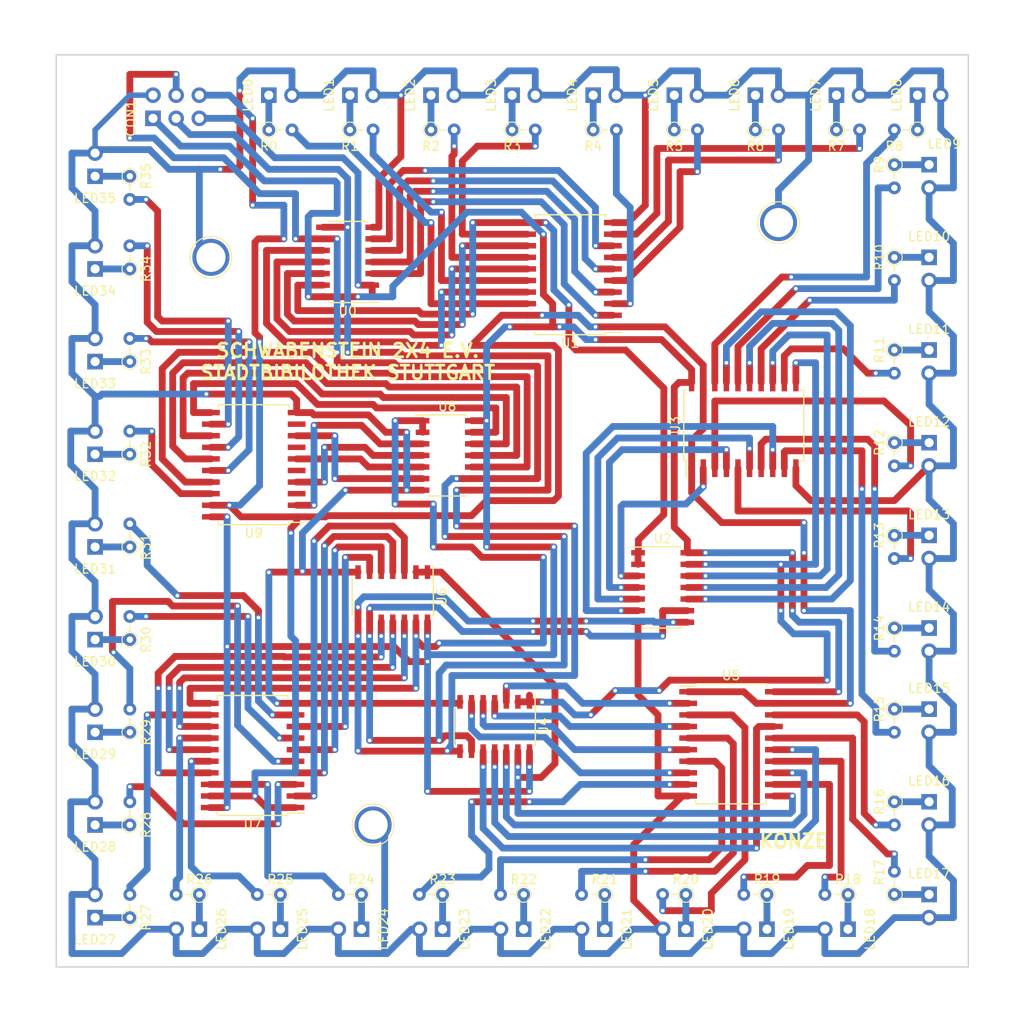
<source format=kicad_pcb>
(kicad_pcb (version 4) (host pcbnew 4.0.6)
  (layers (0 F.Cu signal) (31 B.Cu signal) (34 B.Paste user) (35 F.Paste user) (36 B.SilkS user) (37 F.SilkS user) (38 B.Mask user) (39 F.Mask user) (44 Edge.Cuts user))
  (net 0 "")
  (net 1 VCC)
  (net 2 Earth)
  (net 3 "Net-(CON1-Pad3)")
  (net 4 "Net-(CON1-Pad4)")
  (net 5 "Net-(CON1-Pad5)")
  (net 6 "Net-(CON1-Pad6)")
  (net 7 "Net-(LED0-Pad1)")
  (net 8 "Net-(LED1-Pad1)")
  (net 9 "Net-(LED2-Pad1)")
  (net 10 "Net-(LED3-Pad1)")
  (net 11 "Net-(LED4-Pad1)")
  (net 12 "Net-(LED5-Pad1)")
  (net 13 "Net-(LED6-Pad1)")
  (net 14 "Net-(LED7-Pad1)")
  (net 15 "Net-(LED8-Pad1)")
  (net 16 "Net-(LED9-Pad1)")
  (net 17 "Net-(LED10-Pad1)")
  (net 18 "Net-(LED11-Pad1)")
  (net 19 "Net-(LED12-Pad1)")
  (net 20 "Net-(LED13-Pad1)")
  (net 21 "Net-(LED14-Pad1)")
  (net 22 "Net-(LED15-Pad1)")
  (net 23 "Net-(LED16-Pad1)")
  (net 24 "Net-(LED17-Pad1)")
  (net 25 "Net-(LED18-Pad1)")
  (net 26 "Net-(LED19-Pad1)")
  (net 27 "Net-(LED20-Pad1)")
  (net 28 "Net-(LED21-Pad1)")
  (net 29 "Net-(LED22-Pad1)")
  (net 30 "Net-(LED23-Pad1)")
  (net 31 "Net-(LED24-Pad1)")
  (net 32 "Net-(LED25-Pad1)")
  (net 33 "Net-(LED26-Pad1)")
  (net 34 "Net-(LED27-Pad1)")
  (net 35 "Net-(LED28-Pad1)")
  (net 36 "Net-(LED29-Pad1)")
  (net 37 "Net-(LED30-Pad1)")
  (net 38 "Net-(LED31-Pad1)")
  (net 39 "Net-(LED32-Pad1)")
  (net 40 "Net-(LED33-Pad1)")
  (net 41 "Net-(LED34-Pad1)")
  (net 42 "Net-(LED35-Pad1)")
  (net 43 "Net-(R0-Pad2)")
  (net 44 "Net-(R1-Pad2)")
  (net 45 "Net-(R2-Pad2)")
  (net 46 "Net-(R3-Pad2)")
  (net 47 "Net-(R4-Pad2)")
  (net 48 "Net-(R5-Pad2)")
  (net 49 "Net-(R6-Pad2)")
  (net 50 "Net-(R7-Pad2)")
  (net 51 "Net-(R8-Pad2)")
  (net 52 "Net-(R9-Pad2)")
  (net 53 "Net-(R10-Pad2)")
  (net 54 "Net-(R11-Pad2)")
  (net 55 "Net-(R12-Pad2)")
  (net 56 "Net-(R13-Pad2)")
  (net 57 "Net-(R14-Pad2)")
  (net 58 "Net-(R15-Pad2)")
  (net 59 "Net-(R16-Pad2)")
  (net 60 "Net-(R17-Pad2)")
  (net 61 "Net-(R18-Pad2)")
  (net 62 "Net-(R19-Pad2)")
  (net 63 "Net-(R20-Pad2)")
  (net 64 "Net-(R21-Pad2)")
  (net 65 "Net-(R22-Pad2)")
  (net 66 "Net-(R23-Pad2)")
  (net 67 "Net-(R24-Pad2)")
  (net 68 "Net-(R25-Pad2)")
  (net 69 "Net-(R26-Pad2)")
  (net 70 "Net-(R27-Pad2)")
  (net 71 "Net-(R28-Pad2)")
  (net 72 "Net-(R29-Pad2)")
  (net 73 "Net-(R30-Pad2)")
  (net 74 "Net-(R31-Pad2)")
  (net 75 "Net-(R32-Pad2)")
  (net 76 "Net-(R33-Pad2)")
  (net 77 "Net-(R34-Pad2)")
  (net 78 "Net-(R35-Pad2)")
  (net 79 "Net-(U0-Pad3)")
  (net 80 "Net-(U0-Pad10)")
  (net 81 "Net-(U0-Pad4)")
  (net 82 "Net-(U0-Pad11)")
  (net 83 "Net-(U0-Pad5)")
  (net 84 "Net-(U0-Pad12)")
  (net 85 "Net-(U0-Pad6)")
  (net 86 "Net-(U0-Pad13)")
  (net 87 "Net-(U2-Pad3)")
  (net 88 "Net-(U2-Pad10)")
  (net 89 "Net-(U2-Pad4)")
  (net 90 "Net-(U2-Pad11)")
  (net 91 "Net-(U2-Pad5)")
  (net 92 "Net-(U2-Pad12)")
  (net 93 "Net-(U2-Pad6)")
  (net 94 "Net-(U2-Pad13)")
  (net 95 "Net-(U4-Pad3)")
  (net 96 "Net-(U4-Pad10)")
  (net 97 "Net-(U4-Pad4)")
  (net 98 "Net-(U4-Pad11)")
  (net 99 "Net-(U4-Pad5)")
  (net 100 "Net-(U4-Pad12)")
  (net 101 "Net-(U4-Pad6)")
  (net 102 "Net-(U4-Pad13)")
  (net 103 "Net-(U6-Pad3)")
  (net 104 "Net-(U6-Pad10)")
  (net 105 "Net-(U6-Pad4)")
  (net 106 "Net-(U6-Pad11)")
  (net 107 "Net-(U6-Pad5)")
  (net 108 "Net-(U6-Pad12)")
  (net 109 "Net-(U6-Pad6)")
  (net 110 "Net-(U6-Pad13)")
  (net 111 "Net-(U8-Pad3)")
  (net 112 "Net-(U8-Pad10)")
  (net 113 "Net-(U8-Pad4)")
  (net 114 "Net-(U8-Pad11)")
  (net 115 "Net-(U8-Pad5)")
  (net 116 "Net-(U8-Pad12)")
  (net 117 "Net-(U8-Pad6)")
  (net 118 "Net-(U8-Pad13)")
  (net 119 "Net-(U9-Pad3)")
  (net 120 "Net-(U9-Pad5)")
  (net 121 "Net-(U9-Pad7)")
  (net 122 "Net-(U9-Pad9)")
  (module Resistors_THT:R_Axial_DIN0204_L3.6mm_D1.6mm_P2.54mm_Vertical (layer F.Cu) (at 87.63 44.45)
    (fp_text reference R0 (at 0 1.778) (layer F.SilkS))
    (fp_text value 75 hide)
    (pad 1 thru_hole circle (at 0 0) (size 1.4 1.4) (drill 0.7) (layers *.Cu *.Mask) (net 7 "Net-(LED0-Pad1)"))
    (pad 2 thru_hole oval (at 2.54 0) (size 1.4 1.4) (drill 0.7) (layers *.Cu *.Mask) (net 43 "Net-(R0-Pad2)"))
  )
  (module Resistors_THT:R_Axial_DIN0204_L3.6mm_D1.6mm_P2.54mm_Vertical (layer F.Cu) (at 96.52 44.45)
    (fp_text reference R1 (at 0 1.778) (layer F.SilkS))
    (fp_text value 75 hide)
    (pad 1 thru_hole circle (at 0 0) (size 1.4 1.4) (drill 0.7) (layers *.Cu *.Mask) (net 8 "Net-(LED1-Pad1)"))
    (pad 2 thru_hole oval (at 2.54 0) (size 1.4 1.4) (drill 0.7) (layers *.Cu *.Mask) (net 44 "Net-(R1-Pad2)"))
  )
  (module Resistors_THT:R_Axial_DIN0204_L3.6mm_D1.6mm_P2.54mm_Vertical (layer F.Cu) (at 105.41 44.45)
    (fp_text reference R2 (at 0 1.778) (layer F.SilkS))
    (fp_text value 75 hide)
    (pad 1 thru_hole circle (at 0 0) (size 1.4 1.4) (drill 0.7) (layers *.Cu *.Mask) (net 9 "Net-(LED2-Pad1)"))
    (pad 2 thru_hole oval (at 2.54 0) (size 1.4 1.4) (drill 0.7) (layers *.Cu *.Mask) (net 45 "Net-(R2-Pad2)"))
  )
  (module Resistors_THT:R_Axial_DIN0204_L3.6mm_D1.6mm_P2.54mm_Vertical (layer F.Cu) (at 114.3 44.45)
    (fp_text reference R3 (at 0 1.778) (layer F.SilkS))
    (fp_text value 75 hide)
    (pad 1 thru_hole circle (at 0 0) (size 1.4 1.4) (drill 0.7) (layers *.Cu *.Mask) (net 10 "Net-(LED3-Pad1)"))
    (pad 2 thru_hole oval (at 2.54 0) (size 1.4 1.4) (drill 0.7) (layers *.Cu *.Mask) (net 46 "Net-(R3-Pad2)"))
  )
  (module Resistors_THT:R_Axial_DIN0204_L3.6mm_D1.6mm_P2.54mm_Vertical (layer F.Cu) (at 123.19 44.45)
    (fp_text reference R4 (at 0 1.778) (layer F.SilkS))
    (fp_text value 75 hide)
    (pad 1 thru_hole circle (at 0 0) (size 1.4 1.4) (drill 0.7) (layers *.Cu *.Mask) (net 11 "Net-(LED4-Pad1)"))
    (pad 2 thru_hole oval (at 2.54 0) (size 1.4 1.4) (drill 0.7) (layers *.Cu *.Mask) (net 47 "Net-(R4-Pad2)"))
  )
  (module Resistors_THT:R_Axial_DIN0204_L3.6mm_D1.6mm_P2.54mm_Vertical (layer F.Cu) (at 132.08 44.45)
    (fp_text reference R5 (at 0 1.778) (layer F.SilkS))
    (fp_text value 75 hide)
    (pad 1 thru_hole circle (at 0 0) (size 1.4 1.4) (drill 0.7) (layers *.Cu *.Mask) (net 12 "Net-(LED5-Pad1)"))
    (pad 2 thru_hole oval (at 2.54 0) (size 1.4 1.4) (drill 0.7) (layers *.Cu *.Mask) (net 48 "Net-(R5-Pad2)"))
  )
  (module Resistors_THT:R_Axial_DIN0204_L3.6mm_D1.6mm_P2.54mm_Vertical (layer F.Cu) (at 140.97 44.45)
    (fp_text reference R6 (at 0 1.778) (layer F.SilkS))
    (fp_text value 75)
    (pad 1 thru_hole circle (at 0 0) (size 1.4 1.4) (drill 0.7) (layers *.Cu *.Mask) (net 13 "Net-(LED6-Pad1)"))
    (pad 2 thru_hole oval (at 2.54 0) (size 1.4 1.4) (drill 0.7) (layers *.Cu *.Mask) (net 49 "Net-(R6-Pad2)"))
  )
  (module Resistors_THT:R_Axial_DIN0204_L3.6mm_D1.6mm_P2.54mm_Vertical (layer F.Cu) (at 149.86 44.45)
    (fp_text reference R7 (at 0 1.778) (layer F.SilkS))
    (fp_text value 75)
    (pad 1 thru_hole circle (at 0 0) (size 1.4 1.4) (drill 0.7) (layers *.Cu *.Mask) (net 14 "Net-(LED7-Pad1)"))
    (pad 2 thru_hole oval (at 2.54 0) (size 1.4 1.4) (drill 0.7) (layers *.Cu *.Mask) (net 50 "Net-(R7-Pad2)"))
  )
  (module Resistors_THT:R_Axial_DIN0204_L3.6mm_D1.6mm_P2.54mm_Vertical (layer F.Cu) (at 158.75 44.45 180)
    (fp_text reference R8 (at 2.54 -1.778 180) (layer F.SilkS))
    (fp_text value 75)
    (pad 1 thru_hole circle (at 0 0 180) (size 1.4 1.4) (drill 0.7) (layers *.Cu *.Mask) (net 15 "Net-(LED8-Pad1)"))
    (pad 2 thru_hole oval (at 2.54 0 180) (size 1.4 1.4) (drill 0.7) (layers *.Cu *.Mask) (net 51 "Net-(R8-Pad2)"))
  )
  (module Resistors_THT:R_Axial_DIN0204_L3.6mm_D1.6mm_P2.54mm_Vertical (layer F.Cu) (at 156.21 48.26 270)
    (fp_text reference R9 (at 0 1.651 270) (layer F.SilkS))
    (fp_text value 75)
    (pad 1 thru_hole circle (at 0 0 270) (size 1.4 1.4) (drill 0.7) (layers *.Cu *.Mask) (net 16 "Net-(LED9-Pad1)"))
    (pad 2 thru_hole oval (at 2.54 0 270) (size 1.4 1.4) (drill 0.7) (layers *.Cu *.Mask) (net 52 "Net-(R9-Pad2)"))
  )
  (module Resistors_THT:R_Axial_DIN0204_L3.6mm_D1.6mm_P2.54mm_Vertical (layer F.Cu) (at 156.21 58.42 270)
    (fp_text reference R10 (at 0 1.651 270) (layer F.SilkS))
    (fp_text value 75)
    (pad 1 thru_hole circle (at 0 0 270) (size 1.4 1.4) (drill 0.7) (layers *.Cu *.Mask) (net 17 "Net-(LED10-Pad1)"))
    (pad 2 thru_hole oval (at 2.54 0 270) (size 1.4 1.4) (drill 0.7) (layers *.Cu *.Mask) (net 53 "Net-(R10-Pad2)"))
  )
  (module Resistors_THT:R_Axial_DIN0204_L3.6mm_D1.6mm_P2.54mm_Vertical (layer F.Cu) (at 156.21 68.58 270)
    (fp_text reference R11 (at 0 1.651 270) (layer F.SilkS))
    (fp_text value 75)
    (pad 1 thru_hole circle (at 0 0 270) (size 1.4 1.4) (drill 0.7) (layers *.Cu *.Mask) (net 18 "Net-(LED11-Pad1)"))
    (pad 2 thru_hole oval (at 2.54 0 270) (size 1.4 1.4) (drill 0.7) (layers *.Cu *.Mask) (net 54 "Net-(R11-Pad2)"))
  )
  (module Resistors_THT:R_Axial_DIN0204_L3.6mm_D1.6mm_P2.54mm_Vertical (layer F.Cu) (at 156.21 78.74 270)
    (fp_text reference R12 (at 0 1.651 270) (layer F.SilkS))
    (fp_text value 75)
    (pad 1 thru_hole circle (at 0 0 270) (size 1.4 1.4) (drill 0.7) (layers *.Cu *.Mask) (net 19 "Net-(LED12-Pad1)"))
    (pad 2 thru_hole oval (at 2.54 0 270) (size 1.4 1.4) (drill 0.7) (layers *.Cu *.Mask) (net 55 "Net-(R12-Pad2)"))
  )
  (module Resistors_THT:R_Axial_DIN0204_L3.6mm_D1.6mm_P2.54mm_Vertical (layer F.Cu) (at 156.21 88.9 270)
    (fp_text reference R13 (at 0 1.651 270) (layer F.SilkS))
    (fp_text value 75)
    (pad 1 thru_hole circle (at 0 0 270) (size 1.4 1.4) (drill 0.7) (layers *.Cu *.Mask) (net 20 "Net-(LED13-Pad1)"))
    (pad 2 thru_hole oval (at 2.54 0 270) (size 1.4 1.4) (drill 0.7) (layers *.Cu *.Mask) (net 56 "Net-(R13-Pad2)"))
  )
  (module Resistors_THT:R_Axial_DIN0204_L3.6mm_D1.6mm_P2.54mm_Vertical (layer F.Cu) (at 156.21 99.06 270)
    (fp_text reference R14 (at 0 1.651 270) (layer F.SilkS))
    (fp_text value 75)
    (pad 1 thru_hole circle (at 0 0 270) (size 1.4 1.4) (drill 0.7) (layers *.Cu *.Mask) (net 21 "Net-(LED14-Pad1)"))
    (pad 2 thru_hole oval (at 2.54 0 270) (size 1.4 1.4) (drill 0.7) (layers *.Cu *.Mask) (net 57 "Net-(R14-Pad2)"))
  )
  (module Resistors_THT:R_Axial_DIN0204_L3.6mm_D1.6mm_P2.54mm_Vertical (layer F.Cu) (at 156.21 107.95 270)
    (fp_text reference R15 (at 0 1.651 270) (layer F.SilkS))
    (fp_text value 75)
    (pad 1 thru_hole circle (at 0 0 270) (size 1.4 1.4) (drill 0.7) (layers *.Cu *.Mask) (net 22 "Net-(LED15-Pad1)"))
    (pad 2 thru_hole oval (at 2.54 0 270) (size 1.4 1.4) (drill 0.7) (layers *.Cu *.Mask) (net 58 "Net-(R15-Pad2)"))
  )
  (module Resistors_THT:R_Axial_DIN0204_L3.6mm_D1.6mm_P2.54mm_Vertical (layer F.Cu) (at 156.21 118.11 270)
    (fp_text reference R16 (at 0 1.651 270) (layer F.SilkS))
    (fp_text value 75)
    (pad 1 thru_hole circle (at 0 0 270) (size 1.4 1.4) (drill 0.7) (layers *.Cu *.Mask) (net 23 "Net-(LED16-Pad1)"))
    (pad 2 thru_hole oval (at 2.54 0 270) (size 1.4 1.4) (drill 0.7) (layers *.Cu *.Mask) (net 59 "Net-(R16-Pad2)"))
  )
  (module Resistors_THT:R_Axial_DIN0204_L3.6mm_D1.6mm_P2.54mm_Vertical (layer F.Cu) (at 156.21 128.27 90)
    (fp_text reference R17 (at 2.413 -1.651 90) (layer F.SilkS))
    (fp_text value 75)
    (pad 1 thru_hole circle (at 0 0 90) (size 1.4 1.4) (drill 0.7) (layers *.Cu *.Mask) (net 24 "Net-(LED17-Pad1)"))
    (pad 2 thru_hole oval (at 2.54 0 90) (size 1.4 1.4) (drill 0.7) (layers *.Cu *.Mask) (net 60 "Net-(R17-Pad2)"))
  )
  (module Resistors_THT:R_Axial_DIN0204_L3.6mm_D1.6mm_P2.54mm_Vertical (layer F.Cu) (at 151.13 128.27 180)
    (fp_text reference R18 (at 0 1.651 180) (layer F.SilkS))
    (fp_text value 75)
    (pad 1 thru_hole circle (at 0 0 180) (size 1.4 1.4) (drill 0.7) (layers *.Cu *.Mask) (net 25 "Net-(LED18-Pad1)"))
    (pad 2 thru_hole oval (at 2.54 0 180) (size 1.4 1.4) (drill 0.7) (layers *.Cu *.Mask) (net 61 "Net-(R18-Pad2)"))
  )
  (module Resistors_THT:R_Axial_DIN0204_L3.6mm_D1.6mm_P2.54mm_Vertical (layer F.Cu) (at 142.24 128.27 180)
    (fp_text reference R19 (at 0 1.651 180) (layer F.SilkS))
    (fp_text value 75)
    (pad 1 thru_hole circle (at 0 0 180) (size 1.4 1.4) (drill 0.7) (layers *.Cu *.Mask) (net 26 "Net-(LED19-Pad1)"))
    (pad 2 thru_hole oval (at 2.54 0 180) (size 1.4 1.4) (drill 0.7) (layers *.Cu *.Mask) (net 62 "Net-(R19-Pad2)"))
  )
  (module Resistors_THT:R_Axial_DIN0204_L3.6mm_D1.6mm_P2.54mm_Vertical (layer F.Cu) (at 133.35 128.27 180)
    (fp_text reference R20 (at 0 1.651 180) (layer F.SilkS))
    (fp_text value 75)
    (pad 1 thru_hole circle (at 0 0 180) (size 1.4 1.4) (drill 0.7) (layers *.Cu *.Mask) (net 27 "Net-(LED20-Pad1)"))
    (pad 2 thru_hole oval (at 2.54 0 180) (size 1.4 1.4) (drill 0.7) (layers *.Cu *.Mask) (net 63 "Net-(R20-Pad2)"))
  )
  (module Resistors_THT:R_Axial_DIN0204_L3.6mm_D1.6mm_P2.54mm_Vertical (layer F.Cu) (at 124.46 128.27 180)
    (fp_text reference R21 (at 0 1.651 180) (layer F.SilkS))
    (fp_text value 75)
    (pad 1 thru_hole circle (at 0 0 180) (size 1.4 1.4) (drill 0.7) (layers *.Cu *.Mask) (net 28 "Net-(LED21-Pad1)"))
    (pad 2 thru_hole oval (at 2.54 0 180) (size 1.4 1.4) (drill 0.7) (layers *.Cu *.Mask) (net 64 "Net-(R21-Pad2)"))
  )
  (module Resistors_THT:R_Axial_DIN0204_L3.6mm_D1.6mm_P2.54mm_Vertical (layer F.Cu) (at 115.57 128.27 180)
    (fp_text reference R22 (at 0 1.651 180) (layer F.SilkS))
    (fp_text value 75)
    (pad 1 thru_hole circle (at 0 0 180) (size 1.4 1.4) (drill 0.7) (layers *.Cu *.Mask) (net 29 "Net-(LED22-Pad1)"))
    (pad 2 thru_hole oval (at 2.54 0 180) (size 1.4 1.4) (drill 0.7) (layers *.Cu *.Mask) (net 65 "Net-(R22-Pad2)"))
  )
  (module Resistors_THT:R_Axial_DIN0204_L3.6mm_D1.6mm_P2.54mm_Vertical (layer F.Cu) (at 106.68 128.27 180)
    (fp_text reference R23 (at 0 1.651 180) (layer F.SilkS))
    (fp_text value 75)
    (pad 1 thru_hole circle (at 0 0 180) (size 1.4 1.4) (drill 0.7) (layers *.Cu *.Mask) (net 30 "Net-(LED23-Pad1)"))
    (pad 2 thru_hole oval (at 2.54 0 180) (size 1.4 1.4) (drill 0.7) (layers *.Cu *.Mask) (net 66 "Net-(R23-Pad2)"))
  )
  (module Resistors_THT:R_Axial_DIN0204_L3.6mm_D1.6mm_P2.54mm_Vertical (layer F.Cu) (at 97.79 128.27 180)
    (fp_text reference R24 (at 0 1.651 180) (layer F.SilkS))
    (fp_text value 75)
    (pad 1 thru_hole circle (at 0 0 180) (size 1.4 1.4) (drill 0.7) (layers *.Cu *.Mask) (net 31 "Net-(LED24-Pad1)"))
    (pad 2 thru_hole oval (at 2.54 0 180) (size 1.4 1.4) (drill 0.7) (layers *.Cu *.Mask) (net 67 "Net-(R24-Pad2)"))
  )
  (module Resistors_THT:R_Axial_DIN0204_L3.6mm_D1.6mm_P2.54mm_Vertical (layer F.Cu) (at 88.9 128.27 180)
    (fp_text reference R25 (at 0 1.651 180) (layer F.SilkS))
    (fp_text value 75)
    (pad 1 thru_hole circle (at 0 0 180) (size 1.4 1.4) (drill 0.7) (layers *.Cu *.Mask) (net 32 "Net-(LED25-Pad1)"))
    (pad 2 thru_hole oval (at 2.54 0 180) (size 1.4 1.4) (drill 0.7) (layers *.Cu *.Mask) (net 68 "Net-(R25-Pad2)"))
  )
  (module Resistors_THT:R_Axial_DIN0204_L3.6mm_D1.6mm_P2.54mm_Vertical (layer F.Cu) (at 80.01 128.27 180)
    (fp_text reference R26 (at 0 1.651 180) (layer F.SilkS))
    (fp_text value 75)
    (pad 1 thru_hole circle (at 0 0 180) (size 1.4 1.4) (drill 0.7) (layers *.Cu *.Mask) (net 33 "Net-(LED26-Pad1)"))
    (pad 2 thru_hole oval (at 2.54 0 180) (size 1.4 1.4) (drill 0.7) (layers *.Cu *.Mask) (net 69 "Net-(R26-Pad2)"))
  )
  (module Resistors_THT:R_Axial_DIN0204_L3.6mm_D1.6mm_P2.54mm_Vertical (layer F.Cu) (at 72.39 130.81 90)
    (fp_text reference R27 (at 0 1.778 90) (layer F.SilkS))
    (fp_text value 75)
    (pad 1 thru_hole circle (at 0 0 90) (size 1.4 1.4) (drill 0.7) (layers *.Cu *.Mask) (net 34 "Net-(LED27-Pad1)"))
    (pad 2 thru_hole oval (at 2.54 0 90) (size 1.4 1.4) (drill 0.7) (layers *.Cu *.Mask) (net 70 "Net-(R27-Pad2)"))
  )
  (module Resistors_THT:R_Axial_DIN0204_L3.6mm_D1.6mm_P2.54mm_Vertical (layer F.Cu) (at 72.39 120.65 90)
    (fp_text reference R28 (at 0 1.778 90) (layer F.SilkS))
    (fp_text value 75)
    (pad 1 thru_hole circle (at 0 0 90) (size 1.4 1.4) (drill 0.7) (layers *.Cu *.Mask) (net 35 "Net-(LED28-Pad1)"))
    (pad 2 thru_hole oval (at 2.54 0 90) (size 1.4 1.4) (drill 0.7) (layers *.Cu *.Mask) (net 71 "Net-(R28-Pad2)"))
  )
  (module Resistors_THT:R_Axial_DIN0204_L3.6mm_D1.6mm_P2.54mm_Vertical (layer F.Cu) (at 72.39 110.49 90)
    (fp_text reference R29 (at 0 1.778 90) (layer F.SilkS))
    (fp_text value 75)
    (pad 1 thru_hole circle (at 0 0 90) (size 1.4 1.4) (drill 0.7) (layers *.Cu *.Mask) (net 36 "Net-(LED29-Pad1)"))
    (pad 2 thru_hole oval (at 2.54 0 90) (size 1.4 1.4) (drill 0.7) (layers *.Cu *.Mask) (net 72 "Net-(R29-Pad2)"))
  )
  (module Resistors_THT:R_Axial_DIN0204_L3.6mm_D1.6mm_P2.54mm_Vertical (layer F.Cu) (at 72.39 100.33 90)
    (fp_text reference R30 (at 0 1.778 90) (layer F.SilkS))
    (fp_text value 75)
    (pad 1 thru_hole circle (at 0 0 90) (size 1.4 1.4) (drill 0.7) (layers *.Cu *.Mask) (net 37 "Net-(LED30-Pad1)"))
    (pad 2 thru_hole oval (at 2.54 0 90) (size 1.4 1.4) (drill 0.7) (layers *.Cu *.Mask) (net 73 "Net-(R30-Pad2)"))
  )
  (module Resistors_THT:R_Axial_DIN0204_L3.6mm_D1.6mm_P2.54mm_Vertical (layer F.Cu) (at 72.39 90.17 90)
    (fp_text reference R31 (at 0 1.778 90) (layer F.SilkS))
    (fp_text value 75)
    (pad 1 thru_hole circle (at 0 0 90) (size 1.4 1.4) (drill 0.7) (layers *.Cu *.Mask) (net 38 "Net-(LED31-Pad1)"))
    (pad 2 thru_hole oval (at 2.54 0 90) (size 1.4 1.4) (drill 0.7) (layers *.Cu *.Mask) (net 74 "Net-(R31-Pad2)"))
  )
  (module Resistors_THT:R_Axial_DIN0204_L3.6mm_D1.6mm_P2.54mm_Vertical (layer F.Cu) (at 72.39 80.01 90)
    (fp_text reference R32 (at 0 1.778 90) (layer F.SilkS))
    (fp_text value 75)
    (pad 1 thru_hole circle (at 0 0 90) (size 1.4 1.4) (drill 0.7) (layers *.Cu *.Mask) (net 39 "Net-(LED32-Pad1)"))
    (pad 2 thru_hole oval (at 2.54 0 90) (size 1.4 1.4) (drill 0.7) (layers *.Cu *.Mask) (net 75 "Net-(R32-Pad2)"))
  )
  (module Resistors_THT:R_Axial_DIN0204_L3.6mm_D1.6mm_P2.54mm_Vertical (layer F.Cu) (at 72.39 69.85 90)
    (fp_text reference R33 (at 0 1.778 90) (layer F.SilkS))
    (fp_text value 75)
    (pad 1 thru_hole circle (at 0 0 90) (size 1.4 1.4) (drill 0.7) (layers *.Cu *.Mask) (net 40 "Net-(LED33-Pad1)"))
    (pad 2 thru_hole oval (at 2.54 0 90) (size 1.4 1.4) (drill 0.7) (layers *.Cu *.Mask) (net 76 "Net-(R33-Pad2)"))
  )
  (module Resistors_THT:R_Axial_DIN0204_L3.6mm_D1.6mm_P2.54mm_Vertical (layer F.Cu) (at 72.39 59.69 90)
    (fp_text reference R34 (at 0 1.778 90) (layer F.SilkS))
    (fp_text value 75)
    (pad 1 thru_hole circle (at 0 0 90) (size 1.4 1.4) (drill 0.7) (layers *.Cu *.Mask) (net 41 "Net-(LED34-Pad1)"))
    (pad 2 thru_hole oval (at 2.54 0 90) (size 1.4 1.4) (drill 0.7) (layers *.Cu *.Mask) (net 77 "Net-(R34-Pad2)"))
  )
  (module Resistors_THT:R_Axial_DIN0204_L3.6mm_D1.6mm_P2.54mm_Vertical (layer F.Cu) (at 72.39 49.53 270)
    (fp_text reference R35 (at 0 -1.778 270) (layer F.SilkS))
    (fp_text value 75)
    (pad 1 thru_hole circle (at 0 0 270) (size 1.4 1.4) (drill 0.7) (layers *.Cu *.Mask) (net 42 "Net-(LED35-Pad1)"))
    (pad 2 thru_hole oval (at 2.54 0 270) (size 1.4 1.4) (drill 0.7) (layers *.Cu *.Mask) (net 78 "Net-(R35-Pad2)"))
  )
  (module Housings_SOIC:SOIC-14_3.9x8.7mm_Pitch1.27mm (layer F.Cu) (at 101.219 95.631 270)
    (fp_text reference U6 (at 0 -5.375 270) (layer F.SilkS))
    (fp_text value 74HC164)
    (pad 1 smd rect (at -2.7 -3.81 270) (size 1.5 0.6) (layers F.Cu F.Paste F.Mask) (net 102 "Net-(U4-Pad13)"))
    (pad 2 smd rect (at -2.7 -2.54 270) (size 1.5 0.6) (layers F.Cu F.Paste F.Mask) (net 102 "Net-(U4-Pad13)"))
    (pad 3 smd rect (at -2.7 -1.27 270) (size 1.5 0.6) (layers F.Cu F.Paste F.Mask) (net 103 "Net-(U6-Pad3)"))
    (pad 4 smd rect (at -2.7 0 270) (size 1.5 0.6) (layers F.Cu F.Paste F.Mask) (net 105 "Net-(U6-Pad4)"))
    (pad 5 smd rect (at -2.7 1.27 270) (size 1.5 0.6) (layers F.Cu F.Paste F.Mask) (net 107 "Net-(U6-Pad5)"))
    (pad 6 smd rect (at -2.7 2.54 270) (size 1.5 0.6) (layers F.Cu F.Paste F.Mask) (net 109 "Net-(U6-Pad6)"))
    (pad 7 smd rect (at -2.7 3.81 270) (size 1.5 0.6) (layers F.Cu F.Paste F.Mask) (net 2 Earth))
    (pad 8 smd rect (at 2.7 3.81 270) (size 1.5 0.6) (layers F.Cu F.Paste F.Mask) (net 3 "Net-(CON1-Pad3)"))
    (pad 9 smd rect (at 2.7 2.54 270) (size 1.5 0.6) (layers F.Cu F.Paste F.Mask) (net 4 "Net-(CON1-Pad4)"))
    (pad 10 smd rect (at 2.7 1.27 270) (size 1.5 0.6) (layers F.Cu F.Paste F.Mask) (net 104 "Net-(U6-Pad10)"))
    (pad 11 smd rect (at 2.7 0 270) (size 1.5 0.6) (layers F.Cu F.Paste F.Mask) (net 106 "Net-(U6-Pad11)"))
    (pad 12 smd rect (at 2.7 -1.27 270) (size 1.5 0.6) (layers F.Cu F.Paste F.Mask) (net 108 "Net-(U6-Pad12)"))
    (pad 13 smd rect (at 2.7 -2.54 270) (size 1.5 0.6) (layers F.Cu F.Paste F.Mask) (net 110 "Net-(U6-Pad13)"))
    (pad 14 smd rect (at 2.7 -3.81 270) (size 1.5 0.6) (layers F.Cu F.Paste F.Mask) (net 1 VCC))
  )
  (module Housings_SOIC:SOIC-14_3.9x8.7mm_Pitch1.27mm (layer F.Cu) (at 107.188 80.137)
    (fp_text reference U8 (at 0 -5.375) (layer F.SilkS))
    (fp_text value 74HC164)
    (pad 1 smd rect (at -2.7 -3.81) (size 1.5 0.6) (layers F.Cu F.Paste F.Mask) (net 110 "Net-(U6-Pad13)"))
    (pad 2 smd rect (at -2.7 -2.54) (size 1.5 0.6) (layers F.Cu F.Paste F.Mask) (net 110 "Net-(U6-Pad13)"))
    (pad 3 smd rect (at -2.7 -1.27) (size 1.5 0.6) (layers F.Cu F.Paste F.Mask) (net 111 "Net-(U8-Pad3)"))
    (pad 4 smd rect (at -2.7 0) (size 1.5 0.6) (layers F.Cu F.Paste F.Mask) (net 113 "Net-(U8-Pad4)"))
    (pad 5 smd rect (at -2.7 1.27) (size 1.5 0.6) (layers F.Cu F.Paste F.Mask) (net 115 "Net-(U8-Pad5)"))
    (pad 6 smd rect (at -2.7 2.54) (size 1.5 0.6) (layers F.Cu F.Paste F.Mask) (net 117 "Net-(U8-Pad6)"))
    (pad 7 smd rect (at -2.7 3.81) (size 1.5 0.6) (layers F.Cu F.Paste F.Mask) (net 2 Earth))
    (pad 8 smd rect (at 2.7 3.81) (size 1.5 0.6) (layers F.Cu F.Paste F.Mask) (net 3 "Net-(CON1-Pad3)"))
    (pad 9 smd rect (at 2.7 2.54) (size 1.5 0.6) (layers F.Cu F.Paste F.Mask) (net 4 "Net-(CON1-Pad4)"))
    (pad 10 smd rect (at 2.7 1.27) (size 1.5 0.6) (layers F.Cu F.Paste F.Mask) (net 112 "Net-(U8-Pad10)"))
    (pad 11 smd rect (at 2.7 0) (size 1.5 0.6) (layers F.Cu F.Paste F.Mask) (net 114 "Net-(U8-Pad11)"))
    (pad 12 smd rect (at 2.7 -1.27) (size 1.5 0.6) (layers F.Cu F.Paste F.Mask) (net 116 "Net-(U8-Pad12)"))
    (pad 13 smd rect (at 2.7 -2.54) (size 1.5 0.6) (layers F.Cu F.Paste F.Mask) (net 118 "Net-(U8-Pad13)"))
    (pad 14 smd rect (at 2.7 -3.81) (size 1.5 0.6) (layers F.Cu F.Paste F.Mask) (net 1 VCC))
  )
  (module Housings_SOIC:SOIC-14_3.9x8.7mm_Pitch1.27mm (layer F.Cu) (at 112.395 109.855 270)
    (fp_text reference U4 (at 0 -5.375 270) (layer F.SilkS))
    (fp_text value 74HC164)
    (pad 1 smd rect (at -2.7 -3.81 270) (size 1.5 0.6) (layers F.Cu F.Paste F.Mask) (net 94 "Net-(U2-Pad13)"))
    (pad 2 smd rect (at -2.7 -2.54 270) (size 1.5 0.6) (layers F.Cu F.Paste F.Mask) (net 94 "Net-(U2-Pad13)"))
    (pad 3 smd rect (at -2.7 -1.27 270) (size 1.5 0.6) (layers F.Cu F.Paste F.Mask) (net 95 "Net-(U4-Pad3)"))
    (pad 4 smd rect (at -2.7 0 270) (size 1.5 0.6) (layers F.Cu F.Paste F.Mask) (net 97 "Net-(U4-Pad4)"))
    (pad 5 smd rect (at -2.7 1.27 270) (size 1.5 0.6) (layers F.Cu F.Paste F.Mask) (net 99 "Net-(U4-Pad5)"))
    (pad 6 smd rect (at -2.7 2.54 270) (size 1.5 0.6) (layers F.Cu F.Paste F.Mask) (net 101 "Net-(U4-Pad6)"))
    (pad 7 smd rect (at -2.7 3.81 270) (size 1.5 0.6) (layers F.Cu F.Paste F.Mask) (net 2 Earth))
    (pad 8 smd rect (at 2.7 3.81 270) (size 1.5 0.6) (layers F.Cu F.Paste F.Mask) (net 3 "Net-(CON1-Pad3)"))
    (pad 9 smd rect (at 2.7 2.54 270) (size 1.5 0.6) (layers F.Cu F.Paste F.Mask) (net 4 "Net-(CON1-Pad4)"))
    (pad 10 smd rect (at 2.7 1.27 270) (size 1.5 0.6) (layers F.Cu F.Paste F.Mask) (net 96 "Net-(U4-Pad10)"))
    (pad 11 smd rect (at 2.7 0 270) (size 1.5 0.6) (layers F.Cu F.Paste F.Mask) (net 98 "Net-(U4-Pad11)"))
    (pad 12 smd rect (at 2.7 -1.27 270) (size 1.5 0.6) (layers F.Cu F.Paste F.Mask) (net 100 "Net-(U4-Pad12)"))
    (pad 13 smd rect (at 2.7 -2.54 270) (size 1.5 0.6) (layers F.Cu F.Paste F.Mask) (net 102 "Net-(U4-Pad13)"))
    (pad 14 smd rect (at 2.7 -3.81 270) (size 1.5 0.6) (layers F.Cu F.Paste F.Mask) (net 1 VCC))
  )
  (module Housings_SOIC:SOIC-14_3.9x8.7mm_Pitch1.27mm (layer F.Cu) (at 96.266 58.928 180)
    (fp_text reference U0 (at 0 -5.375 180) (layer F.SilkS))
    (fp_text value 74HC164)
    (pad 1 smd rect (at -2.7 -3.81 180) (size 1.5 0.6) (layers F.Cu F.Paste F.Mask) (net 5 "Net-(CON1-Pad5)"))
    (pad 2 smd rect (at -2.7 -2.54 180) (size 1.5 0.6) (layers F.Cu F.Paste F.Mask) (net 5 "Net-(CON1-Pad5)"))
    (pad 3 smd rect (at -2.7 -1.27 180) (size 1.5 0.6) (layers F.Cu F.Paste F.Mask) (net 79 "Net-(U0-Pad3)"))
    (pad 4 smd rect (at -2.7 0 180) (size 1.5 0.6) (layers F.Cu F.Paste F.Mask) (net 81 "Net-(U0-Pad4)"))
    (pad 5 smd rect (at -2.7 1.27 180) (size 1.5 0.6) (layers F.Cu F.Paste F.Mask) (net 83 "Net-(U0-Pad5)"))
    (pad 6 smd rect (at -2.7 2.54 180) (size 1.5 0.6) (layers F.Cu F.Paste F.Mask) (net 85 "Net-(U0-Pad6)"))
    (pad 7 smd rect (at -2.7 3.81 180) (size 1.5 0.6) (layers F.Cu F.Paste F.Mask) (net 2 Earth))
    (pad 8 smd rect (at 2.7 3.81 180) (size 1.5 0.6) (layers F.Cu F.Paste F.Mask) (net 3 "Net-(CON1-Pad3)"))
    (pad 9 smd rect (at 2.7 2.54 180) (size 1.5 0.6) (layers F.Cu F.Paste F.Mask) (net 4 "Net-(CON1-Pad4)"))
    (pad 10 smd rect (at 2.7 1.27 180) (size 1.5 0.6) (layers F.Cu F.Paste F.Mask) (net 80 "Net-(U0-Pad10)"))
    (pad 11 smd rect (at 2.7 0 180) (size 1.5 0.6) (layers F.Cu F.Paste F.Mask) (net 82 "Net-(U0-Pad11)"))
    (pad 12 smd rect (at 2.7 -1.27 180) (size 1.5 0.6) (layers F.Cu F.Paste F.Mask) (net 84 "Net-(U0-Pad12)"))
    (pad 13 smd rect (at 2.7 -2.54 180) (size 1.5 0.6) (layers F.Cu F.Paste F.Mask) (net 86 "Net-(U0-Pad13)"))
    (pad 14 smd rect (at 2.7 -3.81 180) (size 1.5 0.6) (layers F.Cu F.Paste F.Mask) (net 1 VCC))
  )
  (module Housings_SOIC:SOIC-14_3.9x8.7mm_Pitch1.27mm (layer F.Cu) (at 130.81 94.615)
    (fp_text reference U2 (at 0 -5.375) (layer F.SilkS))
    (fp_text value 74HC164)
    (pad 1 smd rect (at -2.7 -3.81) (size 1.5 0.6) (layers F.Cu F.Paste F.Mask) (net 86 "Net-(U0-Pad13)"))
    (pad 2 smd rect (at -2.7 -2.54) (size 1.5 0.6) (layers F.Cu F.Paste F.Mask) (net 86 "Net-(U0-Pad13)"))
    (pad 3 smd rect (at -2.7 -1.27) (size 1.5 0.6) (layers F.Cu F.Paste F.Mask) (net 87 "Net-(U2-Pad3)"))
    (pad 4 smd rect (at -2.7 0) (size 1.5 0.6) (layers F.Cu F.Paste F.Mask) (net 89 "Net-(U2-Pad4)"))
    (pad 5 smd rect (at -2.7 1.27) (size 1.5 0.6) (layers F.Cu F.Paste F.Mask) (net 91 "Net-(U2-Pad5)"))
    (pad 6 smd rect (at -2.7 2.54) (size 1.5 0.6) (layers F.Cu F.Paste F.Mask) (net 93 "Net-(U2-Pad6)"))
    (pad 7 smd rect (at -2.7 3.81) (size 1.5 0.6) (layers F.Cu F.Paste F.Mask) (net 2 Earth))
    (pad 8 smd rect (at 2.7 3.81) (size 1.5 0.6) (layers F.Cu F.Paste F.Mask) (net 3 "Net-(CON1-Pad3)"))
    (pad 9 smd rect (at 2.7 2.54) (size 1.5 0.6) (layers F.Cu F.Paste F.Mask) (net 4 "Net-(CON1-Pad4)"))
    (pad 10 smd rect (at 2.7 1.27) (size 1.5 0.6) (layers F.Cu F.Paste F.Mask) (net 88 "Net-(U2-Pad10)"))
    (pad 11 smd rect (at 2.7 0) (size 1.5 0.6) (layers F.Cu F.Paste F.Mask) (net 90 "Net-(U2-Pad11)"))
    (pad 12 smd rect (at 2.7 -1.27) (size 1.5 0.6) (layers F.Cu F.Paste F.Mask) (net 92 "Net-(U2-Pad12)"))
    (pad 13 smd rect (at 2.7 -2.54) (size 1.5 0.6) (layers F.Cu F.Paste F.Mask) (net 94 "Net-(U2-Pad13)"))
    (pad 14 smd rect (at 2.7 -3.81) (size 1.5 0.6) (layers F.Cu F.Paste F.Mask) (net 1 VCC))
  )
  (module Housings_SOIC:SOIC-20W_7.5x12.8mm_Pitch1.27mm (layer F.Cu) (at 85.979 81.153 180)
    (fp_text reference U9 (at 0 -7.5 180) (layer F.SilkS))
    (fp_text value 74HC244)
    (pad 1 smd rect (at -4.7 -5.715 180) (size 1.95 0.6) (layers F.Cu F.Paste F.Mask) (net 6 "Net-(CON1-Pad6)"))
    (pad 2 smd rect (at -4.7 -4.445 180) (size 1.95 0.6) (layers F.Cu F.Paste F.Mask) (net 111 "Net-(U8-Pad3)"))
    (pad 3 smd rect (at -4.7 -3.175 180) (size 1.95 0.6) (layers F.Cu F.Paste F.Mask) (net 119 "Net-(U9-Pad3)"))
    (pad 4 smd rect (at -4.7 -1.905 180) (size 1.95 0.6) (layers F.Cu F.Paste F.Mask) (net 113 "Net-(U8-Pad4)"))
    (pad 5 smd rect (at -4.7 -0.635 180) (size 1.95 0.6) (layers F.Cu F.Paste F.Mask) (net 120 "Net-(U9-Pad5)"))
    (pad 6 smd rect (at -4.7 0.635 180) (size 1.95 0.6) (layers F.Cu F.Paste F.Mask) (net 115 "Net-(U8-Pad5)"))
    (pad 7 smd rect (at -4.7 1.905 180) (size 1.95 0.6) (layers F.Cu F.Paste F.Mask) (net 121 "Net-(U9-Pad7)"))
    (pad 8 smd rect (at -4.7 3.175 180) (size 1.95 0.6) (layers F.Cu F.Paste F.Mask) (net 117 "Net-(U8-Pad6)"))
    (pad 9 smd rect (at -4.7 4.445 180) (size 1.95 0.6) (layers F.Cu F.Paste F.Mask) (net 122 "Net-(U9-Pad9)"))
    (pad 10 smd rect (at -4.7 5.715 180) (size 1.95 0.6) (layers F.Cu F.Paste F.Mask) (net 2 Earth))
    (pad 11 smd rect (at 4.7 5.715 180) (size 1.95 0.6) (layers F.Cu F.Paste F.Mask) (net 118 "Net-(U8-Pad13)"))
    (pad 12 smd rect (at 4.7 4.445 180) (size 1.95 0.6) (layers F.Cu F.Paste F.Mask) (net 78 "Net-(R35-Pad2)"))
    (pad 13 smd rect (at 4.7 3.175 180) (size 1.95 0.6) (layers F.Cu F.Paste F.Mask) (net 116 "Net-(U8-Pad12)"))
    (pad 14 smd rect (at 4.7 1.905 180) (size 1.95 0.6) (layers F.Cu F.Paste F.Mask) (net 77 "Net-(R34-Pad2)"))
    (pad 15 smd rect (at 4.7 0.635 180) (size 1.95 0.6) (layers F.Cu F.Paste F.Mask) (net 114 "Net-(U8-Pad11)"))
    (pad 16 smd rect (at 4.7 -0.635 180) (size 1.95 0.6) (layers F.Cu F.Paste F.Mask) (net 76 "Net-(R33-Pad2)"))
    (pad 17 smd rect (at 4.7 -1.905 180) (size 1.95 0.6) (layers F.Cu F.Paste F.Mask) (net 112 "Net-(U8-Pad10)"))
    (pad 18 smd rect (at 4.7 -3.175 180) (size 1.95 0.6) (layers F.Cu F.Paste F.Mask) (net 75 "Net-(R32-Pad2)"))
    (pad 19 smd rect (at 4.7 -4.445 180) (size 1.95 0.6) (layers F.Cu F.Paste F.Mask) (net 6 "Net-(CON1-Pad6)"))
    (pad 20 smd rect (at 4.7 -5.715 180) (size 1.95 0.6) (layers F.Cu F.Paste F.Mask) (net 1 VCC))
  )
  (module Housings_SOIC:SOIC-20W_7.5x12.8mm_Pitch1.27mm (layer F.Cu) (at 120.65 60.325 180)
    (fp_text reference U1 (at 0 -7.5 180) (layer F.SilkS))
    (fp_text value 74HC244)
    (pad 1 smd rect (at -4.7 -5.715 180) (size 1.95 0.6) (layers F.Cu F.Paste F.Mask) (net 6 "Net-(CON1-Pad6)"))
    (pad 2 smd rect (at -4.7 -4.445 180) (size 1.95 0.6) (layers F.Cu F.Paste F.Mask) (net 79 "Net-(U0-Pad3)"))
    (pad 3 smd rect (at -4.7 -3.175 180) (size 1.95 0.6) (layers F.Cu F.Paste F.Mask) (net 47 "Net-(R4-Pad2)"))
    (pad 4 smd rect (at -4.7 -1.905 180) (size 1.95 0.6) (layers F.Cu F.Paste F.Mask) (net 81 "Net-(U0-Pad4)"))
    (pad 5 smd rect (at -4.7 -0.635 180) (size 1.95 0.6) (layers F.Cu F.Paste F.Mask) (net 48 "Net-(R5-Pad2)"))
    (pad 6 smd rect (at -4.7 0.635 180) (size 1.95 0.6) (layers F.Cu F.Paste F.Mask) (net 83 "Net-(U0-Pad5)"))
    (pad 7 smd rect (at -4.7 1.905 180) (size 1.95 0.6) (layers F.Cu F.Paste F.Mask) (net 49 "Net-(R6-Pad2)"))
    (pad 8 smd rect (at -4.7 3.175 180) (size 1.95 0.6) (layers F.Cu F.Paste F.Mask) (net 85 "Net-(U0-Pad6)"))
    (pad 9 smd rect (at -4.7 4.445 180) (size 1.95 0.6) (layers F.Cu F.Paste F.Mask) (net 50 "Net-(R7-Pad2)"))
    (pad 10 smd rect (at -4.7 5.715 180) (size 1.95 0.6) (layers F.Cu F.Paste F.Mask) (net 2 Earth))
    (pad 11 smd rect (at 4.7 5.715 180) (size 1.95 0.6) (layers F.Cu F.Paste F.Mask) (net 86 "Net-(U0-Pad13)"))
    (pad 12 smd rect (at 4.7 4.445 180) (size 1.95 0.6) (layers F.Cu F.Paste F.Mask) (net 46 "Net-(R3-Pad2)"))
    (pad 13 smd rect (at 4.7 3.175 180) (size 1.95 0.6) (layers F.Cu F.Paste F.Mask) (net 84 "Net-(U0-Pad12)"))
    (pad 14 smd rect (at 4.7 1.905 180) (size 1.95 0.6) (layers F.Cu F.Paste F.Mask) (net 45 "Net-(R2-Pad2)"))
    (pad 15 smd rect (at 4.7 0.635 180) (size 1.95 0.6) (layers F.Cu F.Paste F.Mask) (net 82 "Net-(U0-Pad11)"))
    (pad 16 smd rect (at 4.7 -0.635 180) (size 1.95 0.6) (layers F.Cu F.Paste F.Mask) (net 44 "Net-(R1-Pad2)"))
    (pad 17 smd rect (at 4.7 -1.905 180) (size 1.95 0.6) (layers F.Cu F.Paste F.Mask) (net 80 "Net-(U0-Pad10)"))
    (pad 18 smd rect (at 4.7 -3.175 180) (size 1.95 0.6) (layers F.Cu F.Paste F.Mask) (net 43 "Net-(R0-Pad2)"))
    (pad 19 smd rect (at 4.7 -4.445 180) (size 1.95 0.6) (layers F.Cu F.Paste F.Mask) (net 6 "Net-(CON1-Pad6)"))
    (pad 20 smd rect (at 4.7 -5.715 180) (size 1.95 0.6) (layers F.Cu F.Paste F.Mask) (net 1 VCC))
  )
  (module Housings_SOIC:SOIC-20W_7.5x12.8mm_Pitch1.27mm (layer F.Cu) (at 139.7 76.835 90)
    (fp_text reference U3 (at 0 -7.5 90) (layer F.SilkS))
    (fp_text value 74HC244)
    (pad 1 smd rect (at -4.7 -5.715 90) (size 1.95 0.6) (layers F.Cu F.Paste F.Mask) (net 6 "Net-(CON1-Pad6)"))
    (pad 2 smd rect (at -4.7 -4.445 90) (size 1.95 0.6) (layers F.Cu F.Paste F.Mask) (net 87 "Net-(U2-Pad3)"))
    (pad 3 smd rect (at -4.7 -3.175 90) (size 1.95 0.6) (layers F.Cu F.Paste F.Mask) (net 55 "Net-(R12-Pad2)"))
    (pad 4 smd rect (at -4.7 -1.905 90) (size 1.95 0.6) (layers F.Cu F.Paste F.Mask) (net 89 "Net-(U2-Pad4)"))
    (pad 5 smd rect (at -4.7 -0.635 90) (size 1.95 0.6) (layers F.Cu F.Paste F.Mask) (net 56 "Net-(R13-Pad2)"))
    (pad 6 smd rect (at -4.7 0.635 90) (size 1.95 0.6) (layers F.Cu F.Paste F.Mask) (net 91 "Net-(U2-Pad5)"))
    (pad 7 smd rect (at -4.7 1.905 90) (size 1.95 0.6) (layers F.Cu F.Paste F.Mask) (net 57 "Net-(R14-Pad2)"))
    (pad 8 smd rect (at -4.7 3.175 90) (size 1.95 0.6) (layers F.Cu F.Paste F.Mask) (net 93 "Net-(U2-Pad6)"))
    (pad 9 smd rect (at -4.7 4.445 90) (size 1.95 0.6) (layers F.Cu F.Paste F.Mask) (net 58 "Net-(R15-Pad2)"))
    (pad 10 smd rect (at -4.7 5.715 90) (size 1.95 0.6) (layers F.Cu F.Paste F.Mask) (net 2 Earth))
    (pad 11 smd rect (at 4.7 5.715 90) (size 1.95 0.6) (layers F.Cu F.Paste F.Mask) (net 94 "Net-(U2-Pad13)"))
    (pad 12 smd rect (at 4.7 4.445 90) (size 1.95 0.6) (layers F.Cu F.Paste F.Mask) (net 54 "Net-(R11-Pad2)"))
    (pad 13 smd rect (at 4.7 3.175 90) (size 1.95 0.6) (layers F.Cu F.Paste F.Mask) (net 92 "Net-(U2-Pad12)"))
    (pad 14 smd rect (at 4.7 1.905 90) (size 1.95 0.6) (layers F.Cu F.Paste F.Mask) (net 53 "Net-(R10-Pad2)"))
    (pad 15 smd rect (at 4.7 0.635 90) (size 1.95 0.6) (layers F.Cu F.Paste F.Mask) (net 90 "Net-(U2-Pad11)"))
    (pad 16 smd rect (at 4.7 -0.635 90) (size 1.95 0.6) (layers F.Cu F.Paste F.Mask) (net 52 "Net-(R9-Pad2)"))
    (pad 17 smd rect (at 4.7 -1.905 90) (size 1.95 0.6) (layers F.Cu F.Paste F.Mask) (net 88 "Net-(U2-Pad10)"))
    (pad 18 smd rect (at 4.7 -3.175 90) (size 1.95 0.6) (layers F.Cu F.Paste F.Mask) (net 51 "Net-(R8-Pad2)"))
    (pad 19 smd rect (at 4.7 -4.445 90) (size 1.95 0.6) (layers F.Cu F.Paste F.Mask) (net 6 "Net-(CON1-Pad6)"))
    (pad 20 smd rect (at 4.7 -5.715 90) (size 1.95 0.6) (layers F.Cu F.Paste F.Mask) (net 1 VCC))
  )
  (module Housings_SOIC:SOIC-20W_7.5x12.8mm_Pitch1.27mm (layer F.Cu) (at 85.852 113.03 180)
    (fp_text reference U7 (at 0 -7.5 180) (layer F.SilkS))
    (fp_text value 74HC244)
    (pad 1 smd rect (at -4.7 -5.715 180) (size 1.95 0.6) (layers F.Cu F.Paste F.Mask) (net 6 "Net-(CON1-Pad6)"))
    (pad 2 smd rect (at -4.7 -4.445 180) (size 1.95 0.6) (layers F.Cu F.Paste F.Mask) (net 103 "Net-(U6-Pad3)"))
    (pad 3 smd rect (at -4.7 -3.175 180) (size 1.95 0.6) (layers F.Cu F.Paste F.Mask) (net 71 "Net-(R28-Pad2)"))
    (pad 4 smd rect (at -4.7 -1.905 180) (size 1.95 0.6) (layers F.Cu F.Paste F.Mask) (net 105 "Net-(U6-Pad4)"))
    (pad 5 smd rect (at -4.7 -0.635 180) (size 1.95 0.6) (layers F.Cu F.Paste F.Mask) (net 72 "Net-(R29-Pad2)"))
    (pad 6 smd rect (at -4.7 0.635 180) (size 1.95 0.6) (layers F.Cu F.Paste F.Mask) (net 107 "Net-(U6-Pad5)"))
    (pad 7 smd rect (at -4.7 1.905 180) (size 1.95 0.6) (layers F.Cu F.Paste F.Mask) (net 73 "Net-(R30-Pad2)"))
    (pad 8 smd rect (at -4.7 3.175 180) (size 1.95 0.6) (layers F.Cu F.Paste F.Mask) (net 109 "Net-(U6-Pad6)"))
    (pad 9 smd rect (at -4.7 4.445 180) (size 1.95 0.6) (layers F.Cu F.Paste F.Mask) (net 74 "Net-(R31-Pad2)"))
    (pad 10 smd rect (at -4.7 5.715 180) (size 1.95 0.6) (layers F.Cu F.Paste F.Mask) (net 2 Earth))
    (pad 11 smd rect (at 4.7 5.715 180) (size 1.95 0.6) (layers F.Cu F.Paste F.Mask) (net 110 "Net-(U6-Pad13)"))
    (pad 12 smd rect (at 4.7 4.445 180) (size 1.95 0.6) (layers F.Cu F.Paste F.Mask) (net 70 "Net-(R27-Pad2)"))
    (pad 13 smd rect (at 4.7 3.175 180) (size 1.95 0.6) (layers F.Cu F.Paste F.Mask) (net 108 "Net-(U6-Pad12)"))
    (pad 14 smd rect (at 4.7 1.905 180) (size 1.95 0.6) (layers F.Cu F.Paste F.Mask) (net 69 "Net-(R26-Pad2)"))
    (pad 15 smd rect (at 4.7 0.635 180) (size 1.95 0.6) (layers F.Cu F.Paste F.Mask) (net 106 "Net-(U6-Pad11)"))
    (pad 16 smd rect (at 4.7 -0.635 180) (size 1.95 0.6) (layers F.Cu F.Paste F.Mask) (net 68 "Net-(R25-Pad2)"))
    (pad 17 smd rect (at 4.7 -1.905 180) (size 1.95 0.6) (layers F.Cu F.Paste F.Mask) (net 104 "Net-(U6-Pad10)"))
    (pad 18 smd rect (at 4.7 -3.175 180) (size 1.95 0.6) (layers F.Cu F.Paste F.Mask) (net 67 "Net-(R24-Pad2)"))
    (pad 19 smd rect (at 4.7 -4.445 180) (size 1.95 0.6) (layers F.Cu F.Paste F.Mask) (net 6 "Net-(CON1-Pad6)"))
    (pad 20 smd rect (at 4.7 -5.715 180) (size 1.95 0.6) (layers F.Cu F.Paste F.Mask) (net 1 VCC))
  )
  (module Housings_SOIC:SOIC-20W_7.5x12.8mm_Pitch1.27mm (layer F.Cu) (at 138.303 111.76)
    (fp_text reference U5 (at 0 -7.5) (layer F.SilkS))
    (fp_text value 74HC244)
    (pad 1 smd rect (at -4.7 -5.715) (size 1.95 0.6) (layers F.Cu F.Paste F.Mask) (net 6 "Net-(CON1-Pad6)"))
    (pad 2 smd rect (at -4.7 -4.445) (size 1.95 0.6) (layers F.Cu F.Paste F.Mask) (net 95 "Net-(U4-Pad3)"))
    (pad 3 smd rect (at -4.7 -3.175) (size 1.95 0.6) (layers F.Cu F.Paste F.Mask) (net 63 "Net-(R20-Pad2)"))
    (pad 4 smd rect (at -4.7 -1.905) (size 1.95 0.6) (layers F.Cu F.Paste F.Mask) (net 97 "Net-(U4-Pad4)"))
    (pad 5 smd rect (at -4.7 -0.635) (size 1.95 0.6) (layers F.Cu F.Paste F.Mask) (net 64 "Net-(R21-Pad2)"))
    (pad 6 smd rect (at -4.7 0.635) (size 1.95 0.6) (layers F.Cu F.Paste F.Mask) (net 99 "Net-(U4-Pad5)"))
    (pad 7 smd rect (at -4.7 1.905) (size 1.95 0.6) (layers F.Cu F.Paste F.Mask) (net 65 "Net-(R22-Pad2)"))
    (pad 8 smd rect (at -4.7 3.175) (size 1.95 0.6) (layers F.Cu F.Paste F.Mask) (net 101 "Net-(U4-Pad6)"))
    (pad 9 smd rect (at -4.7 4.445) (size 1.95 0.6) (layers F.Cu F.Paste F.Mask) (net 66 "Net-(R23-Pad2)"))
    (pad 10 smd rect (at -4.7 5.715) (size 1.95 0.6) (layers F.Cu F.Paste F.Mask) (net 2 Earth))
    (pad 11 smd rect (at 4.7 5.715) (size 1.95 0.6) (layers F.Cu F.Paste F.Mask) (net 102 "Net-(U4-Pad13)"))
    (pad 12 smd rect (at 4.7 4.445) (size 1.95 0.6) (layers F.Cu F.Paste F.Mask) (net 62 "Net-(R19-Pad2)"))
    (pad 13 smd rect (at 4.7 3.175) (size 1.95 0.6) (layers F.Cu F.Paste F.Mask) (net 100 "Net-(U4-Pad12)"))
    (pad 14 smd rect (at 4.7 1.905) (size 1.95 0.6) (layers F.Cu F.Paste F.Mask) (net 61 "Net-(R18-Pad2)"))
    (pad 15 smd rect (at 4.7 0.635) (size 1.95 0.6) (layers F.Cu F.Paste F.Mask) (net 98 "Net-(U4-Pad11)"))
    (pad 16 smd rect (at 4.7 -0.635) (size 1.95 0.6) (layers F.Cu F.Paste F.Mask) (net 60 "Net-(R17-Pad2)"))
    (pad 17 smd rect (at 4.7 -1.905) (size 1.95 0.6) (layers F.Cu F.Paste F.Mask) (net 96 "Net-(U4-Pad10)"))
    (pad 18 smd rect (at 4.7 -3.175) (size 1.95 0.6) (layers F.Cu F.Paste F.Mask) (net 59 "Net-(R16-Pad2)"))
    (pad 19 smd rect (at 4.7 -4.445) (size 1.95 0.6) (layers F.Cu F.Paste F.Mask) (net 6 "Net-(CON1-Pad6)"))
    (pad 20 smd rect (at 4.7 -5.715) (size 1.95 0.6) (layers F.Cu F.Paste F.Mask) (net 1 VCC))
  )
  (module Connectors:1pin (layer F.Cu) (at 81.28 58.42)
    (fp_text reference REF** hide)
    (fp_text value 1pin hide)
    (pad 1 thru_hole circle (at 0 0) (size 4.064 4.064) (drill 3.2) (layers *.Cu *.Mask) (net 2 Earth))
  )
  (module Connectors:1pin (layer F.Cu) (at 143.51 54.61)
    (fp_text reference REF** hide)
    (fp_text value 1pin hide)
    (pad 1 thru_hole circle (at 0 0) (size 4.064 4.064) (drill 3.2) (layers *.Cu *.Mask) (net 2 Earth))
  )
  (module Connectors:1pin (layer F.Cu) (at 99.06 120.65)
    (fp_text reference REF** hide)
    (fp_text value 1pin hide)
    (pad 1 thru_hole circle (at 0 0) (size 4.064 4.064) (drill 3.2) (layers *.Cu *.Mask) (net 2 Earth))
  )
  (module test:Pin_Header_Angled_1x02_Pitch2.54mm (layer F.Cu) (at 68.58 120.65 180)
    (fp_text reference LED28 (at 0 -2.413 180) (layer F.SilkS))
    (fp_text value CONN_02X01)
    (pad 1 thru_hole rect (at 0 0 180) (size 1.7 1.7) (drill 1) (layers *.Cu *.Mask) (net 35 "Net-(LED28-Pad1)"))
    (pad 2 thru_hole oval (at 0 2.54 180) (size 1.7 1.7) (drill 1) (layers *.Cu *.Mask) (net 2 Earth))
  )
  (module test:Pin_Header_Angled_1x02_Pitch2.54mm (layer F.Cu) (at 87.63 40.64 90)
    (fp_text reference LED0 (at 0 -2.286 90) (layer F.SilkS))
    (fp_text value CONN_02X01)
    (pad 1 thru_hole rect (at 0 0 90) (size 1.7 1.7) (drill 1) (layers *.Cu *.Mask) (net 7 "Net-(LED0-Pad1)"))
    (pad 2 thru_hole oval (at 0 2.54 90) (size 1.7 1.7) (drill 1) (layers *.Cu *.Mask) (net 2 Earth))
  )
  (module test:Pin_Header_Angled_1x02_Pitch2.54mm (layer F.Cu) (at 96.52 40.64 90)
    (fp_text reference LED1 (at 0 -2.286 90) (layer F.SilkS))
    (fp_text value CONN_02X01)
    (pad 1 thru_hole rect (at 0 0 90) (size 1.7 1.7) (drill 1) (layers *.Cu *.Mask) (net 8 "Net-(LED1-Pad1)"))
    (pad 2 thru_hole oval (at 0 2.54 90) (size 1.7 1.7) (drill 1) (layers *.Cu *.Mask) (net 2 Earth))
  )
  (module test:Pin_Header_Angled_1x02_Pitch2.54mm (layer F.Cu) (at 105.41 40.64 90)
    (fp_text reference LED2 (at 0 -2.286 90) (layer F.SilkS))
    (fp_text value CONN_02X01)
    (pad 1 thru_hole rect (at 0 0 90) (size 1.7 1.7) (drill 1) (layers *.Cu *.Mask) (net 9 "Net-(LED2-Pad1)"))
    (pad 2 thru_hole oval (at 0 2.54 90) (size 1.7 1.7) (drill 1) (layers *.Cu *.Mask) (net 2 Earth))
  )
  (module test:Pin_Header_Angled_1x02_Pitch2.54mm (layer F.Cu) (at 114.3 40.64 90)
    (fp_text reference LED3 (at 0 -2.286 90) (layer F.SilkS))
    (fp_text value CONN_02X01)
    (pad 1 thru_hole rect (at 0 0 90) (size 1.7 1.7) (drill 1) (layers *.Cu *.Mask) (net 10 "Net-(LED3-Pad1)"))
    (pad 2 thru_hole oval (at 0 2.54 90) (size 1.7 1.7) (drill 1) (layers *.Cu *.Mask) (net 2 Earth))
  )
  (module test:Pin_Header_Angled_1x02_Pitch2.54mm (layer F.Cu) (at 123.19 40.64 90)
    (fp_text reference LED4 (at 0 -2.286 90) (layer F.SilkS))
    (fp_text value CONN_02X01)
    (pad 1 thru_hole rect (at 0 0 90) (size 1.7 1.7) (drill 1) (layers *.Cu *.Mask) (net 11 "Net-(LED4-Pad1)"))
    (pad 2 thru_hole oval (at 0 2.54 90) (size 1.7 1.7) (drill 1) (layers *.Cu *.Mask) (net 2 Earth))
  )
  (module test:Pin_Header_Angled_1x02_Pitch2.54mm (layer F.Cu) (at 132.08 40.64 90)
    (fp_text reference LED5 (at 0 -2.286 90) (layer F.SilkS))
    (fp_text value CONN_02X01)
    (pad 1 thru_hole rect (at 0 0 90) (size 1.7 1.7) (drill 1) (layers *.Cu *.Mask) (net 12 "Net-(LED5-Pad1)"))
    (pad 2 thru_hole oval (at 0 2.54 90) (size 1.7 1.7) (drill 1) (layers *.Cu *.Mask) (net 2 Earth))
  )
  (module test:Pin_Header_Angled_1x02_Pitch2.54mm (layer F.Cu) (at 140.97 40.64 90)
    (fp_text reference LED6 (at 0 -2.286 90) (layer F.SilkS))
    (fp_text value CONN_02X01)
    (pad 1 thru_hole rect (at 0 0 90) (size 1.7 1.7) (drill 1) (layers *.Cu *.Mask) (net 13 "Net-(LED6-Pad1)"))
    (pad 2 thru_hole oval (at 0 2.54 90) (size 1.7 1.7) (drill 1) (layers *.Cu *.Mask) (net 2 Earth))
  )
  (module test:Pin_Header_Angled_1x02_Pitch2.54mm (layer F.Cu) (at 149.86 40.64 90)
    (fp_text reference LED7 (at 0 -2.286 90) (layer F.SilkS))
    (fp_text value CONN_02X01)
    (pad 1 thru_hole rect (at 0 0 90) (size 1.7 1.7) (drill 1) (layers *.Cu *.Mask) (net 14 "Net-(LED7-Pad1)"))
    (pad 2 thru_hole oval (at 0 2.54 90) (size 1.7 1.7) (drill 1) (layers *.Cu *.Mask) (net 2 Earth))
  )
  (module test:Pin_Header_Angled_1x02_Pitch2.54mm (layer F.Cu) (at 158.75 40.64 90)
    (fp_text reference LED8 (at 0 -2.286 90) (layer F.SilkS))
    (fp_text value CONN_02X01)
    (pad 1 thru_hole rect (at 0 0 90) (size 1.7 1.7) (drill 1) (layers *.Cu *.Mask) (net 15 "Net-(LED8-Pad1)"))
    (pad 2 thru_hole oval (at 0 2.54 90) (size 1.7 1.7) (drill 1) (layers *.Cu *.Mask) (net 2 Earth))
  )
  (module test:Pin_Header_Angled_1x02_Pitch2.54mm (layer F.Cu) (at 160.02 48.26)
    (fp_text reference LED9 (at 1.651 -2.286) (layer F.SilkS))
    (fp_text value CONN_02X01)
    (pad 1 thru_hole rect (at 0 0) (size 1.7 1.7) (drill 1) (layers *.Cu *.Mask) (net 16 "Net-(LED9-Pad1)"))
    (pad 2 thru_hole oval (at 0 2.54) (size 1.7 1.7) (drill 1) (layers *.Cu *.Mask) (net 2 Earth))
  )
  (module test:Pin_Header_Angled_1x02_Pitch2.54mm (layer F.Cu) (at 160.02 58.42)
    (fp_text reference LED10 (at 0 -2.286) (layer F.SilkS))
    (fp_text value CONN_02X01)
    (pad 1 thru_hole rect (at 0 0) (size 1.7 1.7) (drill 1) (layers *.Cu *.Mask) (net 17 "Net-(LED10-Pad1)"))
    (pad 2 thru_hole oval (at 0 2.54) (size 1.7 1.7) (drill 1) (layers *.Cu *.Mask) (net 2 Earth))
  )
  (module test:Pin_Header_Angled_1x02_Pitch2.54mm (layer F.Cu) (at 160.02 68.58)
    (fp_text reference LED11 (at 0 -2.286) (layer F.SilkS))
    (fp_text value CONN_02X01)
    (pad 1 thru_hole rect (at 0 0) (size 1.7 1.7) (drill 1) (layers *.Cu *.Mask) (net 18 "Net-(LED11-Pad1)"))
    (pad 2 thru_hole oval (at 0 2.54) (size 1.7 1.7) (drill 1) (layers *.Cu *.Mask) (net 2 Earth))
  )
  (module test:Pin_Header_Angled_1x02_Pitch2.54mm (layer F.Cu) (at 160.02 78.74)
    (fp_text reference LED12 (at 0 -2.286) (layer F.SilkS))
    (fp_text value CONN_02X01)
    (pad 1 thru_hole rect (at 0 0) (size 1.7 1.7) (drill 1) (layers *.Cu *.Mask) (net 19 "Net-(LED12-Pad1)"))
    (pad 2 thru_hole oval (at 0 2.54) (size 1.7 1.7) (drill 1) (layers *.Cu *.Mask) (net 2 Earth))
  )
  (module test:Pin_Header_Angled_1x02_Pitch2.54mm (layer F.Cu) (at 160.02 88.9)
    (fp_text reference LED13 (at 0 -2.286) (layer F.SilkS))
    (fp_text value CONN_02X01)
    (pad 1 thru_hole rect (at 0 0) (size 1.7 1.7) (drill 1) (layers *.Cu *.Mask) (net 20 "Net-(LED13-Pad1)"))
    (pad 2 thru_hole oval (at 0 2.54) (size 1.7 1.7) (drill 1) (layers *.Cu *.Mask) (net 2 Earth))
  )
  (module test:Pin_Header_Angled_1x02_Pitch2.54mm (layer F.Cu) (at 160.02 99.06)
    (fp_text reference LED14 (at 0 -2.286) (layer F.SilkS))
    (fp_text value CONN_02X01)
    (pad 1 thru_hole rect (at 0 0) (size 1.7 1.7) (drill 1) (layers *.Cu *.Mask) (net 21 "Net-(LED14-Pad1)"))
    (pad 2 thru_hole oval (at 0 2.54) (size 1.7 1.7) (drill 1) (layers *.Cu *.Mask) (net 2 Earth))
  )
  (module test:Pin_Header_Angled_1x02_Pitch2.54mm (layer F.Cu) (at 160.02 107.95)
    (fp_text reference LED15 (at 0 -2.286) (layer F.SilkS))
    (fp_text value CONN_02X01)
    (pad 1 thru_hole rect (at 0 0) (size 1.7 1.7) (drill 1) (layers *.Cu *.Mask) (net 22 "Net-(LED15-Pad1)"))
    (pad 2 thru_hole oval (at 0 2.54) (size 1.7 1.7) (drill 1) (layers *.Cu *.Mask) (net 2 Earth))
  )
  (module test:Pin_Header_Angled_1x02_Pitch2.54mm (layer F.Cu) (at 160.02 118.11)
    (fp_text reference LED16 (at 0 -2.286) (layer F.SilkS))
    (fp_text value CONN_02X01)
    (pad 1 thru_hole rect (at 0 0) (size 1.7 1.7) (drill 1) (layers *.Cu *.Mask) (net 23 "Net-(LED16-Pad1)"))
    (pad 2 thru_hole oval (at 0 2.54) (size 1.7 1.7) (drill 1) (layers *.Cu *.Mask) (net 2 Earth))
  )
  (module test:Pin_Header_Angled_1x02_Pitch2.54mm (layer F.Cu) (at 160.02 128.27)
    (fp_text reference LED17 (at 0 -2.286) (layer F.SilkS))
    (fp_text value CONN_02X01)
    (pad 1 thru_hole rect (at 0 0) (size 1.7 1.7) (drill 1) (layers *.Cu *.Mask) (net 24 "Net-(LED17-Pad1)"))
    (pad 2 thru_hole oval (at 0 2.54) (size 1.7 1.7) (drill 1) (layers *.Cu *.Mask) (net 2 Earth))
  )
  (module test:Pin_Header_Angled_1x02_Pitch2.54mm (layer F.Cu) (at 151.13 132.08 270)
    (fp_text reference LED18 (at 0 -2.413 270) (layer F.SilkS))
    (fp_text value CONN_02X01)
    (pad 1 thru_hole rect (at 0 0 270) (size 1.7 1.7) (drill 1) (layers *.Cu *.Mask) (net 25 "Net-(LED18-Pad1)"))
    (pad 2 thru_hole oval (at 0 2.54 270) (size 1.7 1.7) (drill 1) (layers *.Cu *.Mask) (net 2 Earth))
  )
  (module test:Pin_Header_Angled_1x02_Pitch2.54mm (layer F.Cu) (at 142.24 132.08 270)
    (fp_text reference LED19 (at 0 -2.413 270) (layer F.SilkS))
    (fp_text value CONN_02X01)
    (pad 1 thru_hole rect (at 0 0 270) (size 1.7 1.7) (drill 1) (layers *.Cu *.Mask) (net 26 "Net-(LED19-Pad1)"))
    (pad 2 thru_hole oval (at 0 2.54 270) (size 1.7 1.7) (drill 1) (layers *.Cu *.Mask) (net 2 Earth))
  )
  (module test:Pin_Header_Angled_1x02_Pitch2.54mm (layer F.Cu) (at 133.35 132.08 270)
    (fp_text reference LED20 (at 0 -2.413 270) (layer F.SilkS))
    (fp_text value CONN_02X01)
    (pad 1 thru_hole rect (at 0 0 270) (size 1.7 1.7) (drill 1) (layers *.Cu *.Mask) (net 27 "Net-(LED20-Pad1)"))
    (pad 2 thru_hole oval (at 0 2.54 270) (size 1.7 1.7) (drill 1) (layers *.Cu *.Mask) (net 2 Earth))
  )
  (module test:Pin_Header_Angled_1x02_Pitch2.54mm (layer F.Cu) (at 124.46 132.08 270)
    (fp_text reference LED21 (at 0 -2.413 270) (layer F.SilkS))
    (fp_text value CONN_02X01)
    (pad 1 thru_hole rect (at 0 0 270) (size 1.7 1.7) (drill 1) (layers *.Cu *.Mask) (net 28 "Net-(LED21-Pad1)"))
    (pad 2 thru_hole oval (at 0 2.54 270) (size 1.7 1.7) (drill 1) (layers *.Cu *.Mask) (net 2 Earth))
  )
  (module test:Pin_Header_Angled_1x02_Pitch2.54mm (layer F.Cu) (at 115.57 132.08 270)
    (fp_text reference LED22 (at 0 -2.413 270) (layer F.SilkS))
    (fp_text value CONN_02X01)
    (pad 1 thru_hole rect (at 0 0 270) (size 1.7 1.7) (drill 1) (layers *.Cu *.Mask) (net 29 "Net-(LED22-Pad1)"))
    (pad 2 thru_hole oval (at 0 2.54 270) (size 1.7 1.7) (drill 1) (layers *.Cu *.Mask) (net 2 Earth))
  )
  (module test:Pin_Header_Angled_1x02_Pitch2.54mm (layer F.Cu) (at 106.68 132.08 270)
    (fp_text reference LED23 (at 0 -2.413 270) (layer F.SilkS))
    (fp_text value CONN_02X01)
    (pad 1 thru_hole rect (at 0 0 270) (size 1.7 1.7) (drill 1) (layers *.Cu *.Mask) (net 30 "Net-(LED23-Pad1)"))
    (pad 2 thru_hole oval (at 0 2.54 270) (size 1.7 1.7) (drill 1) (layers *.Cu *.Mask) (net 2 Earth))
  )
  (module test:Pin_Header_Angled_1x02_Pitch2.54mm (layer F.Cu) (at 97.79 132.08 270)
    (fp_text reference LED24 (at 0 -2.413 270) (layer F.SilkS))
    (fp_text value CONN_02X01)
    (pad 1 thru_hole rect (at 0 0 270) (size 1.7 1.7) (drill 1) (layers *.Cu *.Mask) (net 31 "Net-(LED24-Pad1)"))
    (pad 2 thru_hole oval (at 0 2.54 270) (size 1.7 1.7) (drill 1) (layers *.Cu *.Mask) (net 2 Earth))
  )
  (module test:Pin_Header_Angled_1x02_Pitch2.54mm (layer F.Cu) (at 88.9 132.08 270)
    (fp_text reference LED25 (at 0 -2.413 270) (layer F.SilkS))
    (fp_text value CONN_02X01)
    (pad 1 thru_hole rect (at 0 0 270) (size 1.7 1.7) (drill 1) (layers *.Cu *.Mask) (net 32 "Net-(LED25-Pad1)"))
    (pad 2 thru_hole oval (at 0 2.54 270) (size 1.7 1.7) (drill 1) (layers *.Cu *.Mask) (net 2 Earth))
  )
  (module test:Pin_Header_Angled_1x02_Pitch2.54mm (layer F.Cu) (at 80.01 132.08 270)
    (fp_text reference LED26 (at 0 -2.413 270) (layer F.SilkS))
    (fp_text value CONN_02X01)
    (pad 1 thru_hole rect (at 0 0 270) (size 1.7 1.7) (drill 1) (layers *.Cu *.Mask) (net 33 "Net-(LED26-Pad1)"))
    (pad 2 thru_hole oval (at 0 2.54 270) (size 1.7 1.7) (drill 1) (layers *.Cu *.Mask) (net 2 Earth))
  )
  (module test:Pin_Header_Angled_1x02_Pitch2.54mm (layer F.Cu) (at 68.58 130.81 180)
    (fp_text reference LED27 (at 0 -2.413 180) (layer F.SilkS))
    (fp_text value CONN_02X01)
    (pad 1 thru_hole rect (at 0 0 180) (size 1.7 1.7) (drill 1) (layers *.Cu *.Mask) (net 34 "Net-(LED27-Pad1)"))
    (pad 2 thru_hole oval (at 0 2.54 180) (size 1.7 1.7) (drill 1) (layers *.Cu *.Mask) (net 2 Earth))
  )
  (module test:Pin_Header_Angled_1x02_Pitch2.54mm (layer F.Cu) (at 68.58 110.49 180)
    (fp_text reference LED29 (at 0 -2.413 180) (layer F.SilkS))
    (fp_text value CONN_02X01)
    (pad 1 thru_hole rect (at 0 0 180) (size 1.7 1.7) (drill 1) (layers *.Cu *.Mask) (net 36 "Net-(LED29-Pad1)"))
    (pad 2 thru_hole oval (at 0 2.54 180) (size 1.7 1.7) (drill 1) (layers *.Cu *.Mask) (net 2 Earth))
  )
  (module test:Pin_Header_Angled_1x02_Pitch2.54mm (layer F.Cu) (at 68.58 100.33 180)
    (fp_text reference LED30 (at 0 -2.413 180) (layer F.SilkS))
    (fp_text value CONN_02X01)
    (pad 1 thru_hole rect (at 0 0 180) (size 1.7 1.7) (drill 1) (layers *.Cu *.Mask) (net 37 "Net-(LED30-Pad1)"))
    (pad 2 thru_hole oval (at 0 2.54 180) (size 1.7 1.7) (drill 1) (layers *.Cu *.Mask) (net 2 Earth))
  )
  (module test:Pin_Header_Angled_1x02_Pitch2.54mm (layer F.Cu) (at 68.58 90.17 180)
    (fp_text reference LED31 (at 0 -2.413 180) (layer F.SilkS))
    (fp_text value CONN_02X01)
    (pad 1 thru_hole rect (at 0 0 180) (size 1.7 1.7) (drill 1) (layers *.Cu *.Mask) (net 38 "Net-(LED31-Pad1)"))
    (pad 2 thru_hole oval (at 0 2.54 180) (size 1.7 1.7) (drill 1) (layers *.Cu *.Mask) (net 2 Earth))
  )
  (module test:Pin_Header_Angled_1x02_Pitch2.54mm (layer F.Cu) (at 68.58 80.01 180)
    (fp_text reference LED32 (at 0 -2.413 180) (layer F.SilkS))
    (fp_text value CONN_02X01)
    (pad 1 thru_hole rect (at 0 0 180) (size 1.7 1.7) (drill 1) (layers *.Cu *.Mask) (net 39 "Net-(LED32-Pad1)"))
    (pad 2 thru_hole oval (at 0 2.54 180) (size 1.7 1.7) (drill 1) (layers *.Cu *.Mask) (net 2 Earth))
  )
  (module test:Pin_Header_Angled_1x02_Pitch2.54mm (layer F.Cu) (at 68.58 69.85 180)
    (fp_text reference LED33 (at 0 -2.413 180) (layer F.SilkS))
    (fp_text value CONN_02X01)
    (pad 1 thru_hole rect (at 0 0 180) (size 1.7 1.7) (drill 1) (layers *.Cu *.Mask) (net 40 "Net-(LED33-Pad1)"))
    (pad 2 thru_hole oval (at 0 2.54 180) (size 1.7 1.7) (drill 1) (layers *.Cu *.Mask) (net 2 Earth))
  )
  (module test:Pin_Header_Angled_1x02_Pitch2.54mm (layer F.Cu) (at 68.58 59.69 180)
    (fp_text reference LED34 (at 0 -2.413 180) (layer F.SilkS))
    (fp_text value CONN_02X01)
    (pad 1 thru_hole rect (at 0 0 180) (size 1.7 1.7) (drill 1) (layers *.Cu *.Mask) (net 41 "Net-(LED34-Pad1)"))
    (pad 2 thru_hole oval (at 0 2.54 180) (size 1.7 1.7) (drill 1) (layers *.Cu *.Mask) (net 2 Earth))
  )
  (module test:Pin_Header_Angled_1x02_Pitch2.54mm (layer F.Cu) (at 68.58 49.53 180)
    (fp_text reference LED35 (at 0 -2.413 180) (layer F.SilkS))
    (fp_text value CONN_02X01)
    (pad 1 thru_hole rect (at 0 0 180) (size 1.7 1.7) (drill 1) (layers *.Cu *.Mask) (net 42 "Net-(LED35-Pad1)"))
    (pad 2 thru_hole oval (at 0 2.54 180) (size 1.7 1.7) (drill 1) (layers *.Cu *.Mask) (net 2 Earth))
  )
  (module Pin_Headers_no_silk:Pin_Header_Angled_2x03_Pitch2.54mm (layer F.Cu) (at 74.93 43.18 90)
    (fp_text reference CON1 (at 0 -2.413 90) (layer F.SilkS))
    (fp_text value CONN_02X03)
    (pad 1 thru_hole rect (at 0 0 90) (size 1.7 1.7) (drill 1) (layers *.Cu *.Mask) (net 1 VCC))
    (pad 2 thru_hole oval (at 2.54 0 90) (size 1.7 1.7) (drill 1) (layers *.Cu *.Mask) (net 2 Earth))
    (pad 3 thru_hole oval (at 0 2.54 90) (size 1.7 1.7) (drill 1) (layers *.Cu *.Mask) (net 3 "Net-(CON1-Pad3)"))
    (pad 4 thru_hole oval (at 2.54 2.54 90) (size 1.7 1.7) (drill 1) (layers *.Cu *.Mask) (net 4 "Net-(CON1-Pad4)"))
    (pad 5 thru_hole oval (at 0 5.08 90) (size 1.7 1.7) (drill 1) (layers *.Cu *.Mask) (net 5 "Net-(CON1-Pad5)"))
    (pad 6 thru_hole oval (at 2.54 5.08 90) (size 1.7 1.7) (drill 1) (layers *.Cu *.Mask) (net 6 "Net-(CON1-Pad6)"))
  )
  (gr_text KONZE (at 145.161 122.428) (layer F.SilkS) (effects (font (size 1.5 1.5) (thickness 0.3))))
  (gr_text "SCHWABENSTEIN 2X4 E.V.\nSTADTBIBILOTHEK STUTTGART" (at 96.266 69.85) (layer F.SilkS) (effects (font (size 1.5 1.5) (thickness 0.3))))
  (gr_line (start 64.32 36.22) (end 164.32 36.22) (angle 90) (layer Edge.Cuts) (width 0.15))
  (gr_line (start 64.32 136.22) (end 164.32 136.22) (angle 90) (layer Edge.Cuts) (width 0.15))
  (gr_line (start 164.32 136.22) (end 164.32 36.22) (angle 90) (layer Edge.Cuts) (width 0.15))
  (gr_line (start 64.32 36.22) (end 64.32 136.22) (angle 90) (layer Edge.Cuts) (width 0.15))
  (segment (start 87.122 50.038) (end 83.312 46.228) (width 0.75) (layer B.Cu) (net 1))
  (via (at 91.948 62.738) (size 0.6) (drill 0.4) (layers F.Cu B.Cu) (net 1))
  (segment (start 91.948 62.738) (end 91.948 53.975) (width 0.75) (layer B.Cu) (net 1))
  (segment (start 91.948 53.975) (end 92.329 53.594) (width 0.75) (layer B.Cu) (net 1))
  (segment (start 92.329 53.594) (end 95.123 53.594) (width 0.75) (layer B.Cu) (net 1))
  (segment (start 95.123 53.594) (end 95.123 50.292) (width 0.75) (layer B.Cu) (net 1))
  (segment (start 95.123 50.292) (end 94.869 50.038) (width 0.75) (layer B.Cu) (net 1))
  (segment (start 94.869 50.038) (end 87.122 50.038) (width 0.75) (layer B.Cu) (net 1))
  (segment (start 93.566 62.738) (end 91.948 62.738) (width 0.75) (layer F.Cu) (net 1))
  (segment (start 77.978 46.228) (end 74.93 43.18) (width 0.75) (layer B.Cu) (net 1))
  (segment (start 83.312 46.228) (end 77.978 46.228) (width 0.75) (layer B.Cu) (net 1))
  (segment (start 105.029 102.743) (end 105.029 116.967) (width 0.75) (layer B.Cu) (net 1))
  (via (at 116.205 114.3) (size 0.6) (drill 0.4) (layers F.Cu B.Cu) (net 1))
  (segment (start 116.205 114.3) (end 116.205 116.967) (width 0.75) (layer B.Cu) (net 1))
  (via (at 116.205 116.967) (size 0.6) (drill 0.4) (layers F.Cu B.Cu) (net 1))
  (segment (start 116.205 116.967) (end 105.029 116.967) (width 0.75) (layer F.Cu) (net 1))
  (segment (start 116.205 114.3) (end 116.205 112.555) (width 0.75) (layer F.Cu) (net 1))
  (via (at 105.029 116.967) (size 0.6) (drill 0.4) (layers F.Cu B.Cu) (net 1))
  (segment (start 105.029 101.854) (end 105.029 102.743) (width 0.75) (layer B.Cu) (net 1))
  (via (at 83.058 101.092) (size 0.6) (drill 0.4) (layers F.Cu B.Cu) (net 1))
  (segment (start 101.346 101.092) (end 83.058 101.092) (width 0.75) (layer F.Cu) (net 1))
  (segment (start 102.997 102.743) (end 101.346 101.092) (width 0.75) (layer F.Cu) (net 1))
  (segment (start 105.029 102.743) (end 102.997 102.743) (width 0.75) (layer F.Cu) (net 1))
  (via (at 105.029 102.743) (size 0.6) (drill 0.4) (layers F.Cu B.Cu) (net 1))
  (segment (start 133.51 90.805) (end 135.509 90.805) (width 0.75) (layer F.Cu) (net 1))
  (segment (start 150.114 106.045) (end 143.003 106.045) (width 0.75) (layer F.Cu) (net 1))
  (via (at 150.114 106.045) (size 0.6) (drill 0.4) (layers F.Cu B.Cu) (net 1))
  (segment (start 150.114 98.425) (end 150.114 106.045) (width 0.75) (layer B.Cu) (net 1))
  (segment (start 145.796 98.425) (end 150.114 98.425) (width 0.75) (layer B.Cu) (net 1))
  (segment (start 145.034 97.663) (end 145.796 98.425) (width 0.75) (layer B.Cu) (net 1))
  (segment (start 145.034 97.155) (end 145.034 97.663) (width 0.75) (layer B.Cu) (net 1))
  (via (at 145.034 97.155) (size 0.6) (drill 0.4) (layers F.Cu B.Cu) (net 1))
  (segment (start 145.034 90.805) (end 145.034 97.155) (width 0.75) (layer F.Cu) (net 1))
  (via (at 145.034 90.805) (size 0.6) (drill 0.4) (layers F.Cu B.Cu) (net 1))
  (segment (start 135.509 90.805) (end 145.034 90.805) (width 0.75) (layer B.Cu) (net 1))
  (via (at 135.509 90.805) (size 0.6) (drill 0.4) (layers F.Cu B.Cu) (net 1))
  (segment (start 111.506 76.327) (end 111.506 90.17) (width 0.75) (layer B.Cu) (net 1))
  (segment (start 105.029 99.949) (end 105.029 98.331) (width 0.75) (layer F.Cu) (net 1))
  (via (at 105.029 99.949) (size 0.6) (drill 0.4) (layers F.Cu B.Cu) (net 1))
  (segment (start 105.029 101.981) (end 105.029 101.854) (width 0.75) (layer B.Cu) (net 1))
  (segment (start 105.029 101.854) (end 105.029 99.949) (width 0.75) (layer B.Cu) (net 1))
  (segment (start 118.872 101.981) (end 105.029 101.981) (width 0.75) (layer B.Cu) (net 1))
  (segment (start 118.872 90.17) (end 118.872 101.981) (width 0.75) (layer B.Cu) (net 1))
  (via (at 118.872 90.17) (size 0.6) (drill 0.4) (layers F.Cu B.Cu) (net 1))
  (segment (start 111.506 90.17) (end 118.872 90.17) (width 0.75) (layer F.Cu) (net 1))
  (via (at 111.506 90.17) (size 0.6) (drill 0.4) (layers F.Cu B.Cu) (net 1))
  (segment (start 81.152 118.745) (end 83.058 118.745) (width 0.75) (layer F.Cu) (net 1))
  (via (at 83.058 118.745) (size 0.6) (drill 0.4) (layers F.Cu B.Cu) (net 1))
  (segment (start 83.058 118.745) (end 83.058 101.092) (width 0.75) (layer B.Cu) (net 1))
  (segment (start 83.058 86.868) (end 81.279 86.868) (width 0.75) (layer F.Cu) (net 1))
  (segment (start 83.058 101.092) (end 83.058 86.868) (width 0.75) (layer B.Cu) (net 1))
  (via (at 83.058 86.868) (size 0.6) (drill 0.4) (layers F.Cu B.Cu) (net 1))
  (segment (start 118.745 66.04) (end 118.745 63.5) (width 0.75) (layer F.Cu) (net 1))
  (via (at 97.409 62.738) (size 0.6) (drill 0.4) (layers F.Cu B.Cu) (net 1))
  (segment (start 97.409 62.738) (end 101.219 62.738) (width 0.75) (layer B.Cu) (net 1))
  (segment (start 97.409 62.738) (end 93.566 62.738) (width 0.75) (layer F.Cu) (net 1))
  (segment (start 101.219 61.595) (end 101.219 62.738) (width 0.75) (layer B.Cu) (net 1))
  (segment (start 109.347 53.467) (end 101.219 61.595) (width 0.75) (layer B.Cu) (net 1))
  (segment (start 115.316 53.467) (end 109.347 53.467) (width 0.75) (layer B.Cu) (net 1))
  (segment (start 117.729 55.88) (end 115.316 53.467) (width 0.75) (layer B.Cu) (net 1))
  (via (at 117.729 55.88) (size 0.6) (drill 0.4) (layers F.Cu B.Cu) (net 1))
  (segment (start 117.729 62.484) (end 117.729 55.88) (width 0.75) (layer F.Cu) (net 1))
  (segment (start 118.745 63.5) (end 117.729 62.484) (width 0.75) (layer F.Cu) (net 1))
  (segment (start 133.985 72.135) (end 132.589 72.135) (width 0.75) (layer F.Cu) (net 1))
  (segment (start 133.51 89.441) (end 133.51 90.805) (width 0.75) (layer F.Cu) (net 1))
  (segment (start 132.08 88.011) (end 133.51 89.441) (width 0.75) (layer F.Cu) (net 1))
  (segment (start 132.08 72.644) (end 132.08 88.011) (width 0.75) (layer F.Cu) (net 1))
  (segment (start 132.589 72.135) (end 132.08 72.644) (width 0.75) (layer F.Cu) (net 1))
  (segment (start 133.985 72.135) (end 133.985 70.739) (width 0.75) (layer F.Cu) (net 1))
  (segment (start 119.507 66.04) (end 118.745 66.04) (width 0.75) (layer F.Cu) (net 1))
  (segment (start 118.745 66.04) (end 115.95 66.04) (width 0.75) (layer F.Cu) (net 1))
  (via (at 119.507 66.04) (size 0.6) (drill 0.4) (layers F.Cu B.Cu) (net 1))
  (segment (start 121.031 66.04) (end 119.507 66.04) (width 0.75) (layer B.Cu) (net 1))
  (segment (start 122.428 67.437) (end 121.031 66.04) (width 0.75) (layer B.Cu) (net 1))
  (segment (start 123.444 67.437) (end 122.428 67.437) (width 0.75) (layer B.Cu) (net 1))
  (via (at 123.444 67.437) (size 0.6) (drill 0.4) (layers F.Cu B.Cu) (net 1))
  (segment (start 130.683 67.437) (end 123.444 67.437) (width 0.75) (layer F.Cu) (net 1))
  (segment (start 133.985 70.739) (end 130.683 67.437) (width 0.75) (layer F.Cu) (net 1))
  (segment (start 109.888 76.327) (end 111.506 76.327) (width 0.75) (layer F.Cu) (net 1))
  (segment (start 114.046 66.04) (end 115.95 66.04) (width 0.75) (layer F.Cu) (net 1))
  (via (at 114.046 66.04) (size 0.6) (drill 0.4) (layers F.Cu B.Cu) (net 1))
  (segment (start 113.538 66.04) (end 114.046 66.04) (width 0.75) (layer B.Cu) (net 1))
  (segment (start 111.506 68.072) (end 113.538 66.04) (width 0.75) (layer B.Cu) (net 1))
  (segment (start 111.506 76.327) (end 111.506 68.072) (width 0.75) (layer B.Cu) (net 1))
  (via (at 111.506 76.327) (size 0.6) (drill 0.4) (layers F.Cu B.Cu) (net 1))
  (segment (start 100.33 134.747) (end 100.33 121.92) (width 0.75) (layer B.Cu) (net 2))
  (segment (start 100.33 121.92) (end 99.06 120.65) (width 0.75) (layer B.Cu) (net 2))
  (segment (start 143.51 54.61) (end 143.51 51.054) (width 0.75) (layer B.Cu) (net 2))
  (segment (start 146.812 47.752) (end 146.812 40.64) (width 0.75) (layer B.Cu) (net 2))
  (segment (start 143.51 51.054) (end 146.812 47.752) (width 0.75) (layer B.Cu) (net 2))
  (segment (start 80.01 48.768) (end 80.01 57.15) (width 0.75) (layer B.Cu) (net 2))
  (segment (start 80.01 57.15) (end 81.28 58.42) (width 0.75) (layer B.Cu) (net 2))
  (segment (start 90.17 40.64) (end 90.17 37.973) (width 0.75) (layer B.Cu) (net 2))
  (segment (start 74.549 46.609) (end 68.961 46.609) (width 0.75) (layer B.Cu) (net 2))
  (segment (start 76.708 48.768) (end 74.549 46.609) (width 0.75) (layer B.Cu) (net 2))
  (segment (start 80.01 48.768) (end 76.708 48.768) (width 0.75) (layer B.Cu) (net 2))
  (segment (start 82.296 48.768) (end 80.01 48.768) (width 0.75) (layer B.Cu) (net 2))
  (via (at 82.296 48.768) (size 0.6) (drill 0.4) (layers F.Cu B.Cu) (net 2))
  (segment (start 84.074 48.768) (end 82.296 48.768) (width 0.75) (layer F.Cu) (net 2))
  (segment (start 84.455 48.387) (end 84.074 48.768) (width 0.75) (layer F.Cu) (net 2))
  (segment (start 84.455 40.132) (end 84.455 48.387) (width 0.75) (layer F.Cu) (net 2))
  (via (at 84.455 40.132) (size 0.6) (drill 0.4) (layers F.Cu B.Cu) (net 2))
  (segment (start 84.455 38.862) (end 84.455 40.132) (width 0.75) (layer B.Cu) (net 2))
  (segment (start 85.344 37.973) (end 84.455 38.862) (width 0.75) (layer B.Cu) (net 2))
  (segment (start 90.17 37.973) (end 85.344 37.973) (width 0.75) (layer B.Cu) (net 2))
  (segment (start 68.961 46.609) (end 68.58 46.99) (width 0.75) (layer B.Cu) (net 2))
  (segment (start 102.743 83.947) (end 96.012 83.947) (width 0.75) (layer F.Cu) (net 2))
  (segment (start 91.313 92.837) (end 91.313 92.931) (width 0.75) (layer F.Cu) (net 2))
  (via (at 91.313 92.837) (size 0.6) (drill 0.4) (layers F.Cu B.Cu) (net 2))
  (segment (start 91.313 88.646) (end 91.313 92.837) (width 0.75) (layer B.Cu) (net 2))
  (segment (start 96.012 83.947) (end 91.313 88.646) (width 0.75) (layer B.Cu) (net 2))
  (via (at 96.012 83.947) (size 0.6) (drill 0.4) (layers F.Cu B.Cu) (net 2))
  (segment (start 90.552 107.315) (end 88.519 107.315) (width 0.75) (layer F.Cu) (net 2))
  (via (at 88.519 107.315) (size 0.6) (drill 0.4) (layers F.Cu B.Cu) (net 2))
  (segment (start 88.519 107.315) (end 87.63 106.426) (width 0.75) (layer B.Cu) (net 2))
  (segment (start 87.63 106.426) (end 87.63 92.964) (width 0.75) (layer B.Cu) (net 2))
  (via (at 87.63 92.964) (size 0.6) (drill 0.4) (layers F.Cu B.Cu) (net 2))
  (segment (start 87.63 92.964) (end 87.663 92.931) (width 0.75) (layer F.Cu) (net 2))
  (segment (start 87.663 92.931) (end 91.313 92.931) (width 0.75) (layer F.Cu) (net 2))
  (segment (start 91.313 92.931) (end 97.409 92.931) (width 0.75) (layer F.Cu) (net 2))
  (segment (start 90.552 107.315) (end 108.425 107.315) (width 0.75) (layer F.Cu) (net 2))
  (segment (start 108.425 107.315) (end 108.585 107.155) (width 0.75) (layer F.Cu) (net 2))
  (segment (start 90.679 75.438) (end 92.329 75.438) (width 0.75) (layer F.Cu) (net 2))
  (segment (start 92.329 75.438) (end 92.583 75.692) (width 0.75) (layer F.Cu) (net 2))
  (segment (start 92.583 75.692) (end 98.552 75.692) (width 0.75) (layer F.Cu) (net 2))
  (segment (start 98.552 75.692) (end 100.457 77.597) (width 0.75) (layer F.Cu) (net 2))
  (segment (start 100.457 77.597) (end 102.743 77.597) (width 0.75) (layer F.Cu) (net 2))
  (via (at 102.743 77.597) (size 0.6) (drill 0.4) (layers F.Cu B.Cu) (net 2))
  (segment (start 102.743 77.597) (end 102.743 83.947) (width 0.75) (layer B.Cu) (net 2))
  (segment (start 102.743 83.947) (end 104.488 83.947) (width 0.75) (layer F.Cu) (net 2))
  (via (at 102.743 83.947) (size 0.6) (drill 0.4) (layers F.Cu B.Cu) (net 2))
  (segment (start 90.679 75.438) (end 90.679 74.042) (width 0.75) (layer F.Cu) (net 2))
  (segment (start 69.088 73.66) (end 68.58 73.66) (width 0.75) (layer B.Cu) (net 2))
  (segment (start 69.342 73.406) (end 69.088 73.66) (width 0.75) (layer B.Cu) (net 2))
  (segment (start 80.772 73.406) (end 69.342 73.406) (width 0.75) (layer B.Cu) (net 2))
  (via (at 80.772 73.406) (size 0.6) (drill 0.4) (layers F.Cu B.Cu) (net 2))
  (segment (start 90.043 73.406) (end 80.772 73.406) (width 0.75) (layer F.Cu) (net 2))
  (segment (start 90.679 74.042) (end 90.043 73.406) (width 0.75) (layer F.Cu) (net 2))
  (via (at 128.905 40.64) (size 0.6) (drill 0.4) (layers F.Cu B.Cu) (net 2))
  (segment (start 125.35 54.61) (end 127 54.61) (width 0.75) (layer F.Cu) (net 2))
  (segment (start 128.905 52.705) (end 127 54.61) (width 0.75) (layer F.Cu) (net 2))
  (segment (start 128.905 40.64) (end 128.905 52.705) (width 0.75) (layer F.Cu) (net 2))
  (segment (start 98.966 55.118) (end 99.695 55.118) (width 0.75) (layer F.Cu) (net 2))
  (segment (start 99.695 55.118) (end 99.695 49.784) (width 0.75) (layer F.Cu) (net 2))
  (via (at 102.108 40.64) (size 0.6) (drill 0.4) (layers F.Cu B.Cu) (net 2))
  (segment (start 102.108 47.371) (end 102.108 40.64) (width 0.75) (layer F.Cu) (net 2))
  (segment (start 99.695 49.784) (end 102.108 47.371) (width 0.75) (layer F.Cu) (net 2))
  (segment (start 133.603 117.475) (end 130.302 117.475) (width 0.75) (layer F.Cu) (net 2))
  (segment (start 128.11 106.393) (end 128.11 98.425) (width 0.75) (layer F.Cu) (net 2))
  (segment (start 130.302 108.585) (end 128.11 106.393) (width 0.75) (layer F.Cu) (net 2))
  (segment (start 130.302 117.475) (end 130.302 108.585) (width 0.75) (layer F.Cu) (net 2))
  (segment (start 130.81 132.08) (end 127.635 128.905) (width 0.75) (layer F.Cu) (net 2))
  (segment (start 132.969 117.475) (end 133.477 117.475) (width 0.75) (layer F.Cu) (net 2))
  (segment (start 127.635 122.809) (end 132.969 117.475) (width 0.75) (layer F.Cu) (net 2))
  (segment (start 127.635 128.905) (end 127.635 122.809) (width 0.75) (layer F.Cu) (net 2))
  (segment (start 160.02 81.28) (end 156.21 85.09) (width 0.75) (layer F.Cu) (net 2))
  (segment (start 145.415 83.439) (end 145.415 81.535) (width 0.75) (layer F.Cu) (net 2))
  (segment (start 147.066 85.09) (end 145.415 83.439) (width 0.75) (layer F.Cu) (net 2))
  (segment (start 156.21 85.09) (end 147.066 85.09) (width 0.75) (layer F.Cu) (net 2))
  (segment (start 125.73 40.64) (end 126.238 40.64) (width 0.75) (layer F.Cu) (net 2))
  (segment (start 68.58 57.15) (end 68.58 53.34) (width 0.75) (layer B.Cu) (net 2))
  (segment (start 66.04 46.99) (end 68.58 46.99) (width 0.75) (layer B.Cu) (net 2))
  (segment (start 66.04 50.8) (end 66.04 46.99) (width 0.75) (layer B.Cu) (net 2))
  (segment (start 68.58 53.34) (end 66.04 50.8) (width 0.75) (layer B.Cu) (net 2))
  (segment (start 68.58 67.31) (end 68.58 63.627) (width 0.75) (layer B.Cu) (net 2))
  (segment (start 66.04 57.15) (end 68.58 57.15) (width 0.75) (layer B.Cu) (net 2))
  (segment (start 66.04 61.087) (end 66.04 57.15) (width 0.75) (layer B.Cu) (net 2))
  (segment (start 68.58 63.627) (end 66.04 61.087) (width 0.75) (layer B.Cu) (net 2))
  (segment (start 68.58 77.47) (end 68.58 73.66) (width 0.75) (layer B.Cu) (net 2))
  (segment (start 66.04 67.31) (end 68.58 67.31) (width 0.75) (layer B.Cu) (net 2))
  (segment (start 66.04 71.12) (end 66.04 67.31) (width 0.75) (layer B.Cu) (net 2))
  (segment (start 68.58 73.66) (end 66.04 71.12) (width 0.75) (layer B.Cu) (net 2))
  (segment (start 68.58 87.63) (end 68.58 83.82) (width 0.75) (layer B.Cu) (net 2))
  (segment (start 65.913 77.47) (end 68.58 77.47) (width 0.75) (layer B.Cu) (net 2))
  (segment (start 65.913 81.153) (end 65.913 77.47) (width 0.75) (layer B.Cu) (net 2))
  (segment (start 68.58 83.82) (end 65.913 81.153) (width 0.75) (layer B.Cu) (net 2))
  (segment (start 68.58 97.79) (end 68.58 93.98) (width 0.75) (layer B.Cu) (net 2))
  (segment (start 66.04 87.63) (end 68.58 87.63) (width 0.75) (layer B.Cu) (net 2))
  (segment (start 66.04 91.44) (end 66.04 87.63) (width 0.75) (layer B.Cu) (net 2))
  (segment (start 68.58 93.98) (end 66.04 91.44) (width 0.75) (layer B.Cu) (net 2))
  (segment (start 68.58 107.95) (end 68.58 104.14) (width 0.75) (layer B.Cu) (net 2))
  (segment (start 66.04 97.79) (end 68.58 97.79) (width 0.75) (layer B.Cu) (net 2))
  (segment (start 66.04 101.6) (end 66.04 97.79) (width 0.75) (layer B.Cu) (net 2))
  (segment (start 68.58 104.14) (end 66.04 101.6) (width 0.75) (layer B.Cu) (net 2))
  (segment (start 68.58 118.11) (end 68.58 114.3) (width 0.75) (layer B.Cu) (net 2))
  (segment (start 66.04 107.95) (end 68.58 107.95) (width 0.75) (layer B.Cu) (net 2))
  (segment (start 66.04 111.76) (end 66.04 107.95) (width 0.75) (layer B.Cu) (net 2))
  (segment (start 68.58 114.3) (end 66.04 111.76) (width 0.75) (layer B.Cu) (net 2))
  (segment (start 68.58 128.27) (end 68.58 124.46) (width 0.75) (layer B.Cu) (net 2))
  (segment (start 65.913 118.11) (end 68.58 118.11) (width 0.75) (layer B.Cu) (net 2))
  (segment (start 65.913 121.793) (end 65.913 118.11) (width 0.75) (layer B.Cu) (net 2))
  (segment (start 68.58 124.46) (end 65.913 121.793) (width 0.75) (layer B.Cu) (net 2))
  (segment (start 77.47 132.08) (end 74.168 132.08) (width 0.75) (layer B.Cu) (net 2))
  (segment (start 66.04 128.27) (end 68.58 128.27) (width 0.75) (layer B.Cu) (net 2))
  (segment (start 66.04 134.747) (end 66.04 128.27) (width 0.75) (layer B.Cu) (net 2))
  (segment (start 71.501 134.747) (end 66.04 134.747) (width 0.75) (layer B.Cu) (net 2))
  (segment (start 74.168 132.08) (end 71.501 134.747) (width 0.75) (layer B.Cu) (net 2))
  (segment (start 86.36 132.08) (end 83.058 132.08) (width 0.75) (layer B.Cu) (net 2))
  (segment (start 77.47 134.747) (end 77.47 132.08) (width 0.75) (layer B.Cu) (net 2))
  (segment (start 80.391 134.747) (end 77.47 134.747) (width 0.75) (layer B.Cu) (net 2))
  (segment (start 83.058 132.08) (end 80.391 134.747) (width 0.75) (layer B.Cu) (net 2))
  (segment (start 95.25 132.08) (end 91.948 132.08) (width 0.75) (layer B.Cu) (net 2))
  (segment (start 86.36 134.747) (end 86.36 132.08) (width 0.75) (layer B.Cu) (net 2))
  (segment (start 89.281 134.747) (end 86.36 134.747) (width 0.75) (layer B.Cu) (net 2))
  (segment (start 91.948 132.08) (end 89.281 134.747) (width 0.75) (layer B.Cu) (net 2))
  (segment (start 104.14 132.08) (end 103.251 132.08) (width 0.75) (layer B.Cu) (net 2))
  (segment (start 95.25 134.747) (end 95.25 132.08) (width 0.75) (layer B.Cu) (net 2))
  (segment (start 100.584 134.747) (end 100.33 134.747) (width 0.75) (layer B.Cu) (net 2))
  (segment (start 100.33 134.747) (end 95.25 134.747) (width 0.75) (layer B.Cu) (net 2))
  (segment (start 103.251 132.08) (end 100.584 134.747) (width 0.75) (layer B.Cu) (net 2))
  (segment (start 113.03 132.08) (end 109.855 132.08) (width 0.75) (layer B.Cu) (net 2))
  (segment (start 104.14 134.747) (end 104.14 132.08) (width 0.75) (layer B.Cu) (net 2))
  (segment (start 107.188 134.747) (end 104.14 134.747) (width 0.75) (layer B.Cu) (net 2))
  (segment (start 109.855 132.08) (end 107.188 134.747) (width 0.75) (layer B.Cu) (net 2))
  (segment (start 121.92 132.08) (end 118.872 132.08) (width 0.75) (layer B.Cu) (net 2))
  (segment (start 113.03 134.747) (end 113.03 132.08) (width 0.75) (layer B.Cu) (net 2))
  (segment (start 116.205 134.747) (end 113.03 134.747) (width 0.75) (layer B.Cu) (net 2))
  (segment (start 118.872 132.08) (end 116.205 134.747) (width 0.75) (layer B.Cu) (net 2))
  (segment (start 130.81 132.08) (end 127.508 132.08) (width 0.75) (layer B.Cu) (net 2))
  (segment (start 121.92 134.62) (end 121.92 132.08) (width 0.75) (layer B.Cu) (net 2))
  (segment (start 122.047 134.747) (end 121.92 134.62) (width 0.75) (layer B.Cu) (net 2))
  (segment (start 124.841 134.747) (end 122.047 134.747) (width 0.75) (layer B.Cu) (net 2))
  (segment (start 127.508 132.08) (end 124.841 134.747) (width 0.75) (layer B.Cu) (net 2))
  (segment (start 139.7 132.08) (end 136.525 132.08) (width 0.75) (layer B.Cu) (net 2))
  (segment (start 130.81 134.747) (end 130.81 132.08) (width 0.75) (layer B.Cu) (net 2))
  (segment (start 133.858 134.747) (end 130.81 134.747) (width 0.75) (layer B.Cu) (net 2))
  (segment (start 136.525 132.08) (end 133.858 134.747) (width 0.75) (layer B.Cu) (net 2))
  (segment (start 148.59 132.08) (end 145.415 132.08) (width 0.75) (layer B.Cu) (net 2))
  (segment (start 139.7 134.747) (end 139.7 132.08) (width 0.75) (layer B.Cu) (net 2))
  (segment (start 142.748 134.747) (end 139.7 134.747) (width 0.75) (layer B.Cu) (net 2))
  (segment (start 145.415 132.08) (end 142.748 134.747) (width 0.75) (layer B.Cu) (net 2))
  (segment (start 160.02 130.81) (end 156.21 130.81) (width 0.75) (layer B.Cu) (net 2))
  (segment (start 148.59 134.747) (end 148.59 132.08) (width 0.75) (layer B.Cu) (net 2))
  (segment (start 152.273 134.747) (end 148.59 134.747) (width 0.75) (layer B.Cu) (net 2))
  (segment (start 156.21 130.81) (end 152.273 134.747) (width 0.75) (layer B.Cu) (net 2))
  (segment (start 160.02 120.65) (end 160.02 124.079) (width 0.75) (layer B.Cu) (net 2))
  (segment (start 162.687 130.81) (end 160.02 130.81) (width 0.75) (layer B.Cu) (net 2))
  (segment (start 162.687 126.746) (end 162.687 130.81) (width 0.75) (layer B.Cu) (net 2))
  (segment (start 160.02 124.079) (end 162.687 126.746) (width 0.75) (layer B.Cu) (net 2))
  (segment (start 160.02 110.49) (end 160.02 114.173) (width 0.75) (layer B.Cu) (net 2))
  (segment (start 162.56 120.65) (end 160.02 120.65) (width 0.75) (layer B.Cu) (net 2))
  (segment (start 162.56 116.713) (end 162.56 120.65) (width 0.75) (layer B.Cu) (net 2))
  (segment (start 160.02 114.173) (end 162.56 116.713) (width 0.75) (layer B.Cu) (net 2))
  (segment (start 160.02 101.6) (end 160.02 104.902) (width 0.75) (layer B.Cu) (net 2))
  (segment (start 162.687 110.49) (end 160.02 110.49) (width 0.75) (layer B.Cu) (net 2))
  (segment (start 162.687 107.569) (end 162.687 110.49) (width 0.75) (layer B.Cu) (net 2))
  (segment (start 160.02 104.902) (end 162.687 107.569) (width 0.75) (layer B.Cu) (net 2))
  (segment (start 160.02 91.44) (end 160.02 94.869) (width 0.75) (layer B.Cu) (net 2))
  (segment (start 162.687 101.6) (end 160.02 101.6) (width 0.75) (layer B.Cu) (net 2))
  (segment (start 162.687 97.536) (end 162.687 101.6) (width 0.75) (layer B.Cu) (net 2))
  (segment (start 160.02 94.869) (end 162.687 97.536) (width 0.75) (layer B.Cu) (net 2))
  (segment (start 162.687 87.63) (end 162.687 91.44) (width 0.75) (layer B.Cu) (net 2))
  (segment (start 160.02 84.963) (end 162.687 87.63) (width 0.75) (layer B.Cu) (net 2))
  (segment (start 160.02 81.28) (end 160.02 84.963) (width 0.75) (layer B.Cu) (net 2))
  (segment (start 162.687 91.44) (end 160.02 91.44) (width 0.75) (layer B.Cu) (net 2))
  (segment (start 160.02 71.12) (end 160.02 74.549) (width 0.75) (layer B.Cu) (net 2))
  (segment (start 162.687 81.28) (end 160.02 81.28) (width 0.75) (layer B.Cu) (net 2))
  (segment (start 162.687 77.216) (end 162.687 81.28) (width 0.75) (layer B.Cu) (net 2))
  (segment (start 160.02 74.549) (end 162.687 77.216) (width 0.75) (layer B.Cu) (net 2))
  (segment (start 160.02 60.96) (end 160.02 64.389) (width 0.75) (layer B.Cu) (net 2))
  (segment (start 162.687 71.12) (end 160.02 71.12) (width 0.75) (layer B.Cu) (net 2))
  (segment (start 162.687 67.056) (end 162.687 71.12) (width 0.75) (layer B.Cu) (net 2))
  (segment (start 160.02 64.389) (end 162.687 67.056) (width 0.75) (layer B.Cu) (net 2))
  (segment (start 160.02 50.8) (end 160.02 54.229) (width 0.75) (layer B.Cu) (net 2))
  (segment (start 162.687 60.96) (end 160.02 60.96) (width 0.75) (layer B.Cu) (net 2))
  (segment (start 162.687 56.896) (end 162.687 60.96) (width 0.75) (layer B.Cu) (net 2))
  (segment (start 160.02 54.229) (end 162.687 56.896) (width 0.75) (layer B.Cu) (net 2))
  (segment (start 161.29 40.64) (end 161.29 44.323) (width 0.75) (layer B.Cu) (net 2))
  (segment (start 162.687 50.8) (end 160.02 50.8) (width 0.75) (layer B.Cu) (net 2))
  (segment (start 162.687 45.72) (end 162.687 50.8) (width 0.75) (layer B.Cu) (net 2))
  (segment (start 161.29 44.323) (end 162.687 45.72) (width 0.75) (layer B.Cu) (net 2))
  (segment (start 152.4 40.64) (end 155.575 40.64) (width 0.75) (layer B.Cu) (net 2))
  (segment (start 161.29 37.973) (end 161.29 40.64) (width 0.75) (layer B.Cu) (net 2))
  (segment (start 158.242 37.973) (end 161.29 37.973) (width 0.75) (layer B.Cu) (net 2))
  (segment (start 155.575 40.64) (end 158.242 37.973) (width 0.75) (layer B.Cu) (net 2))
  (segment (start 143.51 40.64) (end 146.812 40.64) (width 0.75) (layer B.Cu) (net 2))
  (segment (start 152.4 37.973) (end 152.4 40.64) (width 0.75) (layer B.Cu) (net 2))
  (segment (start 149.479 37.973) (end 152.4 37.973) (width 0.75) (layer B.Cu) (net 2))
  (segment (start 146.812 40.64) (end 149.479 37.973) (width 0.75) (layer B.Cu) (net 2))
  (segment (start 143.51 40.64) (end 143.51 37.973) (width 0.75) (layer B.Cu) (net 2))
  (segment (start 137.922 40.64) (end 140.589 37.973) (width 0.75) (layer B.Cu) (net 2))
  (segment (start 140.589 37.973) (end 143.51 37.973) (width 0.75) (layer B.Cu) (net 2))
  (segment (start 137.922 40.64) (end 134.62 40.64) (width 0.75) (layer B.Cu) (net 2))
  (segment (start 125.73 40.64) (end 128.905 40.64) (width 0.75) (layer B.Cu) (net 2))
  (segment (start 128.905 40.64) (end 129.032 40.64) (width 0.75) (layer B.Cu) (net 2))
  (segment (start 129.032 40.64) (end 131.699 37.973) (width 0.75) (layer B.Cu) (net 2))
  (segment (start 131.699 37.973) (end 134.62 37.973) (width 0.75) (layer B.Cu) (net 2))
  (segment (start 134.62 37.973) (end 134.62 40.64) (width 0.75) (layer B.Cu) (net 2))
  (segment (start 116.84 40.64) (end 120.142 40.64) (width 0.75) (layer B.Cu) (net 2))
  (segment (start 125.73 37.846) (end 125.73 40.64) (width 0.75) (layer B.Cu) (net 2))
  (segment (start 122.936 37.846) (end 125.73 37.846) (width 0.75) (layer B.Cu) (net 2))
  (segment (start 120.142 40.64) (end 122.936 37.846) (width 0.75) (layer B.Cu) (net 2))
  (segment (start 113.919 37.973) (end 116.84 37.973) (width 0.75) (layer B.Cu) (net 2))
  (segment (start 111.252 40.64) (end 113.919 37.973) (width 0.75) (layer B.Cu) (net 2))
  (segment (start 107.95 40.64) (end 111.252 40.64) (width 0.75) (layer B.Cu) (net 2))
  (segment (start 116.84 37.973) (end 116.84 40.64) (width 0.75) (layer B.Cu) (net 2))
  (segment (start 99.06 40.64) (end 102.108 40.64) (width 0.75) (layer B.Cu) (net 2))
  (segment (start 107.95 37.973) (end 107.95 40.64) (width 0.75) (layer B.Cu) (net 2))
  (segment (start 102.108 40.64) (end 104.775 37.973) (width 0.75) (layer B.Cu) (net 2))
  (segment (start 104.775 37.973) (end 107.95 37.973) (width 0.75) (layer B.Cu) (net 2))
  (segment (start 90.17 40.64) (end 93.472 40.64) (width 0.75) (layer B.Cu) (net 2))
  (segment (start 93.472 40.64) (end 96.139 37.973) (width 0.75) (layer B.Cu) (net 2))
  (segment (start 96.139 37.973) (end 99.06 37.973) (width 0.75) (layer B.Cu) (net 2))
  (segment (start 99.06 37.973) (end 99.06 40.64) (width 0.75) (layer B.Cu) (net 2))
  (segment (start 68.58 46.99) (end 68.58 44.45) (width 0.6) (layer B.Cu) (net 2))
  (segment (start 72.39 40.64) (end 74.93 40.64) (width 0.6) (layer B.Cu) (net 2))
  (segment (start 68.58 44.45) (end 72.39 40.64) (width 0.6) (layer B.Cu) (net 2))
  (segment (start 125.476 54.61) (end 125.35 54.61) (width 0.6) (layer F.Cu) (net 2))
  (segment (start 107.95 40.64) (end 108.204 40.64) (width 0.6) (layer B.Cu) (net 2))
  (segment (start 134.62 40.64) (end 134.62 40.386) (width 0.6) (layer B.Cu) (net 2))
  (segment (start 125.73 40.64) (end 125.73 40.386) (width 0.6) (layer B.Cu) (net 2))
  (segment (start 99.06 55.118) (end 98.966 55.118) (width 0.6) (layer F.Cu) (net 2))
  (segment (start 107.95 40.64) (end 107.95 40.386) (width 0.6) (layer B.Cu) (net 2))
  (segment (start 99.06 40.64) (end 99.06 40.386) (width 0.6) (layer B.Cu) (net 2))
  (segment (start 77.47 43.18) (end 77.47 43.434) (width 0.75) (layer B.Cu) (net 3))
  (segment (start 77.47 43.434) (end 78.994 44.958) (width 0.75) (layer B.Cu) (net 3))
  (segment (start 96.266 49.784) (end 96.266 55.118) (width 0.75) (layer B.Cu) (net 3))
  (segment (start 95.25 48.768) (end 96.266 49.784) (width 0.75) (layer B.Cu) (net 3))
  (segment (start 87.63 48.768) (end 95.25 48.768) (width 0.75) (layer B.Cu) (net 3))
  (segment (start 83.82 44.958) (end 87.63 48.768) (width 0.75) (layer B.Cu) (net 3))
  (segment (start 78.994 44.958) (end 83.82 44.958) (width 0.75) (layer B.Cu) (net 3))
  (segment (start 77.47 43.561) (end 77.47 43.18) (width 0.75) (layer B.Cu) (net 3))
  (segment (start 97.409 98.331) (end 97.409 96.774) (width 0.75) (layer F.Cu) (net 3))
  (segment (start 116.586 98.298) (end 122.428 98.298) (width 0.75) (layer F.Cu) (net 3))
  (via (at 116.586 98.298) (size 0.6) (drill 0.4) (layers F.Cu B.Cu) (net 3))
  (segment (start 109.474 98.298) (end 116.586 98.298) (width 0.75) (layer B.Cu) (net 3))
  (segment (start 106.807 95.631) (end 109.474 98.298) (width 0.75) (layer B.Cu) (net 3))
  (segment (start 98.044 95.631) (end 106.807 95.631) (width 0.75) (layer B.Cu) (net 3))
  (segment (start 97.409 96.266) (end 98.044 95.631) (width 0.75) (layer B.Cu) (net 3))
  (segment (start 97.409 96.774) (end 97.409 96.266) (width 0.75) (layer B.Cu) (net 3))
  (via (at 97.409 96.774) (size 0.6) (drill 0.4) (layers F.Cu B.Cu) (net 3))
  (segment (start 131.953 98.425) (end 133.51 98.425) (width 0.75) (layer F.Cu) (net 3))
  (via (at 122.428 98.298) (size 0.6) (drill 0.4) (layers F.Cu B.Cu) (net 3))
  (segment (start 122.428 98.298) (end 129.794 98.298) (width 0.75) (layer B.Cu) (net 3))
  (segment (start 129.794 98.298) (end 129.921 98.425) (width 0.75) (layer B.Cu) (net 3))
  (segment (start 129.921 98.425) (end 131.953 98.425) (width 0.75) (layer B.Cu) (net 3))
  (via (at 131.953 98.425) (size 0.6) (drill 0.4) (layers F.Cu B.Cu) (net 3))
  (segment (start 107.188 112.522) (end 107.696 111.76) (width 0.75) (layer B.Cu) (net 3))
  (via (at 108.204 83.947) (size 0.6) (drill 0.4) (layers F.Cu B.Cu) (net 3))
  (segment (start 108.204 83.947) (end 108.204 87.884) (width 0.75) (layer B.Cu) (net 3))
  (via (at 108.204 87.884) (size 0.6) (drill 0.4) (layers F.Cu B.Cu) (net 3))
  (segment (start 108.204 87.884) (end 121.158 87.884) (width 0.75) (layer F.Cu) (net 3))
  (via (at 121.158 87.884) (size 0.6) (drill 0.4) (layers F.Cu B.Cu) (net 3))
  (segment (start 121.158 87.884) (end 121.158 104.267) (width 0.75) (layer B.Cu) (net 3))
  (segment (start 121.158 104.267) (end 107.696 104.267) (width 0.75) (layer B.Cu) (net 3))
  (segment (start 107.696 104.267) (end 107.696 111.76) (width 0.75) (layer B.Cu) (net 3))
  (segment (start 108.204 83.947) (end 109.888 83.947) (width 0.75) (layer F.Cu) (net 3))
  (via (at 107.188 112.522) (size 0.6) (drill 0.4) (layers F.Cu B.Cu) (net 3))
  (segment (start 107.188 112.522) (end 107.188 112.555) (width 0.75) (layer F.Cu) (net 3))
  (segment (start 107.188 112.555) (end 107.188 112.522) (width 0.75) (layer F.Cu) (net 3))
  (segment (start 107.188 112.522) (end 107.188 112.555) (width 0.75) (layer F.Cu) (net 3))
  (segment (start 108.585 112.555) (end 107.188 112.555) (width 0.75) (layer F.Cu) (net 3))
  (segment (start 107.188 112.555) (end 97.442 112.555) (width 0.75) (layer F.Cu) (net 3))
  (via (at 97.409 99.949) (size 0.6) (drill 0.4) (layers F.Cu B.Cu) (net 3))
  (segment (start 97.409 99.949) (end 97.409 112.522) (width 0.75) (layer B.Cu) (net 3))
  (segment (start 97.409 99.949) (end 97.409 98.331) (width 0.75) (layer F.Cu) (net 3))
  (via (at 97.409 112.522) (size 0.6) (drill 0.4) (layers F.Cu B.Cu) (net 3))
  (segment (start 97.442 112.555) (end 97.409 112.522) (width 0.75) (layer F.Cu) (net 3))
  (segment (start 118.237 83.947) (end 109.888 83.947) (width 0.75) (layer F.Cu) (net 3))
  (via (at 96.266 55.118) (size 0.6) (drill 0.4) (layers F.Cu B.Cu) (net 3))
  (segment (start 93.566 55.118) (end 96.266 55.118) (width 0.75) (layer F.Cu) (net 3))
  (segment (start 96.266 55.118) (end 96.266 68.834) (width 0.75) (layer B.Cu) (net 3))
  (via (at 96.266 68.834) (size 0.6) (drill 0.4) (layers F.Cu B.Cu) (net 3))
  (segment (start 118.237 69.215) (end 118.237 83.947) (width 0.75) (layer F.Cu) (net 3))
  (segment (start 102.362 69.215) (end 118.237 69.215) (width 0.75) (layer F.Cu) (net 3))
  (segment (start 101.981 68.834) (end 102.362 69.215) (width 0.75) (layer F.Cu) (net 3))
  (segment (start 96.266 68.834) (end 101.981 68.834) (width 0.75) (layer F.Cu) (net 3))
  (segment (start 93.566 56.388) (end 90.551 56.388) (width 0.75) (layer F.Cu) (net 4))
  (segment (start 77.47 38.354) (end 77.47 40.64) (width 0.75) (layer B.Cu) (net 4))
  (via (at 77.47 38.354) (size 0.6) (drill 0.4) (layers F.Cu B.Cu) (net 4))
  (segment (start 72.39 38.354) (end 77.47 38.354) (width 0.75) (layer F.Cu) (net 4))
  (segment (start 72.39 45.339) (end 72.39 38.354) (width 0.75) (layer F.Cu) (net 4))
  (via (at 72.39 45.339) (size 0.6) (drill 0.4) (layers F.Cu B.Cu) (net 4))
  (segment (start 75.057 45.339) (end 72.39 45.339) (width 0.75) (layer B.Cu) (net 4))
  (segment (start 77.216 47.498) (end 75.057 45.339) (width 0.75) (layer B.Cu) (net 4))
  (segment (start 82.677 47.498) (end 77.216 47.498) (width 0.75) (layer B.Cu) (net 4))
  (segment (start 86.614 51.435) (end 82.677 47.498) (width 0.75) (layer B.Cu) (net 4))
  (segment (start 90.551 51.435) (end 86.614 51.435) (width 0.75) (layer B.Cu) (net 4))
  (segment (start 90.551 56.388) (end 90.551 51.435) (width 0.75) (layer B.Cu) (net 4))
  (via (at 90.551 56.388) (size 0.6) (drill 0.4) (layers F.Cu B.Cu) (net 4))
  (segment (start 98.679 98.331) (end 98.679 96.901) (width 0.75) (layer F.Cu) (net 4))
  (segment (start 130.81 97.155) (end 133.51 97.155) (width 0.75) (layer F.Cu) (net 4))
  (segment (start 130.81 99.949) (end 130.81 97.155) (width 0.75) (layer F.Cu) (net 4))
  (via (at 130.81 99.949) (size 0.6) (drill 0.4) (layers F.Cu B.Cu) (net 4))
  (segment (start 122.936 99.949) (end 130.81 99.949) (width 0.75) (layer B.Cu) (net 4))
  (segment (start 122.428 99.441) (end 122.936 99.949) (width 0.75) (layer B.Cu) (net 4))
  (via (at 122.428 99.441) (size 0.6) (drill 0.4) (layers F.Cu B.Cu) (net 4))
  (segment (start 116.586 99.441) (end 122.428 99.441) (width 0.75) (layer F.Cu) (net 4))
  (via (at 116.586 99.441) (size 0.6) (drill 0.4) (layers F.Cu B.Cu) (net 4))
  (segment (start 108.839 99.441) (end 116.586 99.441) (width 0.75) (layer B.Cu) (net 4))
  (segment (start 106.172 96.774) (end 108.839 99.441) (width 0.75) (layer B.Cu) (net 4))
  (segment (start 98.806 96.774) (end 106.172 96.774) (width 0.75) (layer B.Cu) (net 4))
  (segment (start 98.679 96.901) (end 98.806 96.774) (width 0.75) (layer B.Cu) (net 4))
  (via (at 98.679 96.901) (size 0.6) (drill 0.4) (layers F.Cu B.Cu) (net 4))
  (segment (start 109.888 82.677) (end 108.204 82.677) (width 0.75) (layer F.Cu) (net 4))
  (via (at 106.299 111.379) (size 0.6) (drill 0.4) (layers F.Cu B.Cu) (net 4))
  (segment (start 106.299 104.013) (end 106.299 111.379) (width 0.75) (layer B.Cu) (net 4))
  (segment (start 107.061 103.124) (end 106.299 104.013) (width 0.75) (layer B.Cu) (net 4))
  (segment (start 120.015 103.124) (end 107.061 103.124) (width 0.75) (layer B.Cu) (net 4))
  (segment (start 120.015 89.027) (end 120.015 103.124) (width 0.75) (layer B.Cu) (net 4))
  (via (at 120.015 89.027) (size 0.6) (drill 0.4) (layers F.Cu B.Cu) (net 4))
  (segment (start 106.934 89.027) (end 120.015 89.027) (width 0.75) (layer F.Cu) (net 4))
  (via (at 106.934 89.027) (size 0.6) (drill 0.4) (layers F.Cu B.Cu) (net 4))
  (segment (start 106.934 83.439) (end 106.934 89.027) (width 0.75) (layer B.Cu) (net 4))
  (segment (start 107.696 82.677) (end 106.934 83.439) (width 0.75) (layer B.Cu) (net 4))
  (segment (start 108.204 82.677) (end 107.696 82.677) (width 0.75) (layer B.Cu) (net 4))
  (via (at 108.204 82.677) (size 0.6) (drill 0.4) (layers F.Cu B.Cu) (net 4))
  (segment (start 98.679 99.949) (end 98.679 98.331) (width 0.75) (layer F.Cu) (net 4))
  (segment (start 98.679 99.949) (end 98.679 111.379) (width 0.75) (layer B.Cu) (net 4))
  (via (at 98.679 99.949) (size 0.6) (drill 0.4) (layers F.Cu B.Cu) (net 4))
  (via (at 98.679 111.379) (size 0.6) (drill 0.4) (layers F.Cu B.Cu) (net 4))
  (segment (start 106.299 111.379) (end 98.679 111.379) (width 0.75) (layer F.Cu) (net 4))
  (segment (start 109.855 111.379) (end 109.347 110.871) (width 0.75) (layer F.Cu) (net 4))
  (segment (start 109.855 112.555) (end 109.855 111.379) (width 0.75) (layer F.Cu) (net 4))
  (segment (start 106.426 111.379) (end 106.299 111.379) (width 0.75) (layer F.Cu) (net 4))
  (segment (start 106.934 110.871) (end 106.426 111.379) (width 0.75) (layer F.Cu) (net 4))
  (segment (start 109.347 110.871) (end 106.934 110.871) (width 0.75) (layer F.Cu) (net 4))
  (segment (start 117.094 82.677) (end 109.888 82.677) (width 0.75) (layer F.Cu) (net 4))
  (segment (start 93.566 56.388) (end 95.123 56.388) (width 0.75) (layer F.Cu) (net 4))
  (via (at 95.123 56.388) (size 0.6) (drill 0.4) (layers F.Cu B.Cu) (net 4))
  (segment (start 95.123 56.388) (end 95.123 68.834) (width 0.75) (layer B.Cu) (net 4))
  (segment (start 117.094 70.358) (end 117.094 82.677) (width 0.75) (layer F.Cu) (net 4))
  (segment (start 101.727 70.358) (end 117.094 70.358) (width 0.75) (layer F.Cu) (net 4))
  (segment (start 101.346 69.977) (end 101.727 70.358) (width 0.75) (layer F.Cu) (net 4))
  (segment (start 95.123 69.977) (end 101.346 69.977) (width 0.75) (layer F.Cu) (net 4))
  (segment (start 95.123 68.834) (end 95.123 69.977) (width 0.75) (layer F.Cu) (net 4))
  (via (at 95.123 68.834) (size 0.6) (drill 0.4) (layers F.Cu B.Cu) (net 4))
  (segment (start 80.01 43.18) (end 83.947 43.18) (width 0.75) (layer B.Cu) (net 5))
  (segment (start 83.947 43.18) (end 88.265 47.498) (width 0.75) (layer B.Cu) (net 5))
  (segment (start 88.265 47.498) (end 95.758 47.498) (width 0.75) (layer B.Cu) (net 5))
  (segment (start 95.758 47.498) (end 97.409 49.149) (width 0.75) (layer B.Cu) (net 5))
  (segment (start 97.409 49.149) (end 97.409 61.468) (width 0.75) (layer B.Cu) (net 5))
  (via (at 97.409 61.468) (size 0.6) (drill 0.4) (layers F.Cu B.Cu) (net 5))
  (segment (start 97.409 61.468) (end 98.966 61.468) (width 0.75) (layer F.Cu) (net 5))
  (segment (start 98.966 61.468) (end 98.966 62.738) (width 0.75) (layer F.Cu) (net 5))
  (segment (start 80.01 40.64) (end 83.312 40.64) (width 0.75) (layer B.Cu) (net 6))
  (via (at 83.312 85.598) (size 0.6) (drill 0.4) (layers F.Cu B.Cu) (net 6))
  (segment (start 84.455 85.598) (end 83.312 85.598) (width 0.75) (layer B.Cu) (net 6))
  (segment (start 86.614 83.439) (end 84.455 85.598) (width 0.75) (layer B.Cu) (net 6))
  (segment (start 86.614 67.691) (end 86.614 83.439) (width 0.75) (layer B.Cu) (net 6))
  (via (at 86.614 67.691) (size 0.6) (drill 0.4) (layers F.Cu B.Cu) (net 6))
  (segment (start 86.614 67.183) (end 86.614 67.691) (width 0.75) (layer F.Cu) (net 6))
  (segment (start 86.106 66.675) (end 86.614 67.183) (width 0.75) (layer F.Cu) (net 6))
  (segment (start 86.106 56.769) (end 86.106 66.675) (width 0.75) (layer F.Cu) (net 6))
  (segment (start 86.487 56.388) (end 86.106 56.769) (width 0.75) (layer F.Cu) (net 6))
  (segment (start 89.281 56.388) (end 86.487 56.388) (width 0.75) (layer F.Cu) (net 6))
  (via (at 89.281 56.388) (size 0.6) (drill 0.4) (layers F.Cu B.Cu) (net 6))
  (segment (start 89.281 52.705) (end 89.281 56.388) (width 0.75) (layer B.Cu) (net 6))
  (segment (start 85.852 52.705) (end 89.281 52.705) (width 0.75) (layer B.Cu) (net 6))
  (via (at 85.852 52.705) (size 0.6) (drill 0.4) (layers F.Cu B.Cu) (net 6))
  (segment (start 85.852 43.18) (end 85.852 52.705) (width 0.75) (layer F.Cu) (net 6))
  (via (at 85.852 43.18) (size 0.6) (drill 0.4) (layers F.Cu B.Cu) (net 6))
  (segment (start 83.312 40.64) (end 85.852 43.18) (width 0.75) (layer B.Cu) (net 6))
  (segment (start 83.312 85.598) (end 83.439 85.725) (width 0.75) (layer F.Cu) (net 6))
  (segment (start 90.679 86.868) (end 90.679 87.502) (width 0.75) (layer F.Cu) (net 6))
  (via (at 86.106 117.475) (size 0.6) (drill 0.4) (layers F.Cu B.Cu) (net 6))
  (segment (start 86.106 114.935) (end 86.106 117.475) (width 0.75) (layer B.Cu) (net 6))
  (segment (start 90.551 114.935) (end 86.106 114.935) (width 0.75) (layer B.Cu) (net 6))
  (segment (start 90.551 100.457) (end 90.551 114.935) (width 0.75) (layer B.Cu) (net 6))
  (segment (start 90.043 99.949) (end 90.551 100.457) (width 0.75) (layer B.Cu) (net 6))
  (segment (start 90.043 88.646) (end 90.043 99.949) (width 0.75) (layer B.Cu) (net 6))
  (via (at 90.043 88.646) (size 0.6) (drill 0.4) (layers F.Cu B.Cu) (net 6))
  (segment (start 90.043 88.138) (end 90.043 88.646) (width 0.75) (layer F.Cu) (net 6))
  (segment (start 90.679 87.502) (end 90.043 88.138) (width 0.75) (layer F.Cu) (net 6))
  (segment (start 133.985 81.535) (end 133.985 84.201) (width 0.75) (layer F.Cu) (net 6))
  (segment (start 151.384 107.315) (end 143.003 107.315) (width 0.75) (layer F.Cu) (net 6))
  (via (at 151.384 107.315) (size 0.6) (drill 0.4) (layers F.Cu B.Cu) (net 6))
  (segment (start 151.384 97.155) (end 151.384 107.315) (width 0.75) (layer B.Cu) (net 6))
  (segment (start 146.304 97.155) (end 151.384 97.155) (width 0.75) (layer B.Cu) (net 6))
  (via (at 146.304 97.155) (size 0.6) (drill 0.4) (layers F.Cu B.Cu) (net 6))
  (segment (start 146.304 90.805) (end 146.304 97.155) (width 0.75) (layer F.Cu) (net 6))
  (via (at 146.304 90.805) (size 0.6) (drill 0.4) (layers F.Cu B.Cu) (net 6))
  (segment (start 146.304 87.503) (end 146.304 90.805) (width 0.75) (layer B.Cu) (net 6))
  (via (at 146.304 87.503) (size 0.6) (drill 0.4) (layers F.Cu B.Cu) (net 6))
  (segment (start 137.287 87.503) (end 146.304 87.503) (width 0.75) (layer F.Cu) (net 6))
  (segment (start 133.985 84.201) (end 137.287 87.503) (width 0.75) (layer F.Cu) (net 6))
  (segment (start 115.95 64.77) (end 113.157 64.77) (width 0.75) (layer F.Cu) (net 6))
  (segment (start 93.853 86.868) (end 90.679 86.868) (width 0.75) (layer F.Cu) (net 6))
  (segment (start 93.98 86.741) (end 93.853 86.868) (width 0.75) (layer F.Cu) (net 6))
  (segment (start 109.855 86.741) (end 93.98 86.741) (width 0.75) (layer F.Cu) (net 6))
  (segment (start 111.506 85.09) (end 109.855 86.741) (width 0.75) (layer F.Cu) (net 6))
  (segment (start 118.872 85.09) (end 111.506 85.09) (width 0.75) (layer F.Cu) (net 6))
  (segment (start 119.38 84.582) (end 118.872 85.09) (width 0.75) (layer F.Cu) (net 6))
  (segment (start 119.38 68.58) (end 119.38 84.582) (width 0.75) (layer F.Cu) (net 6))
  (segment (start 118.872 68.072) (end 119.38 68.58) (width 0.75) (layer F.Cu) (net 6))
  (segment (start 109.855 68.072) (end 118.872 68.072) (width 0.75) (layer F.Cu) (net 6))
  (segment (start 113.157 64.77) (end 109.855 68.072) (width 0.75) (layer F.Cu) (net 6))
  (segment (start 81.152 117.475) (end 86.106 117.475) (width 0.75) (layer F.Cu) (net 6))
  (segment (start 87.376 118.745) (end 90.552 118.745) (width 0.75) (layer F.Cu) (net 6))
  (segment (start 86.106 117.475) (end 87.376 118.745) (width 0.75) (layer F.Cu) (net 6))
  (segment (start 83.439 85.725) (end 83.312 85.598) (width 0.75) (layer F.Cu) (net 6))
  (segment (start 83.439 85.725) (end 84.582 86.868) (width 0.75) (layer F.Cu) (net 6))
  (segment (start 84.582 86.868) (end 90.679 86.868) (width 0.75) (layer F.Cu) (net 6))
  (segment (start 80.01 40.64) (end 80.645 40.64) (width 0.75) (layer B.Cu) (net 6))
  (segment (start 83.312 85.598) (end 81.279 85.598) (width 0.75) (layer F.Cu) (net 6))
  (segment (start 135.255 72.135) (end 135.255 70.231) (width 0.75) (layer F.Cu) (net 6))
  (segment (start 131.064 66.04) (end 125.35 66.04) (width 0.75) (layer F.Cu) (net 6))
  (segment (start 135.255 70.231) (end 131.064 66.04) (width 0.75) (layer F.Cu) (net 6))
  (segment (start 125.35 66.04) (end 123.444 66.04) (width 0.75) (layer F.Cu) (net 6))
  (via (at 123.444 66.04) (size 0.6) (drill 0.4) (layers F.Cu B.Cu) (net 6))
  (segment (start 123.444 66.04) (end 122.809 66.04) (width 0.75) (layer B.Cu) (net 6))
  (segment (start 122.809 66.04) (end 121.539 64.77) (width 0.75) (layer B.Cu) (net 6))
  (segment (start 121.539 64.77) (end 117.602 64.77) (width 0.75) (layer B.Cu) (net 6))
  (via (at 117.602 64.77) (size 0.6) (drill 0.4) (layers F.Cu B.Cu) (net 6))
  (segment (start 117.602 64.77) (end 115.95 64.77) (width 0.75) (layer F.Cu) (net 6))
  (segment (start 133.603 106.045) (end 139.7 106.045) (width 0.75) (layer F.Cu) (net 6))
  (segment (start 141.097 107.315) (end 139.7 106.045) (width 0.75) (layer F.Cu) (net 6))
  (segment (start 141.097 107.315) (end 142.875 107.315) (width 0.75) (layer F.Cu) (net 6))
  (segment (start 135.255 72.135) (end 135.255 77.216) (width 0.75) (layer F.Cu) (net 6))
  (segment (start 133.985 78.486) (end 133.985 81.535) (width 0.75) (layer F.Cu) (net 6))
  (segment (start 135.255 77.216) (end 133.985 78.486) (width 0.75) (layer F.Cu) (net 6))
  (segment (start 87.63 44.45) (end 87.63 40.64) (width 0.75) (layer B.Cu) (net 7))
  (segment (start 96.52 44.45) (end 96.52 40.64) (width 0.75) (layer B.Cu) (net 8))
  (segment (start 105.41 44.45) (end 105.41 40.64) (width 0.75) (layer B.Cu) (net 9))
  (segment (start 114.3 44.45) (end 114.3 40.64) (width 0.75) (layer B.Cu) (net 10))
  (segment (start 123.19 44.45) (end 123.19 40.64) (width 0.75) (layer B.Cu) (net 11))
  (segment (start 132.08 44.45) (end 132.08 40.64) (width 0.75) (layer B.Cu) (net 12))
  (segment (start 140.97 44.45) (end 140.97 40.64) (width 0.75) (layer B.Cu) (net 13))
  (segment (start 149.86 44.45) (end 149.86 40.64) (width 0.75) (layer B.Cu) (net 14))
  (segment (start 158.75 44.45) (end 158.75 40.64) (width 0.75) (layer B.Cu) (net 15))
  (segment (start 156.21 48.26) (end 160.02 48.26) (width 0.75) (layer B.Cu) (net 16))
  (segment (start 156.21 58.42) (end 160.02 58.42) (width 0.75) (layer B.Cu) (net 17))
  (segment (start 156.21 68.58) (end 160.02 68.58) (width 0.75) (layer B.Cu) (net 18))
  (segment (start 156.21 78.74) (end 160.02 78.74) (width 0.75) (layer B.Cu) (net 19))
  (segment (start 156.21 88.9) (end 160.02 88.9) (width 0.75) (layer B.Cu) (net 20))
  (segment (start 156.21 99.06) (end 160.02 99.06) (width 0.75) (layer B.Cu) (net 21))
  (segment (start 156.21 107.95) (end 160.02 107.95) (width 0.75) (layer B.Cu) (net 22))
  (segment (start 156.21 118.11) (end 160.02 118.11) (width 0.75) (layer B.Cu) (net 23))
  (segment (start 156.21 128.27) (end 160.02 128.27) (width 0.75) (layer B.Cu) (net 24))
  (segment (start 151.13 128.27) (end 151.13 132.08) (width 0.75) (layer B.Cu) (net 25))
  (segment (start 142.24 128.27) (end 142.24 132.08) (width 0.75) (layer B.Cu) (net 26))
  (segment (start 133.35 128.27) (end 133.35 132.08) (width 0.75) (layer B.Cu) (net 27))
  (segment (start 124.46 128.27) (end 124.46 132.08) (width 0.75) (layer B.Cu) (net 28))
  (segment (start 115.57 128.27) (end 115.57 132.08) (width 0.75) (layer B.Cu) (net 29))
  (segment (start 106.68 128.27) (end 106.68 132.08) (width 0.75) (layer B.Cu) (net 30))
  (segment (start 97.79 128.27) (end 97.79 132.08) (width 0.75) (layer B.Cu) (net 31))
  (segment (start 88.9 128.27) (end 88.9 132.08) (width 0.75) (layer B.Cu) (net 32))
  (segment (start 80.01 128.27) (end 80.01 132.08) (width 0.75) (layer B.Cu) (net 33))
  (segment (start 72.39 130.81) (end 68.58 130.81) (width 0.75) (layer B.Cu) (net 34))
  (segment (start 72.39 120.65) (end 68.58 120.65) (width 0.75) (layer B.Cu) (net 35))
  (segment (start 72.39 110.49) (end 68.58 110.49) (width 0.75) (layer B.Cu) (net 36))
  (segment (start 72.39 100.33) (end 68.58 100.33) (width 0.75) (layer B.Cu) (net 37))
  (segment (start 72.39 90.17) (end 68.58 90.17) (width 0.75) (layer B.Cu) (net 38))
  (segment (start 72.39 80.01) (end 68.58 80.01) (width 0.75) (layer B.Cu) (net 39))
  (segment (start 72.39 69.85) (end 68.58 69.85) (width 0.75) (layer B.Cu) (net 40))
  (segment (start 72.39 59.69) (end 68.58 59.69) (width 0.75) (layer B.Cu) (net 41))
  (segment (start 72.39 49.53) (end 68.58 49.53) (width 0.75) (layer B.Cu) (net 42))
  (segment (start 105.41 63.5) (end 105.41 54.61) (width 0.75) (layer F.Cu) (net 43))
  (segment (start 115.95 63.5) (end 105.41 63.5) (width 0.75) (layer F.Cu) (net 43))
  (segment (start 91.948 46.228) (end 90.17 44.45) (width 0.75) (layer B.Cu) (net 43))
  (segment (start 96.393 46.228) (end 91.948 46.228) (width 0.75) (layer B.Cu) (net 43))
  (segment (start 104.775 54.61) (end 96.393 46.228) (width 0.75) (layer B.Cu) (net 43))
  (segment (start 105.41 54.61) (end 104.775 54.61) (width 0.75) (layer B.Cu) (net 43))
  (via (at 105.41 54.61) (size 0.6) (drill 0.4) (layers F.Cu B.Cu) (net 43))
  (segment (start 106.553 60.96) (end 106.553 53.467) (width 0.75) (layer F.Cu) (net 44))
  (segment (start 115.95 60.96) (end 106.553 60.96) (width 0.75) (layer F.Cu) (net 44))
  (segment (start 99.06 47.117) (end 99.06 44.45) (width 0.75) (layer B.Cu) (net 44))
  (segment (start 105.41 53.467) (end 99.06 47.117) (width 0.75) (layer B.Cu) (net 44))
  (segment (start 106.553 53.467) (end 105.41 53.467) (width 0.75) (layer B.Cu) (net 44))
  (via (at 106.553 53.467) (size 0.6) (drill 0.4) (layers F.Cu B.Cu) (net 44))
  (segment (start 115.95 58.42) (end 107.696 58.42) (width 0.75) (layer F.Cu) (net 45))
  (segment (start 107.95 46.228) (end 107.95 44.45) (width 0.75) (layer B.Cu) (net 45))
  (via (at 107.95 46.228) (size 0.6) (drill 0.4) (layers F.Cu B.Cu) (net 45))
  (segment (start 107.95 47.117) (end 107.95 46.228) (width 0.75) (layer F.Cu) (net 45))
  (segment (start 107.696 47.371) (end 107.95 47.117) (width 0.75) (layer F.Cu) (net 45))
  (segment (start 107.696 58.42) (end 107.696 47.371) (width 0.75) (layer F.Cu) (net 45))
  (segment (start 115.95 55.88) (end 108.839 55.88) (width 0.75) (layer F.Cu) (net 46))
  (segment (start 116.84 46.228) (end 116.84 44.45) (width 0.75) (layer B.Cu) (net 46))
  (via (at 116.84 46.228) (size 0.6) (drill 0.4) (layers F.Cu B.Cu) (net 46))
  (segment (start 110.49 46.228) (end 116.84 46.228) (width 0.75) (layer F.Cu) (net 46))
  (segment (start 108.839 47.879) (end 110.49 46.228) (width 0.75) (layer F.Cu) (net 46))
  (segment (start 108.839 55.88) (end 108.839 47.879) (width 0.75) (layer F.Cu) (net 46))
  (segment (start 125.35 63.5) (end 127.254 63.5) (width 0.75) (layer F.Cu) (net 47))
  (segment (start 125.73 51.435) (end 125.73 44.45) (width 0.75) (layer B.Cu) (net 47))
  (segment (start 127.254 52.959) (end 125.73 51.435) (width 0.75) (layer B.Cu) (net 47))
  (segment (start 127.254 63.5) (end 127.254 52.959) (width 0.75) (layer B.Cu) (net 47))
  (via (at 127.254 63.5) (size 0.6) (drill 0.4) (layers F.Cu B.Cu) (net 47))
  (segment (start 125.35 60.96) (end 126.873 60.96) (width 0.75) (layer F.Cu) (net 48))
  (segment (start 134.62 49.022) (end 134.62 44.45) (width 0.75) (layer B.Cu) (net 48))
  (via (at 134.62 49.022) (size 0.6) (drill 0.4) (layers F.Cu B.Cu) (net 48))
  (segment (start 132.715 49.022) (end 134.62 49.022) (width 0.75) (layer F.Cu) (net 48))
  (segment (start 132.715 55.118) (end 132.715 49.022) (width 0.75) (layer F.Cu) (net 48))
  (segment (start 126.873 60.96) (end 132.715 55.118) (width 0.75) (layer F.Cu) (net 48))
  (segment (start 125.35 58.42) (end 127.508 58.42) (width 0.75) (layer F.Cu) (net 49))
  (segment (start 143.51 47.752) (end 143.51 44.45) (width 0.75) (layer B.Cu) (net 49))
  (via (at 143.51 47.752) (size 0.6) (drill 0.4) (layers F.Cu B.Cu) (net 49))
  (segment (start 131.445 47.752) (end 143.51 47.752) (width 0.75) (layer F.Cu) (net 49))
  (segment (start 131.445 54.483) (end 131.445 47.752) (width 0.75) (layer F.Cu) (net 49))
  (segment (start 127.508 58.42) (end 131.445 54.483) (width 0.75) (layer F.Cu) (net 49))
  (segment (start 125.35 55.88) (end 127.889 55.88) (width 0.75) (layer F.Cu) (net 50))
  (segment (start 152.4 46.482) (end 152.4 44.45) (width 0.75) (layer B.Cu) (net 50))
  (via (at 152.4 46.482) (size 0.6) (drill 0.4) (layers F.Cu B.Cu) (net 50))
  (segment (start 130.175 46.482) (end 152.4 46.482) (width 0.75) (layer F.Cu) (net 50))
  (segment (start 130.175 53.594) (end 130.175 46.482) (width 0.75) (layer F.Cu) (net 50))
  (segment (start 127.889 55.88) (end 130.175 53.594) (width 0.75) (layer F.Cu) (net 50))
  (segment (start 156.21 44.45) (end 156.21 45.085) (width 0.75) (layer B.Cu) (net 51))
  (segment (start 156.21 45.085) (end 153.162 48.133) (width 0.75) (layer B.Cu) (net 51))
  (segment (start 136.525 67.945) (end 136.525 72.135) (width 0.75) (layer F.Cu) (net 51))
  (segment (start 143.891 60.579) (end 136.525 67.945) (width 0.75) (layer F.Cu) (net 51))
  (segment (start 144.907 60.579) (end 143.891 60.579) (width 0.75) (layer F.Cu) (net 51))
  (via (at 144.907 60.579) (size 0.6) (drill 0.4) (layers F.Cu B.Cu) (net 51))
  (segment (start 153.162 60.579) (end 144.907 60.579) (width 0.75) (layer B.Cu) (net 51))
  (segment (start 153.162 48.133) (end 153.162 60.579) (width 0.75) (layer B.Cu) (net 51))
  (segment (start 156.21 44.704) (end 156.21 44.45) (width 0.75) (layer B.Cu) (net 51))
  (segment (start 139.065 72.135) (end 139.065 68.199) (width 0.75) (layer F.Cu) (net 52))
  (segment (start 154.432 50.8) (end 156.21 50.8) (width 0.75) (layer B.Cu) (net 52))
  (segment (start 154.432 61.849) (end 154.432 50.8) (width 0.75) (layer B.Cu) (net 52))
  (segment (start 145.415 61.849) (end 154.432 61.849) (width 0.75) (layer B.Cu) (net 52))
  (via (at 145.415 61.849) (size 0.6) (drill 0.4) (layers F.Cu B.Cu) (net 52))
  (segment (start 139.065 68.199) (end 145.415 61.849) (width 0.75) (layer F.Cu) (net 52))
  (segment (start 141.605 72.135) (end 141.605 68.453) (width 0.75) (layer F.Cu) (net 53))
  (segment (start 156.21 63.119) (end 156.21 60.96) (width 0.75) (layer B.Cu) (net 53))
  (segment (start 146.939 63.119) (end 156.21 63.119) (width 0.75) (layer B.Cu) (net 53))
  (via (at 146.939 63.119) (size 0.6) (drill 0.4) (layers F.Cu B.Cu) (net 53))
  (segment (start 141.605 68.453) (end 146.939 63.119) (width 0.75) (layer F.Cu) (net 53))
  (segment (start 144.145 72.135) (end 144.145 69.215) (width 0.75) (layer F.Cu) (net 54))
  (segment (start 154.178 71.12) (end 156.21 71.12) (width 0.75) (layer B.Cu) (net 54))
  (via (at 154.178 71.12) (size 0.6) (drill 0.4) (layers F.Cu B.Cu) (net 54))
  (segment (start 153.289 71.12) (end 154.178 71.12) (width 0.75) (layer F.Cu) (net 54))
  (segment (start 150.622 68.453) (end 153.289 71.12) (width 0.75) (layer F.Cu) (net 54))
  (segment (start 144.907 68.453) (end 150.622 68.453) (width 0.75) (layer F.Cu) (net 54))
  (segment (start 144.145 69.215) (end 144.907 68.453) (width 0.75) (layer F.Cu) (net 54))
  (segment (start 156.21 81.28) (end 157.988 81.28) (width 0.75) (layer B.Cu) (net 55))
  (segment (start 136.525 74.168) (end 136.525 81.535) (width 0.75) (layer F.Cu) (net 55))
  (segment (start 155.067 74.168) (end 136.525 74.168) (width 0.75) (layer F.Cu) (net 55))
  (segment (start 157.988 76.835) (end 155.067 74.168) (width 0.75) (layer F.Cu) (net 55))
  (segment (start 157.988 81.28) (end 157.988 76.835) (width 0.75) (layer F.Cu) (net 55))
  (via (at 157.988 81.28) (size 0.6) (drill 0.4) (layers F.Cu B.Cu) (net 55))
  (segment (start 156.21 91.44) (end 157.988 91.44) (width 0.75) (layer B.Cu) (net 56))
  (segment (start 139.065 86.233) (end 139.065 81.535) (width 0.75) (layer F.Cu) (net 56))
  (segment (start 157.734 86.233) (end 139.065 86.233) (width 0.75) (layer F.Cu) (net 56))
  (segment (start 157.988 86.487) (end 157.734 86.233) (width 0.75) (layer F.Cu) (net 56))
  (segment (start 157.988 91.44) (end 157.988 86.487) (width 0.75) (layer F.Cu) (net 56))
  (via (at 157.988 91.44) (size 0.6) (drill 0.4) (layers F.Cu B.Cu) (net 56))
  (segment (start 156.21 101.6) (end 154.051 101.6) (width 0.75) (layer B.Cu) (net 57))
  (segment (start 141.605 78.867) (end 141.605 81.535) (width 0.75) (layer F.Cu) (net 57))
  (segment (start 142.113 78.359) (end 141.605 78.867) (width 0.75) (layer F.Cu) (net 57))
  (segment (start 153.289 78.359) (end 142.113 78.359) (width 0.75) (layer F.Cu) (net 57))
  (segment (start 154.051 79.121) (end 153.289 78.359) (width 0.75) (layer F.Cu) (net 57))
  (segment (start 154.051 83.82) (end 154.051 79.121) (width 0.75) (layer F.Cu) (net 57))
  (via (at 154.051 83.82) (size 0.6) (drill 0.4) (layers F.Cu B.Cu) (net 57))
  (segment (start 154.051 101.6) (end 154.051 83.82) (width 0.75) (layer B.Cu) (net 57))
  (segment (start 144.145 81.535) (end 144.145 79.756) (width 0.75) (layer F.Cu) (net 58))
  (segment (start 154.178 110.49) (end 156.21 110.49) (width 0.75) (layer B.Cu) (net 58))
  (segment (start 154.178 107.823) (end 154.178 110.49) (width 0.75) (layer B.Cu) (net 58))
  (segment (start 152.654 106.299) (end 154.178 107.823) (width 0.75) (layer B.Cu) (net 58))
  (segment (start 152.654 83.82) (end 152.654 106.299) (width 0.75) (layer B.Cu) (net 58))
  (via (at 152.654 83.82) (size 0.6) (drill 0.4) (layers F.Cu B.Cu) (net 58))
  (segment (start 152.654 79.629) (end 152.654 83.82) (width 0.75) (layer F.Cu) (net 58))
  (segment (start 144.272 79.629) (end 152.654 79.629) (width 0.75) (layer F.Cu) (net 58))
  (segment (start 144.145 79.756) (end 144.272 79.629) (width 0.75) (layer F.Cu) (net 58))
  (segment (start 143.003 108.585) (end 152.146 108.585) (width 0.75) (layer F.Cu) (net 59))
  (segment (start 152.146 108.585) (end 152.908 109.347) (width 0.75) (layer F.Cu) (net 59))
  (segment (start 152.908 109.347) (end 152.908 119.38) (width 0.75) (layer F.Cu) (net 59))
  (segment (start 152.908 119.38) (end 154.178 120.65) (width 0.75) (layer F.Cu) (net 59))
  (via (at 154.178 120.65) (size 0.6) (drill 0.4) (layers F.Cu B.Cu) (net 59))
  (segment (start 154.178 120.65) (end 156.21 120.65) (width 0.75) (layer B.Cu) (net 59))
  (segment (start 143.003 111.125) (end 151.638 111.125) (width 0.75) (layer F.Cu) (net 60))
  (segment (start 151.638 111.125) (end 151.638 120.015) (width 0.75) (layer F.Cu) (net 60))
  (segment (start 151.638 120.015) (end 155.448 123.825) (width 0.75) (layer F.Cu) (net 60))
  (segment (start 155.448 123.825) (end 156.21 123.825) (width 0.75) (layer F.Cu) (net 60))
  (via (at 156.21 123.825) (size 0.6) (drill 0.4) (layers F.Cu B.Cu) (net 60))
  (segment (start 156.21 123.825) (end 156.21 125.73) (width 0.75) (layer B.Cu) (net 60))
  (segment (start 143.003 113.665) (end 150.368 113.665) (width 0.75) (layer F.Cu) (net 61))
  (segment (start 150.368 113.665) (end 150.368 126.365) (width 0.75) (layer F.Cu) (net 61))
  (segment (start 150.368 126.365) (end 148.59 126.365) (width 0.75) (layer F.Cu) (net 61))
  (via (at 148.59 126.365) (size 0.6) (drill 0.4) (layers F.Cu B.Cu) (net 61))
  (segment (start 148.59 126.365) (end 148.59 128.27) (width 0.75) (layer B.Cu) (net 61))
  (segment (start 143.003 116.205) (end 149.098 116.205) (width 0.75) (layer F.Cu) (net 62))
  (segment (start 149.098 116.205) (end 149.098 125.095) (width 0.75) (layer F.Cu) (net 62))
  (segment (start 149.098 125.095) (end 146.685 125.095) (width 0.75) (layer F.Cu) (net 62))
  (segment (start 146.685 125.095) (end 145.415 126.365) (width 0.75) (layer F.Cu) (net 62))
  (segment (start 145.415 126.365) (end 139.7 126.365) (width 0.75) (layer F.Cu) (net 62))
  (via (at 139.7 126.365) (size 0.6) (drill 0.4) (layers F.Cu B.Cu) (net 62))
  (segment (start 139.7 126.365) (end 139.7 128.27) (width 0.75) (layer B.Cu) (net 62))
  (segment (start 133.603 108.585) (end 138.43 108.585) (width 0.75) (layer F.Cu) (net 63))
  (segment (start 130.81 130.048) (end 130.81 128.27) (width 0.75) (layer B.Cu) (net 63))
  (via (at 130.81 130.048) (size 0.6) (drill 0.4) (layers F.Cu B.Cu) (net 63))
  (segment (start 136.144 130.048) (end 130.81 130.048) (width 0.75) (layer F.Cu) (net 63))
  (segment (start 136.144 128.143) (end 136.144 130.048) (width 0.75) (layer F.Cu) (net 63))
  (segment (start 139.827 124.46) (end 136.144 128.143) (width 0.75) (layer F.Cu) (net 63))
  (segment (start 139.827 109.982) (end 139.827 124.46) (width 0.75) (layer F.Cu) (net 63))
  (segment (start 138.43 108.585) (end 139.827 109.982) (width 0.75) (layer F.Cu) (net 63))
  (segment (start 133.603 111.125) (end 137.922 111.125) (width 0.75) (layer F.Cu) (net 64))
  (segment (start 121.92 125.73) (end 121.92 128.27) (width 0.75) (layer B.Cu) (net 64))
  (segment (start 128.905 125.73) (end 121.92 125.73) (width 0.75) (layer B.Cu) (net 64))
  (via (at 128.905 125.73) (size 0.6) (drill 0.4) (layers F.Cu B.Cu) (net 64))
  (segment (start 136.525 125.73) (end 128.905 125.73) (width 0.75) (layer F.Cu) (net 64))
  (segment (start 138.557 123.698) (end 136.525 125.73) (width 0.75) (layer F.Cu) (net 64))
  (segment (start 138.557 111.76) (end 138.557 123.698) (width 0.75) (layer F.Cu) (net 64))
  (segment (start 137.922 111.125) (end 138.557 111.76) (width 0.75) (layer F.Cu) (net 64))
  (segment (start 133.603 113.665) (end 136.525 113.665) (width 0.75) (layer F.Cu) (net 65))
  (segment (start 113.03 124.46) (end 113.03 128.27) (width 0.75) (layer B.Cu) (net 65))
  (segment (start 128.905 124.46) (end 113.03 124.46) (width 0.75) (layer B.Cu) (net 65))
  (via (at 128.905 124.46) (size 0.6) (drill 0.4) (layers F.Cu B.Cu) (net 65))
  (segment (start 135.89 124.46) (end 128.905 124.46) (width 0.75) (layer F.Cu) (net 65))
  (segment (start 137.287 123.063) (end 135.89 124.46) (width 0.75) (layer F.Cu) (net 65))
  (segment (start 137.287 114.427) (end 137.287 123.063) (width 0.75) (layer F.Cu) (net 65))
  (segment (start 136.525 113.665) (end 137.287 114.427) (width 0.75) (layer F.Cu) (net 65))
  (segment (start 133.603 116.205) (end 131.572 116.205) (width 0.75) (layer F.Cu) (net 66))
  (segment (start 106.045 126.365) (end 104.14 128.27) (width 0.75) (layer B.Cu) (net 66))
  (segment (start 110.871 126.365) (end 106.045 126.365) (width 0.75) (layer B.Cu) (net 66))
  (segment (start 111.76 125.476) (end 110.871 126.365) (width 0.75) (layer B.Cu) (net 66))
  (segment (start 111.76 123.698) (end 111.76 125.476) (width 0.75) (layer B.Cu) (net 66))
  (segment (start 109.855 121.793) (end 111.76 123.698) (width 0.75) (layer B.Cu) (net 66))
  (segment (start 109.855 118.11) (end 109.855 121.793) (width 0.75) (layer B.Cu) (net 66))
  (via (at 109.855 118.11) (size 0.6) (drill 0.4) (layers F.Cu B.Cu) (net 66))
  (segment (start 116.205 118.11) (end 109.855 118.11) (width 0.75) (layer F.Cu) (net 66))
  (via (at 116.205 118.11) (size 0.6) (drill 0.4) (layers F.Cu B.Cu) (net 66))
  (segment (start 119.888 118.11) (end 116.205 118.11) (width 0.75) (layer B.Cu) (net 66))
  (segment (start 121.793 116.205) (end 119.888 118.11) (width 0.75) (layer B.Cu) (net 66))
  (segment (start 131.572 116.205) (end 121.793 116.205) (width 0.75) (layer B.Cu) (net 66))
  (via (at 131.572 116.205) (size 0.6) (drill 0.4) (layers F.Cu B.Cu) (net 66))
  (segment (start 81.152 116.205) (end 87.503 116.205) (width 0.75) (layer F.Cu) (net 67))
  (segment (start 93.599 126.238) (end 95.25 127.889) (width 0.75) (layer B.Cu) (net 67))
  (segment (start 87.503 126.238) (end 93.599 126.238) (width 0.75) (layer B.Cu) (net 67))
  (segment (start 87.503 116.205) (end 87.503 126.238) (width 0.75) (layer B.Cu) (net 67))
  (via (at 87.503 116.205) (size 0.6) (drill 0.4) (layers F.Cu B.Cu) (net 67))
  (segment (start 95.25 127.889) (end 95.25 128.27) (width 0.75) (layer B.Cu) (net 67))
  (segment (start 81.152 113.665) (end 79.121 113.665) (width 0.75) (layer F.Cu) (net 68))
  (segment (start 84.328 126.238) (end 86.36 128.27) (width 0.75) (layer B.Cu) (net 68))
  (segment (start 80.137 126.238) (end 84.328 126.238) (width 0.75) (layer B.Cu) (net 68))
  (segment (start 79.121 125.222) (end 80.137 126.238) (width 0.75) (layer B.Cu) (net 68))
  (segment (start 79.121 113.665) (end 79.121 125.222) (width 0.75) (layer B.Cu) (net 68))
  (via (at 79.121 113.665) (size 0.6) (drill 0.4) (layers F.Cu B.Cu) (net 68))
  (segment (start 81.152 111.125) (end 77.851 111.125) (width 0.75) (layer F.Cu) (net 69))
  (segment (start 77.47 126.746) (end 77.47 128.27) (width 0.75) (layer B.Cu) (net 69))
  (segment (start 77.851 126.365) (end 77.47 126.746) (width 0.75) (layer B.Cu) (net 69))
  (segment (start 77.851 111.125) (end 77.851 126.365) (width 0.75) (layer B.Cu) (net 69))
  (via (at 77.851 111.125) (size 0.6) (drill 0.4) (layers F.Cu B.Cu) (net 69))
  (segment (start 81.152 108.585) (end 74.295 108.585) (width 0.75) (layer F.Cu) (net 70))
  (segment (start 72.39 127.381) (end 72.39 128.27) (width 0.75) (layer B.Cu) (net 70))
  (segment (start 74.295 125.476) (end 72.39 127.381) (width 0.75) (layer B.Cu) (net 70))
  (segment (start 74.295 108.585) (end 74.295 125.476) (width 0.75) (layer B.Cu) (net 70))
  (via (at 74.295 108.585) (size 0.6) (drill 0.4) (layers F.Cu B.Cu) (net 70))
  (segment (start 72.39 118.11) (end 72.39 116.459) (width 0.75) (layer B.Cu) (net 71))
  (segment (start 88.646 116.205) (end 90.552 116.205) (width 0.75) (layer F.Cu) (net 71))
  (via (at 88.646 116.205) (size 0.6) (drill 0.4) (layers F.Cu B.Cu) (net 71))
  (segment (start 88.646 120.523) (end 88.646 116.205) (width 0.75) (layer B.Cu) (net 71))
  (via (at 88.646 120.523) (size 0.6) (drill 0.4) (layers F.Cu B.Cu) (net 71))
  (segment (start 78.232 120.523) (end 88.646 120.523) (width 0.75) (layer F.Cu) (net 71))
  (segment (start 74.168 116.459) (end 78.232 120.523) (width 0.75) (layer F.Cu) (net 71))
  (segment (start 72.39 116.459) (end 74.168 116.459) (width 0.75) (layer F.Cu) (net 71))
  (via (at 72.39 116.459) (size 0.6) (drill 0.4) (layers F.Cu B.Cu) (net 71))
  (segment (start 72.39 107.95) (end 72.39 103.505) (width 0.75) (layer B.Cu) (net 72))
  (segment (start 88.646 113.665) (end 90.552 113.665) (width 0.75) (layer F.Cu) (net 72))
  (via (at 88.646 113.665) (size 0.6) (drill 0.4) (layers F.Cu B.Cu) (net 72))
  (segment (start 88.138 113.665) (end 88.646 113.665) (width 0.75) (layer B.Cu) (net 72))
  (segment (start 84.201 109.728) (end 88.138 113.665) (width 0.75) (layer B.Cu) (net 72))
  (segment (start 84.201 96.647) (end 84.201 109.728) (width 0.75) (layer B.Cu) (net 72))
  (via (at 84.201 96.647) (size 0.6) (drill 0.4) (layers F.Cu B.Cu) (net 72))
  (segment (start 77.089 96.647) (end 84.201 96.647) (width 0.75) (layer F.Cu) (net 72))
  (segment (start 76.581 96.139) (end 77.089 96.647) (width 0.75) (layer F.Cu) (net 72))
  (segment (start 70.485 96.139) (end 76.581 96.139) (width 0.75) (layer F.Cu) (net 72))
  (segment (start 70.485 101.6) (end 70.485 96.139) (width 0.75) (layer F.Cu) (net 72))
  (segment (start 70.612 101.727) (end 70.485 101.6) (width 0.75) (layer F.Cu) (net 72))
  (via (at 70.612 101.727) (size 0.6) (drill 0.4) (layers F.Cu B.Cu) (net 72))
  (segment (start 72.39 103.505) (end 70.612 101.727) (width 0.75) (layer B.Cu) (net 72))
  (segment (start 90.552 111.125) (end 88.773 111.125) (width 0.75) (layer F.Cu) (net 73))
  (segment (start 74.168 97.79) (end 72.39 97.79) (width 0.75) (layer B.Cu) (net 73))
  (via (at 74.168 97.79) (size 0.6) (drill 0.4) (layers F.Cu B.Cu) (net 73))
  (segment (start 85.344 97.79) (end 74.168 97.79) (width 0.75) (layer F.Cu) (net 73))
  (via (at 85.344 97.79) (size 0.6) (drill 0.4) (layers F.Cu B.Cu) (net 73))
  (segment (start 85.344 107.823) (end 85.344 97.79) (width 0.75) (layer B.Cu) (net 73))
  (segment (start 88.773 111.125) (end 85.344 107.823) (width 0.75) (layer B.Cu) (net 73))
  (via (at 88.773 111.125) (size 0.6) (drill 0.4) (layers F.Cu B.Cu) (net 73))
  (segment (start 90.552 108.585) (end 88.011 108.585) (width 0.75) (layer F.Cu) (net 74))
  (segment (start 74.295 89.535) (end 72.39 87.63) (width 0.75) (layer B.Cu) (net 74))
  (segment (start 74.295 92.202) (end 74.295 89.535) (width 0.75) (layer B.Cu) (net 74))
  (segment (start 77.597 95.504) (end 74.295 92.202) (width 0.75) (layer B.Cu) (net 74))
  (via (at 77.597 95.504) (size 0.6) (drill 0.4) (layers F.Cu B.Cu) (net 74))
  (segment (start 84.836 95.504) (end 77.597 95.504) (width 0.75) (layer F.Cu) (net 74))
  (segment (start 86.487 97.155) (end 84.836 95.504) (width 0.75) (layer F.Cu) (net 74))
  (segment (start 86.487 97.917) (end 86.487 97.155) (width 0.75) (layer F.Cu) (net 74))
  (via (at 86.487 97.917) (size 0.6) (drill 0.4) (layers F.Cu B.Cu) (net 74))
  (segment (start 86.487 107.061) (end 86.487 97.917) (width 0.75) (layer B.Cu) (net 74))
  (segment (start 88.011 108.585) (end 86.487 107.061) (width 0.75) (layer B.Cu) (net 74))
  (via (at 88.011 108.585) (size 0.6) (drill 0.4) (layers F.Cu B.Cu) (net 74))
  (segment (start 81.279 84.328) (end 77.978 84.328) (width 0.75) (layer F.Cu) (net 75))
  (segment (start 74.803 77.47) (end 72.39 77.47) (width 0.75) (layer B.Cu) (net 75))
  (via (at 74.803 77.47) (size 0.6) (drill 0.4) (layers F.Cu B.Cu) (net 75))
  (segment (start 74.803 81.153) (end 74.803 77.47) (width 0.75) (layer F.Cu) (net 75))
  (segment (start 77.978 84.328) (end 74.803 81.153) (width 0.75) (layer F.Cu) (net 75))
  (segment (start 85.471 79.502) (end 85.471 67.691) (width 0.75) (layer B.Cu) (net 76))
  (segment (start 74.168 67.31) (end 72.39 67.31) (width 0.75) (layer B.Cu) (net 76))
  (via (at 74.168 67.31) (size 0.6) (drill 0.4) (layers F.Cu B.Cu) (net 76))
  (segment (start 74.422 67.31) (end 74.168 67.31) (width 0.75) (layer F.Cu) (net 76))
  (segment (start 74.803 67.691) (end 74.422 67.31) (width 0.75) (layer F.Cu) (net 76))
  (segment (start 85.471 67.691) (end 74.803 67.691) (width 0.75) (layer F.Cu) (net 76))
  (via (at 85.471 67.691) (size 0.6) (drill 0.4) (layers F.Cu B.Cu) (net 76))
  (segment (start 81.279 81.788) (end 83.185 81.788) (width 0.75) (layer F.Cu) (net 76))
  (segment (start 83.185 81.788) (end 85.471 79.502) (width 0.75) (layer B.Cu) (net 76))
  (via (at 83.185 81.788) (size 0.6) (drill 0.4) (layers F.Cu B.Cu) (net 76))
  (segment (start 81.279 79.248) (end 83.185 79.248) (width 0.75) (layer F.Cu) (net 77))
  (segment (start 74.295 57.15) (end 72.39 57.15) (width 0.75) (layer B.Cu) (net 77))
  (via (at 74.295 57.15) (size 0.6) (drill 0.4) (layers F.Cu B.Cu) (net 77))
  (segment (start 74.295 65.532) (end 74.295 57.15) (width 0.75) (layer F.Cu) (net 77))
  (segment (start 75.311 66.548) (end 74.295 65.532) (width 0.75) (layer F.Cu) (net 77))
  (segment (start 84.328 66.548) (end 75.311 66.548) (width 0.75) (layer F.Cu) (net 77))
  (via (at 84.328 66.548) (size 0.6) (drill 0.4) (layers F.Cu B.Cu) (net 77))
  (segment (start 84.328 78.105) (end 84.328 66.548) (width 0.75) (layer B.Cu) (net 77))
  (segment (start 83.185 79.248) (end 84.328 78.105) (width 0.75) (layer B.Cu) (net 77))
  (via (at 83.185 79.248) (size 0.6) (drill 0.4) (layers F.Cu B.Cu) (net 77))
  (segment (start 83.185 76.708) (end 83.185 65.405) (width 0.75) (layer B.Cu) (net 78))
  (segment (start 74.168 52.07) (end 72.39 52.07) (width 0.75) (layer B.Cu) (net 78))
  (via (at 74.168 52.07) (size 0.6) (drill 0.4) (layers F.Cu B.Cu) (net 78))
  (segment (start 75.438 53.34) (end 74.168 52.07) (width 0.75) (layer F.Cu) (net 78))
  (segment (start 75.438 64.897) (end 75.438 53.34) (width 0.75) (layer F.Cu) (net 78))
  (segment (start 75.946 65.405) (end 75.438 64.897) (width 0.75) (layer F.Cu) (net 78))
  (segment (start 83.185 65.405) (end 75.946 65.405) (width 0.75) (layer F.Cu) (net 78))
  (via (at 83.185 65.405) (size 0.6) (drill 0.4) (layers F.Cu B.Cu) (net 78))
  (segment (start 81.279 76.708) (end 83.185 76.708) (width 0.75) (layer F.Cu) (net 78))
  (via (at 83.185 76.708) (size 0.6) (drill 0.4) (layers F.Cu B.Cu) (net 78))
  (segment (start 98.966 60.198) (end 104.267 60.198) (width 0.75) (layer F.Cu) (net 79))
  (segment (start 123.444 64.77) (end 125.35 64.77) (width 0.75) (layer F.Cu) (net 79))
  (via (at 123.444 64.77) (size 0.6) (drill 0.4) (layers F.Cu B.Cu) (net 79))
  (segment (start 120.015 61.341) (end 123.444 64.77) (width 0.75) (layer B.Cu) (net 79))
  (segment (start 120.015 54.864) (end 120.015 61.341) (width 0.75) (layer B.Cu) (net 79))
  (segment (start 117.475 52.324) (end 120.015 54.864) (width 0.75) (layer B.Cu) (net 79))
  (segment (start 105.664 52.324) (end 117.475 52.324) (width 0.75) (layer B.Cu) (net 79))
  (via (at 105.664 52.324) (size 0.6) (drill 0.4) (layers F.Cu B.Cu) (net 79))
  (segment (start 104.267 52.324) (end 105.664 52.324) (width 0.75) (layer F.Cu) (net 79))
  (segment (start 104.267 60.198) (end 104.267 52.324) (width 0.75) (layer F.Cu) (net 79))
  (segment (start 106.553 62.23) (end 106.553 68.072) (width 0.75) (layer B.Cu) (net 80))
  (segment (start 87.376 57.658) (end 93.566 57.658) (width 0.75) (layer F.Cu) (net 80))
  (segment (start 87.376 65.659) (end 87.376 57.658) (width 0.75) (layer F.Cu) (net 80))
  (segment (start 89.408 67.691) (end 87.376 65.659) (width 0.75) (layer F.Cu) (net 80))
  (segment (start 102.616 67.691) (end 89.408 67.691) (width 0.75) (layer F.Cu) (net 80))
  (segment (start 102.997 68.072) (end 102.616 67.691) (width 0.75) (layer F.Cu) (net 80))
  (segment (start 106.553 68.072) (end 102.997 68.072) (width 0.75) (layer F.Cu) (net 80))
  (via (at 106.553 68.072) (size 0.6) (drill 0.4) (layers F.Cu B.Cu) (net 80))
  (segment (start 115.95 62.23) (end 106.553 62.23) (width 0.75) (layer F.Cu) (net 80))
  (via (at 106.553 62.23) (size 0.6) (drill 0.4) (layers F.Cu B.Cu) (net 80))
  (segment (start 98.966 58.928) (end 103.124 58.928) (width 0.75) (layer F.Cu) (net 81))
  (segment (start 123.444 62.23) (end 125.35 62.23) (width 0.75) (layer F.Cu) (net 81))
  (via (at 123.444 62.23) (size 0.6) (drill 0.4) (layers F.Cu B.Cu) (net 81))
  (segment (start 121.158 59.944) (end 123.444 62.23) (width 0.75) (layer B.Cu) (net 81))
  (segment (start 121.158 54.229) (end 121.158 59.944) (width 0.75) (layer B.Cu) (net 81))
  (segment (start 118.11 51.181) (end 121.158 54.229) (width 0.75) (layer B.Cu) (net 81))
  (segment (start 105.664 51.181) (end 118.11 51.181) (width 0.75) (layer B.Cu) (net 81))
  (via (at 105.664 51.181) (size 0.6) (drill 0.4) (layers F.Cu B.Cu) (net 81))
  (segment (start 103.632 51.181) (end 105.664 51.181) (width 0.75) (layer F.Cu) (net 81))
  (segment (start 103.124 51.689) (end 103.632 51.181) (width 0.75) (layer F.Cu) (net 81))
  (segment (start 103.124 58.928) (end 103.124 51.689) (width 0.75) (layer F.Cu) (net 81))
  (via (at 107.696 59.69) (size 0.6) (drill 0.4) (layers F.Cu B.Cu) (net 82))
  (segment (start 107.696 59.69) (end 107.696 66.929) (width 0.75) (layer B.Cu) (net 82))
  (segment (start 115.95 59.69) (end 107.696 59.69) (width 0.75) (layer F.Cu) (net 82))
  (segment (start 88.519 58.928) (end 93.566 58.928) (width 0.75) (layer F.Cu) (net 82))
  (segment (start 88.519 65.151) (end 88.519 58.928) (width 0.75) (layer F.Cu) (net 82))
  (segment (start 89.916 66.548) (end 88.519 65.151) (width 0.75) (layer F.Cu) (net 82))
  (segment (start 103.124 66.548) (end 89.916 66.548) (width 0.75) (layer F.Cu) (net 82))
  (segment (start 103.505 66.929) (end 103.124 66.548) (width 0.75) (layer F.Cu) (net 82))
  (segment (start 107.696 66.929) (end 103.505 66.929) (width 0.75) (layer F.Cu) (net 82))
  (via (at 107.696 66.929) (size 0.6) (drill 0.4) (layers F.Cu B.Cu) (net 82))
  (segment (start 98.966 57.658) (end 101.981 57.658) (width 0.75) (layer F.Cu) (net 83))
  (segment (start 101.981 57.658) (end 101.981 50.927) (width 0.75) (layer F.Cu) (net 83))
  (segment (start 101.981 50.927) (end 102.87 50.038) (width 0.75) (layer F.Cu) (net 83))
  (segment (start 102.87 50.038) (end 105.664 50.038) (width 0.75) (layer F.Cu) (net 83))
  (via (at 105.664 50.038) (size 0.6) (drill 0.4) (layers F.Cu B.Cu) (net 83))
  (segment (start 105.664 50.038) (end 118.745 50.038) (width 0.75) (layer B.Cu) (net 83))
  (segment (start 123.444 59.69) (end 125.35 59.69) (width 0.75) (layer F.Cu) (net 83))
  (via (at 123.444 59.69) (size 0.6) (drill 0.4) (layers F.Cu B.Cu) (net 83))
  (segment (start 122.301 58.547) (end 123.444 59.69) (width 0.75) (layer B.Cu) (net 83))
  (segment (start 122.301 53.594) (end 122.301 58.547) (width 0.75) (layer B.Cu) (net 83))
  (segment (start 118.745 50.038) (end 122.301 53.594) (width 0.75) (layer B.Cu) (net 83))
  (via (at 108.839 57.15) (size 0.6) (drill 0.4) (layers F.Cu B.Cu) (net 84))
  (segment (start 108.839 57.15) (end 108.839 65.786) (width 0.75) (layer B.Cu) (net 84))
  (segment (start 115.95 57.15) (end 108.839 57.15) (width 0.75) (layer F.Cu) (net 84))
  (segment (start 89.662 60.198) (end 93.566 60.198) (width 0.75) (layer F.Cu) (net 84))
  (segment (start 89.662 64.643) (end 89.662 60.198) (width 0.75) (layer F.Cu) (net 84))
  (segment (start 90.424 65.405) (end 89.662 64.643) (width 0.75) (layer F.Cu) (net 84))
  (segment (start 103.632 65.405) (end 90.424 65.405) (width 0.75) (layer F.Cu) (net 84))
  (segment (start 104.013 65.786) (end 103.632 65.405) (width 0.75) (layer F.Cu) (net 84))
  (segment (start 108.839 65.786) (end 104.013 65.786) (width 0.75) (layer F.Cu) (net 84))
  (via (at 108.839 65.786) (size 0.6) (drill 0.4) (layers F.Cu B.Cu) (net 84))
  (segment (start 98.966 56.388) (end 100.838 56.388) (width 0.75) (layer F.Cu) (net 85))
  (segment (start 123.444 57.15) (end 125.35 57.15) (width 0.75) (layer F.Cu) (net 85))
  (via (at 123.444 57.15) (size 0.6) (drill 0.4) (layers F.Cu B.Cu) (net 85))
  (segment (start 123.444 52.959) (end 123.444 57.15) (width 0.75) (layer B.Cu) (net 85))
  (segment (start 119.38 48.895) (end 123.444 52.959) (width 0.75) (layer B.Cu) (net 85))
  (segment (start 104.775 48.895) (end 119.38 48.895) (width 0.75) (layer B.Cu) (net 85))
  (via (at 104.775 48.895) (size 0.6) (drill 0.4) (layers F.Cu B.Cu) (net 85))
  (segment (start 102.362 48.895) (end 104.775 48.895) (width 0.75) (layer F.Cu) (net 85))
  (segment (start 100.838 50.419) (end 102.362 48.895) (width 0.75) (layer F.Cu) (net 85))
  (segment (start 100.838 56.388) (end 100.838 50.419) (width 0.75) (layer F.Cu) (net 85))
  (segment (start 128.143 90.772) (end 128.143 89.408) (width 0.75) (layer F.Cu) (net 86))
  (via (at 117.983 54.61) (size 0.6) (drill 0.4) (layers F.Cu B.Cu) (net 86))
  (segment (start 117.983 54.61) (end 118.872 55.499) (width 0.75) (layer B.Cu) (net 86))
  (segment (start 118.872 55.499) (end 118.872 61.976) (width 0.75) (layer B.Cu) (net 86))
  (segment (start 118.872 61.976) (end 120.523 63.627) (width 0.75) (layer B.Cu) (net 86))
  (via (at 120.523 63.627) (size 0.6) (drill 0.4) (layers F.Cu B.Cu) (net 86))
  (segment (start 120.523 63.627) (end 120.523 67.818) (width 0.75) (layer F.Cu) (net 86))
  (segment (start 120.523 67.818) (end 121.285 68.58) (width 0.75) (layer F.Cu) (net 86))
  (segment (start 121.285 68.58) (end 126.746 68.58) (width 0.75) (layer F.Cu) (net 86))
  (segment (start 126.746 68.58) (end 130.937 72.771) (width 0.75) (layer F.Cu) (net 86))
  (segment (start 130.937 72.771) (end 130.937 86.614) (width 0.75) (layer F.Cu) (net 86))
  (segment (start 130.937 86.614) (end 128.143 89.408) (width 0.75) (layer F.Cu) (net 86))
  (segment (start 117.983 54.61) (end 115.95 54.61) (width 0.75) (layer F.Cu) (net 86))
  (segment (start 128.143 90.772) (end 128.11 90.805) (width 0.75) (layer F.Cu) (net 86))
  (via (at 109.982 64.643) (size 0.6) (drill 0.4) (layers F.Cu B.Cu) (net 86))
  (segment (start 109.982 64.643) (end 104.394 64.643) (width 0.75) (layer F.Cu) (net 86))
  (segment (start 104.394 64.643) (end 104.013 64.262) (width 0.75) (layer F.Cu) (net 86))
  (segment (start 104.013 64.262) (end 90.805 64.262) (width 0.75) (layer F.Cu) (net 86))
  (segment (start 90.805 64.262) (end 90.805 61.468) (width 0.75) (layer F.Cu) (net 86))
  (segment (start 90.805 61.468) (end 93.566 61.468) (width 0.75) (layer F.Cu) (net 86))
  (segment (start 115.95 54.61) (end 109.982 54.61) (width 0.75) (layer F.Cu) (net 86))
  (segment (start 109.982 54.61) (end 109.982 64.643) (width 0.75) (layer B.Cu) (net 86))
  (via (at 109.982 54.61) (size 0.6) (drill 0.4) (layers F.Cu B.Cu) (net 86))
  (segment (start 128.11 90.805) (end 128.11 92.075) (width 0.75) (layer F.Cu) (net 86))
  (segment (start 135.255 81.535) (end 135.255 83.566) (width 0.75) (layer F.Cu) (net 87))
  (segment (start 126.238 93.345) (end 128.11 93.345) (width 0.75) (layer F.Cu) (net 87))
  (via (at 126.238 93.345) (size 0.6) (drill 0.4) (layers F.Cu B.Cu) (net 87))
  (segment (start 126.238 85.725) (end 126.238 93.345) (width 0.75) (layer B.Cu) (net 87))
  (segment (start 126.492 85.471) (end 126.238 85.725) (width 0.75) (layer B.Cu) (net 87))
  (segment (start 133.35 85.471) (end 126.492 85.471) (width 0.75) (layer B.Cu) (net 87))
  (segment (start 135.255 83.566) (end 133.35 85.471) (width 0.75) (layer B.Cu) (net 87))
  (via (at 135.255 83.566) (size 0.6) (drill 0.4) (layers F.Cu B.Cu) (net 87))
  (segment (start 133.51 95.885) (end 135.509 95.885) (width 0.75) (layer F.Cu) (net 88))
  (segment (start 137.795 69.977) (end 137.795 72.135) (width 0.75) (layer F.Cu) (net 88))
  (via (at 137.795 69.977) (size 0.6) (drill 0.4) (layers F.Cu B.Cu) (net 88))
  (segment (start 137.795 68.199) (end 137.795 69.977) (width 0.75) (layer B.Cu) (net 88))
  (segment (start 141.605 64.389) (end 137.795 68.199) (width 0.75) (layer B.Cu) (net 88))
  (segment (start 149.86 64.389) (end 141.605 64.389) (width 0.75) (layer B.Cu) (net 88))
  (segment (start 151.384 65.913) (end 149.86 64.389) (width 0.75) (layer B.Cu) (net 88))
  (segment (start 151.384 93.853) (end 151.384 65.913) (width 0.75) (layer B.Cu) (net 88))
  (segment (start 149.352 95.885) (end 151.384 93.853) (width 0.75) (layer B.Cu) (net 88))
  (segment (start 135.509 95.885) (end 149.352 95.885) (width 0.75) (layer B.Cu) (net 88))
  (via (at 135.509 95.885) (size 0.6) (drill 0.4) (layers F.Cu B.Cu) (net 88))
  (segment (start 128.11 94.615) (end 126.238 94.615) (width 0.75) (layer F.Cu) (net 89))
  (segment (start 137.795 79.502) (end 137.795 81.535) (width 0.75) (layer F.Cu) (net 89))
  (via (at 137.795 79.502) (size 0.6) (drill 0.4) (layers F.Cu B.Cu) (net 89))
  (segment (start 126.365 79.502) (end 137.795 79.502) (width 0.75) (layer B.Cu) (net 89))
  (segment (start 124.968 80.899) (end 126.365 79.502) (width 0.75) (layer B.Cu) (net 89))
  (segment (start 124.968 94.615) (end 124.968 80.899) (width 0.75) (layer B.Cu) (net 89))
  (segment (start 126.238 94.615) (end 124.968 94.615) (width 0.75) (layer B.Cu) (net 89))
  (via (at 126.238 94.615) (size 0.6) (drill 0.4) (layers F.Cu B.Cu) (net 89))
  (segment (start 133.51 94.615) (end 135.509 94.615) (width 0.75) (layer F.Cu) (net 90))
  (segment (start 140.335 69.977) (end 140.335 72.135) (width 0.75) (layer F.Cu) (net 90))
  (via (at 140.335 69.977) (size 0.6) (drill 0.4) (layers F.Cu B.Cu) (net 90))
  (segment (start 140.335 68.199) (end 140.335 69.977) (width 0.75) (layer B.Cu) (net 90))
  (segment (start 142.875 65.659) (end 140.335 68.199) (width 0.75) (layer B.Cu) (net 90))
  (segment (start 149.352 65.659) (end 142.875 65.659) (width 0.75) (layer B.Cu) (net 90))
  (segment (start 150.114 66.421) (end 149.352 65.659) (width 0.75) (layer B.Cu) (net 90))
  (segment (start 150.114 93.218) (end 150.114 66.421) (width 0.75) (layer B.Cu) (net 90))
  (segment (start 148.717 94.615) (end 150.114 93.218) (width 0.75) (layer B.Cu) (net 90))
  (segment (start 135.509 94.615) (end 148.717 94.615) (width 0.75) (layer B.Cu) (net 90))
  (via (at 135.509 94.615) (size 0.6) (drill 0.4) (layers F.Cu B.Cu) (net 90))
  (segment (start 128.11 95.885) (end 126.238 95.885) (width 0.75) (layer F.Cu) (net 91))
  (segment (start 140.335 79.375) (end 140.335 81.535) (width 0.75) (layer F.Cu) (net 91))
  (via (at 140.335 79.375) (size 0.6) (drill 0.4) (layers F.Cu B.Cu) (net 91))
  (segment (start 140.335 78.232) (end 140.335 79.375) (width 0.75) (layer B.Cu) (net 91))
  (segment (start 125.857 78.232) (end 140.335 78.232) (width 0.75) (layer B.Cu) (net 91))
  (segment (start 123.698 80.391) (end 125.857 78.232) (width 0.75) (layer B.Cu) (net 91))
  (segment (start 123.698 95.885) (end 123.698 80.391) (width 0.75) (layer B.Cu) (net 91))
  (segment (start 126.238 95.885) (end 123.698 95.885) (width 0.75) (layer B.Cu) (net 91))
  (via (at 126.238 95.885) (size 0.6) (drill 0.4) (layers F.Cu B.Cu) (net 91))
  (segment (start 133.51 93.345) (end 135.509 93.345) (width 0.75) (layer F.Cu) (net 92))
  (segment (start 142.875 69.977) (end 142.875 72.135) (width 0.75) (layer F.Cu) (net 92))
  (via (at 142.875 69.977) (size 0.6) (drill 0.4) (layers F.Cu B.Cu) (net 92))
  (segment (start 142.875 68.707) (end 142.875 69.977) (width 0.75) (layer B.Cu) (net 92))
  (segment (start 144.653 66.929) (end 142.875 68.707) (width 0.75) (layer B.Cu) (net 92))
  (segment (start 148.844 66.929) (end 144.653 66.929) (width 0.75) (layer B.Cu) (net 92))
  (segment (start 148.844 92.583) (end 148.844 66.929) (width 0.75) (layer B.Cu) (net 92))
  (segment (start 148.082 93.345) (end 148.844 92.583) (width 0.75) (layer B.Cu) (net 92))
  (segment (start 135.509 93.345) (end 148.082 93.345) (width 0.75) (layer B.Cu) (net 92))
  (via (at 135.509 93.345) (size 0.6) (drill 0.4) (layers F.Cu B.Cu) (net 92))
  (segment (start 128.11 97.155) (end 126.238 97.155) (width 0.75) (layer F.Cu) (net 93))
  (segment (start 142.875 79.502) (end 142.875 81.535) (width 0.75) (layer F.Cu) (net 93))
  (via (at 142.875 79.502) (size 0.6) (drill 0.4) (layers F.Cu B.Cu) (net 93))
  (segment (start 142.875 76.962) (end 142.875 79.502) (width 0.75) (layer B.Cu) (net 93))
  (segment (start 125.349 76.962) (end 142.875 76.962) (width 0.75) (layer B.Cu) (net 93))
  (segment (start 122.428 79.883) (end 125.349 76.962) (width 0.75) (layer B.Cu) (net 93))
  (segment (start 122.428 97.155) (end 122.428 79.883) (width 0.75) (layer B.Cu) (net 93))
  (segment (start 126.238 97.155) (end 122.428 97.155) (width 0.75) (layer B.Cu) (net 93))
  (via (at 126.238 97.155) (size 0.6) (drill 0.4) (layers F.Cu B.Cu) (net 93))
  (segment (start 143.383 92.075) (end 143.764 92.075) (width 0.75) (layer B.Cu) (net 94))
  (segment (start 117.569 107.155) (end 117.602 107.188) (width 0.75) (layer F.Cu) (net 94))
  (via (at 117.602 107.188) (size 0.6) (drill 0.4) (layers F.Cu B.Cu) (net 94))
  (segment (start 117.602 107.188) (end 119.761 107.188) (width 0.75) (layer B.Cu) (net 94))
  (segment (start 119.761 107.188) (end 121.158 108.585) (width 0.75) (layer B.Cu) (net 94))
  (segment (start 121.158 108.585) (end 122.936 108.585) (width 0.75) (layer B.Cu) (net 94))
  (via (at 122.936 108.585) (size 0.6) (drill 0.4) (layers F.Cu B.Cu) (net 94))
  (segment (start 122.936 108.585) (end 125.603 105.918) (width 0.75) (layer F.Cu) (net 94))
  (via (at 125.603 105.918) (size 0.6) (drill 0.4) (layers F.Cu B.Cu) (net 94))
  (segment (start 125.603 105.918) (end 130.429 105.918) (width 0.75) (layer B.Cu) (net 94))
  (via (at 130.429 105.918) (size 0.6) (drill 0.4) (layers F.Cu B.Cu) (net 94))
  (segment (start 130.429 105.918) (end 131.572 104.775) (width 0.75) (layer F.Cu) (net 94))
  (segment (start 131.572 104.775) (end 148.844 104.775) (width 0.75) (layer F.Cu) (net 94))
  (via (at 148.844 104.775) (size 0.6) (drill 0.4) (layers F.Cu B.Cu) (net 94))
  (segment (start 148.844 104.775) (end 148.844 99.695) (width 0.75) (layer B.Cu) (net 94))
  (segment (start 117.569 107.155) (end 116.205 107.155) (width 0.75) (layer F.Cu) (net 94))
  (segment (start 145.161 99.695) (end 148.844 99.695) (width 0.75) (layer B.Cu) (net 94))
  (segment (start 143.764 98.298) (end 145.161 99.695) (width 0.75) (layer B.Cu) (net 94))
  (segment (start 143.764 97.155) (end 143.764 98.298) (width 0.75) (layer B.Cu) (net 94))
  (via (at 143.764 97.155) (size 0.6) (drill 0.4) (layers F.Cu B.Cu) (net 94))
  (segment (start 143.764 92.075) (end 143.764 97.155) (width 0.75) (layer F.Cu) (net 94))
  (via (at 143.764 92.075) (size 0.6) (drill 0.4) (layers F.Cu B.Cu) (net 94))
  (segment (start 116.205 106.426) (end 116.205 107.155) (width 0.75) (layer F.Cu) (net 94))
  (segment (start 116.205 107.155) (end 114.935 107.155) (width 0.75) (layer F.Cu) (net 94))
  (segment (start 145.415 72.135) (end 145.415 69.977) (width 0.75) (layer F.Cu) (net 94))
  (segment (start 147.574 92.075) (end 143.383 92.075) (width 0.75) (layer B.Cu) (net 94))
  (segment (start 147.574 69.977) (end 147.574 92.075) (width 0.75) (layer B.Cu) (net 94))
  (segment (start 145.415 69.977) (end 147.574 69.977) (width 0.75) (layer B.Cu) (net 94))
  (via (at 145.415 69.977) (size 0.6) (drill 0.4) (layers F.Cu B.Cu) (net 94))
  (segment (start 135.509 92.075) (end 133.51 92.075) (width 0.75) (layer F.Cu) (net 94))
  (via (at 135.509 92.075) (size 0.6) (drill 0.4) (layers F.Cu B.Cu) (net 94))
  (segment (start 143.383 92.075) (end 135.509 92.075) (width 0.75) (layer B.Cu) (net 94))
  (segment (start 113.665 107.155) (end 113.665 105.41) (width 0.75) (layer F.Cu) (net 95))
  (segment (start 131.572 107.315) (end 133.603 107.315) (width 0.75) (layer F.Cu) (net 95))
  (via (at 131.572 107.315) (size 0.6) (drill 0.4) (layers F.Cu B.Cu) (net 95))
  (segment (start 122.047 107.315) (end 131.572 107.315) (width 0.75) (layer B.Cu) (net 95))
  (segment (start 120.142 105.41) (end 122.047 107.315) (width 0.75) (layer B.Cu) (net 95))
  (segment (start 113.665 105.41) (end 120.142 105.41) (width 0.75) (layer B.Cu) (net 95))
  (via (at 113.665 105.41) (size 0.6) (drill 0.4) (layers F.Cu B.Cu) (net 95))
  (segment (start 143.003 109.855) (end 141.351 109.855) (width 0.75) (layer F.Cu) (net 96))
  (segment (start 111.125 114.3) (end 111.125 112.555) (width 0.75) (layer F.Cu) (net 96))
  (via (at 111.125 114.3) (size 0.6) (drill 0.4) (layers F.Cu B.Cu) (net 96))
  (segment (start 111.125 121.031) (end 111.125 114.3) (width 0.75) (layer B.Cu) (net 96))
  (segment (start 113.284 123.19) (end 111.125 121.031) (width 0.75) (layer B.Cu) (net 96))
  (segment (start 141.097 123.19) (end 113.284 123.19) (width 0.75) (layer B.Cu) (net 96))
  (via (at 141.097 123.19) (size 0.6) (drill 0.4) (layers F.Cu B.Cu) (net 96))
  (segment (start 141.097 110.109) (end 141.097 123.19) (width 0.75) (layer F.Cu) (net 96))
  (segment (start 141.351 109.855) (end 141.097 110.109) (width 0.75) (layer F.Cu) (net 96))
  (segment (start 112.395 107.155) (end 112.395 108.712) (width 0.75) (layer F.Cu) (net 97))
  (segment (start 131.572 109.855) (end 133.603 109.855) (width 0.75) (layer F.Cu) (net 97))
  (via (at 131.572 109.855) (size 0.6) (drill 0.4) (layers F.Cu B.Cu) (net 97))
  (segment (start 120.65 109.855) (end 131.572 109.855) (width 0.75) (layer B.Cu) (net 97))
  (segment (start 119.507 108.712) (end 120.65 109.855) (width 0.75) (layer B.Cu) (net 97))
  (segment (start 112.395 108.712) (end 119.507 108.712) (width 0.75) (layer B.Cu) (net 97))
  (via (at 112.395 108.712) (size 0.6) (drill 0.4) (layers F.Cu B.Cu) (net 97))
  (segment (start 112.395 112.555) (end 112.395 114.3) (width 0.75) (layer F.Cu) (net 98))
  (segment (start 145.034 112.395) (end 143.003 112.395) (width 0.75) (layer F.Cu) (net 98))
  (via (at 145.034 112.395) (size 0.6) (drill 0.4) (layers F.Cu B.Cu) (net 98))
  (segment (start 147.574 112.395) (end 145.034 112.395) (width 0.75) (layer B.Cu) (net 98))
  (segment (start 147.574 120.142) (end 147.574 112.395) (width 0.75) (layer B.Cu) (net 98))
  (segment (start 145.796 121.92) (end 147.574 120.142) (width 0.75) (layer B.Cu) (net 98))
  (segment (start 113.919 121.92) (end 145.796 121.92) (width 0.75) (layer B.Cu) (net 98))
  (segment (start 112.395 120.396) (end 113.919 121.92) (width 0.75) (layer B.Cu) (net 98))
  (segment (start 112.395 114.3) (end 112.395 120.396) (width 0.75) (layer B.Cu) (net 98))
  (via (at 112.395 114.3) (size 0.6) (drill 0.4) (layers F.Cu B.Cu) (net 98))
  (segment (start 133.603 112.395) (end 131.572 112.395) (width 0.75) (layer F.Cu) (net 99))
  (segment (start 111.125 108.712) (end 111.125 107.155) (width 0.75) (layer F.Cu) (net 99))
  (via (at 111.125 108.712) (size 0.6) (drill 0.4) (layers F.Cu B.Cu) (net 99))
  (segment (start 111.125 109.601) (end 111.125 108.712) (width 0.75) (layer B.Cu) (net 99))
  (segment (start 111.379 109.855) (end 111.125 109.601) (width 0.75) (layer B.Cu) (net 99))
  (segment (start 118.745 109.855) (end 111.379 109.855) (width 0.75) (layer B.Cu) (net 99))
  (segment (start 121.158 112.395) (end 118.745 109.855) (width 0.75) (layer B.Cu) (net 99))
  (segment (start 131.572 112.395) (end 121.158 112.395) (width 0.75) (layer B.Cu) (net 99))
  (via (at 131.572 112.395) (size 0.6) (drill 0.4) (layers F.Cu B.Cu) (net 99))
  (segment (start 113.665 112.555) (end 113.665 114.3) (width 0.75) (layer F.Cu) (net 100))
  (segment (start 145.034 114.935) (end 143.003 114.935) (width 0.75) (layer F.Cu) (net 100))
  (via (at 145.034 114.935) (size 0.6) (drill 0.4) (layers F.Cu B.Cu) (net 100))
  (segment (start 146.304 114.935) (end 145.034 114.935) (width 0.75) (layer B.Cu) (net 100))
  (segment (start 146.304 119.507) (end 146.304 114.935) (width 0.75) (layer B.Cu) (net 100))
  (segment (start 145.161 120.65) (end 146.304 119.507) (width 0.75) (layer B.Cu) (net 100))
  (segment (start 114.554 120.65) (end 145.161 120.65) (width 0.75) (layer B.Cu) (net 100))
  (segment (start 113.665 119.761) (end 114.554 120.65) (width 0.75) (layer B.Cu) (net 100))
  (segment (start 113.665 114.3) (end 113.665 119.761) (width 0.75) (layer B.Cu) (net 100))
  (via (at 113.665 114.3) (size 0.6) (drill 0.4) (layers F.Cu B.Cu) (net 100))
  (segment (start 109.855 107.155) (end 109.855 108.712) (width 0.75) (layer F.Cu) (net 101))
  (segment (start 131.572 114.935) (end 133.603 114.935) (width 0.75) (layer F.Cu) (net 101))
  (via (at 131.572 114.935) (size 0.6) (drill 0.4) (layers F.Cu B.Cu) (net 101))
  (segment (start 121.793 114.935) (end 131.572 114.935) (width 0.75) (layer B.Cu) (net 101))
  (segment (start 117.856 110.998) (end 121.793 114.935) (width 0.75) (layer B.Cu) (net 101))
  (segment (start 110.744 110.998) (end 117.856 110.998) (width 0.75) (layer B.Cu) (net 101))
  (segment (start 109.855 110.109) (end 110.744 110.998) (width 0.75) (layer B.Cu) (net 101))
  (segment (start 109.855 108.712) (end 109.855 110.109) (width 0.75) (layer B.Cu) (net 101))
  (via (at 109.855 108.712) (size 0.6) (drill 0.4) (layers F.Cu B.Cu) (net 101))
  (via (at 114.935 115.443) (size 0.6) (drill 0.4) (layers F.Cu B.Cu) (net 102))
  (segment (start 105.029 92.931) (end 106.52 92.931) (width 0.75) (layer F.Cu) (net 102))
  (segment (start 118.999 105.41) (end 106.52 92.931) (width 0.75) (layer F.Cu) (net 102))
  (segment (start 118.999 113.919) (end 118.999 105.41) (width 0.75) (layer F.Cu) (net 102))
  (segment (start 117.475 115.443) (end 118.999 113.919) (width 0.75) (layer F.Cu) (net 102))
  (segment (start 117.475 115.443) (end 114.935 115.443) (width 0.75) (layer F.Cu) (net 102))
  (segment (start 103.759 92.931) (end 105.029 92.931) (width 0.75) (layer F.Cu) (net 102))
  (segment (start 143.003 117.475) (end 145.034 117.475) (width 0.75) (layer F.Cu) (net 102))
  (via (at 145.034 117.475) (size 0.6) (drill 0.4) (layers F.Cu B.Cu) (net 102))
  (segment (start 145.034 117.475) (end 145.034 119.126) (width 0.75) (layer B.Cu) (net 102))
  (segment (start 145.034 119.126) (end 144.78 119.38) (width 0.75) (layer B.Cu) (net 102))
  (segment (start 144.78 119.38) (end 114.935 119.38) (width 0.75) (layer B.Cu) (net 102))
  (segment (start 114.935 119.38) (end 114.935 115.443) (width 0.75) (layer B.Cu) (net 102))
  (segment (start 114.935 114.3) (end 114.935 112.555) (width 0.75) (layer F.Cu) (net 102))
  (segment (start 114.935 115.443) (end 114.935 114.3) (width 0.75) (layer B.Cu) (net 102))
  (via (at 114.935 114.3) (size 0.6) (drill 0.4) (layers F.Cu B.Cu) (net 102))
  (segment (start 102.489 92.931) (end 102.489 89.154) (width 0.75) (layer F.Cu) (net 103))
  (segment (start 92.583 117.475) (end 90.552 117.475) (width 0.75) (layer F.Cu) (net 103))
  (via (at 92.583 117.475) (size 0.6) (drill 0.4) (layers F.Cu B.Cu) (net 103))
  (segment (start 92.583 89.535) (end 92.583 117.475) (width 0.75) (layer B.Cu) (net 103))
  (via (at 92.583 89.535) (size 0.6) (drill 0.4) (layers F.Cu B.Cu) (net 103))
  (segment (start 94.234 87.884) (end 92.583 89.535) (width 0.75) (layer F.Cu) (net 103))
  (segment (start 101.219 87.884) (end 94.234 87.884) (width 0.75) (layer F.Cu) (net 103))
  (segment (start 102.489 89.154) (end 101.219 87.884) (width 0.75) (layer F.Cu) (net 103))
  (segment (start 99.949 98.331) (end 99.949 99.949) (width 0.75) (layer F.Cu) (net 104))
  (segment (start 75.5015 114.935) (end 81.152 114.935) (width 0.75) (layer F.Cu) (net 104))
  (via (at 75.5015 114.935) (size 0.6) (drill 0.4) (layers F.Cu B.Cu) (net 104))
  (segment (start 75.5015 105.664) (end 75.5015 114.935) (width 0.75) (layer B.Cu) (net 104))
  (via (at 75.5015 105.664) (size 0.6) (drill 0.4) (layers F.Cu B.Cu) (net 104))
  (segment (start 75.5015 104.013) (end 75.5015 105.664) (width 0.75) (layer F.Cu) (net 104))
  (segment (start 77.343 102.1715) (end 75.5015 104.013) (width 0.75) (layer F.Cu) (net 104))
  (segment (start 89.281 102.1715) (end 77.343 102.1715) (width 0.75) (layer F.Cu) (net 104))
  (segment (start 89.3445 102.235) (end 89.281 102.1715) (width 0.75) (layer F.Cu) (net 104))
  (segment (start 99.949 102.235) (end 89.3445 102.235) (width 0.75) (layer F.Cu) (net 104))
  (via (at 99.949 102.235) (size 0.6) (drill 0.4) (layers F.Cu B.Cu) (net 104))
  (segment (start 99.949 99.949) (end 99.949 102.235) (width 0.75) (layer B.Cu) (net 104))
  (via (at 99.949 99.949) (size 0.6) (drill 0.4) (layers F.Cu B.Cu) (net 104))
  (segment (start 93.726 90.043) (end 93.726 114.935) (width 0.75) (layer B.Cu) (net 105))
  (via (at 93.726 90.043) (size 0.6) (drill 0.4) (layers F.Cu B.Cu) (net 105))
  (segment (start 93.726 114.935) (end 90.552 114.935) (width 0.75) (layer F.Cu) (net 105))
  (via (at 93.726 114.935) (size 0.6) (drill 0.4) (layers F.Cu B.Cu) (net 105))
  (segment (start 101.219 92.931) (end 101.219 89.662) (width 0.75) (layer F.Cu) (net 105))
  (segment (start 94.742 89.027) (end 93.726 90.043) (width 0.75) (layer F.Cu) (net 105))
  (segment (start 100.584 89.027) (end 94.742 89.027) (width 0.75) (layer F.Cu) (net 105))
  (segment (start 101.219 89.662) (end 100.584 89.027) (width 0.75) (layer F.Cu) (net 105))
  (segment (start 101.219 98.331) (end 101.219 99.949) (width 0.75) (layer F.Cu) (net 106))
  (segment (start 76.708 112.395) (end 81.152 112.395) (width 0.75) (layer F.Cu) (net 106))
  (via (at 76.708 112.395) (size 0.6) (drill 0.4) (layers F.Cu B.Cu) (net 106))
  (segment (start 76.708 105.664) (end 76.708 112.395) (width 0.75) (layer B.Cu) (net 106))
  (via (at 76.708 105.664) (size 0.6) (drill 0.4) (layers F.Cu B.Cu) (net 106))
  (segment (start 76.708 104.521) (end 76.708 105.664) (width 0.75) (layer F.Cu) (net 106))
  (segment (start 77.851 103.378) (end 76.708 104.521) (width 0.75) (layer F.Cu) (net 106))
  (segment (start 101.219 103.378) (end 77.851 103.378) (width 0.75) (layer F.Cu) (net 106))
  (via (at 101.219 103.378) (size 0.6) (drill 0.4) (layers F.Cu B.Cu) (net 106))
  (segment (start 101.219 99.949) (end 101.219 103.378) (width 0.75) (layer B.Cu) (net 106))
  (via (at 101.219 99.949) (size 0.6) (drill 0.4) (layers F.Cu B.Cu) (net 106))
  (segment (start 94.869 112.395) (end 90.552 112.395) (width 0.75) (layer F.Cu) (net 107))
  (via (at 94.869 112.395) (size 0.6) (drill 0.4) (layers F.Cu B.Cu) (net 107))
  (segment (start 94.869 90.551) (end 94.869 112.395) (width 0.75) (layer B.Cu) (net 107))
  (via (at 94.869 90.551) (size 0.6) (drill 0.4) (layers F.Cu B.Cu) (net 107))
  (segment (start 95.25 90.17) (end 94.869 90.551) (width 0.75) (layer F.Cu) (net 107))
  (segment (start 99.949 90.17) (end 95.25 90.17) (width 0.75) (layer F.Cu) (net 107))
  (segment (start 99.949 92.931) (end 99.949 90.17) (width 0.75) (layer F.Cu) (net 107))
  (segment (start 102.489 98.331) (end 102.489 99.949) (width 0.75) (layer F.Cu) (net 108))
  (segment (start 77.851 109.855) (end 81.152 109.855) (width 0.75) (layer F.Cu) (net 108))
  (via (at 77.851 109.855) (size 0.6) (drill 0.4) (layers F.Cu B.Cu) (net 108))
  (segment (start 77.851 105.664) (end 77.851 109.855) (width 0.75) (layer B.Cu) (net 108))
  (via (at 77.851 105.664) (size 0.6) (drill 0.4) (layers F.Cu B.Cu) (net 108))
  (segment (start 77.851 105.029) (end 77.851 105.664) (width 0.75) (layer F.Cu) (net 108))
  (segment (start 78.359 104.521) (end 77.851 105.029) (width 0.75) (layer F.Cu) (net 108))
  (segment (start 102.489 104.521) (end 78.359 104.521) (width 0.75) (layer F.Cu) (net 108))
  (via (at 102.489 104.521) (size 0.6) (drill 0.4) (layers F.Cu B.Cu) (net 108))
  (segment (start 102.489 99.949) (end 102.489 104.521) (width 0.75) (layer B.Cu) (net 108))
  (via (at 102.489 99.949) (size 0.6) (drill 0.4) (layers F.Cu B.Cu) (net 108))
  (segment (start 98.679 92.931) (end 98.679 91.313) (width 0.75) (layer F.Cu) (net 109))
  (segment (start 96.012 109.855) (end 90.552 109.855) (width 0.75) (layer F.Cu) (net 109))
  (via (at 96.012 109.855) (size 0.6) (drill 0.4) (layers F.Cu B.Cu) (net 109))
  (segment (start 96.012 91.313) (end 96.012 109.855) (width 0.75) (layer B.Cu) (net 109))
  (via (at 96.012 91.313) (size 0.6) (drill 0.4) (layers F.Cu B.Cu) (net 109))
  (segment (start 98.679 91.313) (end 96.012 91.313) (width 0.75) (layer F.Cu) (net 109))
  (segment (start 103.759 99.949) (end 103.759 100.33) (width 0.75) (layer F.Cu) (net 110))
  (segment (start 101.473 76.327) (end 104.488 76.327) (width 0.75) (layer F.Cu) (net 110))
  (via (at 101.473 76.327) (size 0.6) (drill 0.4) (layers F.Cu B.Cu) (net 110))
  (segment (start 101.473 85.471) (end 101.473 76.327) (width 0.75) (layer B.Cu) (net 110))
  (via (at 101.473 85.471) (size 0.6) (drill 0.4) (layers F.Cu B.Cu) (net 110))
  (segment (start 105.664 85.471) (end 101.473 85.471) (width 0.75) (layer F.Cu) (net 110))
  (via (at 105.664 85.471) (size 0.6) (drill 0.4) (layers F.Cu B.Cu) (net 110))
  (segment (start 105.664 90.17) (end 105.664 85.471) (width 0.75) (layer B.Cu) (net 110))
  (via (at 105.664 90.17) (size 0.6) (drill 0.4) (layers F.Cu B.Cu) (net 110))
  (segment (start 109.855 90.17) (end 105.664 90.17) (width 0.75) (layer F.Cu) (net 110))
  (segment (start 110.998 91.313) (end 109.855 90.17) (width 0.75) (layer F.Cu) (net 110))
  (segment (start 117.729 91.313) (end 110.998 91.313) (width 0.75) (layer F.Cu) (net 110))
  (via (at 117.729 91.313) (size 0.6) (drill 0.4) (layers F.Cu B.Cu) (net 110))
  (segment (start 117.729 100.711) (end 117.729 91.313) (width 0.75) (layer B.Cu) (net 110))
  (segment (start 106.299 100.711) (end 117.729 100.711) (width 0.75) (layer B.Cu) (net 110))
  (via (at 106.299 100.711) (size 0.6) (drill 0.4) (layers F.Cu B.Cu) (net 110))
  (segment (start 105.918 101.092) (end 106.299 100.711) (width 0.75) (layer F.Cu) (net 110))
  (segment (start 104.521 101.092) (end 105.918 101.092) (width 0.75) (layer F.Cu) (net 110))
  (segment (start 103.759 100.33) (end 104.521 101.092) (width 0.75) (layer F.Cu) (net 110))
  (segment (start 81.152 107.315) (end 78.994 107.315) (width 0.75) (layer F.Cu) (net 110))
  (segment (start 78.994 107.315) (end 78.994 105.664) (width 0.75) (layer F.Cu) (net 110))
  (segment (start 78.994 105.664) (end 103.759 105.664) (width 0.75) (layer F.Cu) (net 110))
  (via (at 103.759 105.664) (size 0.6) (drill 0.4) (layers F.Cu B.Cu) (net 110))
  (segment (start 103.759 105.664) (end 103.759 99.949) (width 0.75) (layer B.Cu) (net 110))
  (via (at 103.759 99.949) (size 0.6) (drill 0.4) (layers F.Cu B.Cu) (net 110))
  (segment (start 103.759 99.949) (end 103.759 98.331) (width 0.75) (layer F.Cu) (net 110))
  (segment (start 104.488 76.327) (end 104.488 77.597) (width 0.75) (layer F.Cu) (net 110))
  (segment (start 104.488 78.867) (end 99.822 78.867) (width 0.75) (layer F.Cu) (net 111))
  (segment (start 92.583 85.598) (end 90.679 85.598) (width 0.75) (layer F.Cu) (net 111))
  (via (at 92.583 85.598) (size 0.6) (drill 0.4) (layers F.Cu B.Cu) (net 111))
  (segment (start 92.583 76.835) (end 92.583 85.598) (width 0.75) (layer B.Cu) (net 111))
  (via (at 92.583 76.835) (size 0.6) (drill 0.4) (layers F.Cu B.Cu) (net 111))
  (segment (start 97.79 76.835) (end 92.583 76.835) (width 0.75) (layer F.Cu) (net 111))
  (segment (start 99.822 78.867) (end 97.79 76.835) (width 0.75) (layer F.Cu) (net 111))
  (segment (start 81.279 83.058) (end 78.486 83.058) (width 0.75) (layer F.Cu) (net 112))
  (segment (start 115.951 81.407) (end 109.888 81.407) (width 0.75) (layer F.Cu) (net 112))
  (segment (start 115.951 71.501) (end 115.951 81.407) (width 0.75) (layer F.Cu) (net 112))
  (segment (start 101.346 71.501) (end 115.951 71.501) (width 0.75) (layer F.Cu) (net 112))
  (segment (start 100.965 71.12) (end 101.346 71.501) (width 0.75) (layer F.Cu) (net 112))
  (segment (start 94.615 71.12) (end 100.965 71.12) (width 0.75) (layer F.Cu) (net 112))
  (segment (start 92.329 68.834) (end 94.615 71.12) (width 0.75) (layer F.Cu) (net 112))
  (segment (start 77.724 68.834) (end 92.329 68.834) (width 0.75) (layer F.Cu) (net 112))
  (segment (start 75.946 70.612) (end 77.724 68.834) (width 0.75) (layer F.Cu) (net 112))
  (segment (start 75.946 80.518) (end 75.946 70.612) (width 0.75) (layer F.Cu) (net 112))
  (segment (start 78.486 83.058) (end 75.946 80.518) (width 0.75) (layer F.Cu) (net 112))
  (segment (start 104.488 80.137) (end 99.06 80.137) (width 0.75) (layer F.Cu) (net 113))
  (segment (start 93.726 83.058) (end 90.679 83.058) (width 0.75) (layer F.Cu) (net 113))
  (via (at 93.726 83.058) (size 0.6) (drill 0.4) (layers F.Cu B.Cu) (net 113))
  (segment (start 93.726 79.248) (end 93.726 83.058) (width 0.75) (layer B.Cu) (net 113))
  (via (at 93.726 79.248) (size 0.6) (drill 0.4) (layers F.Cu B.Cu) (net 113))
  (segment (start 98.171 79.248) (end 93.726 79.248) (width 0.75) (layer F.Cu) (net 113))
  (segment (start 99.06 80.137) (end 98.171 79.248) (width 0.75) (layer F.Cu) (net 113))
  (segment (start 100.457 72.263) (end 93.98 72.263) (width 0.75) (layer F.Cu) (net 114))
  (segment (start 114.808 80.137) (end 114.808 72.644) (width 0.75) (layer F.Cu) (net 114))
  (segment (start 114.808 72.644) (end 100.838 72.644) (width 0.75) (layer F.Cu) (net 114))
  (segment (start 100.838 72.644) (end 100.457 72.263) (width 0.75) (layer F.Cu) (net 114))
  (segment (start 109.888 80.137) (end 114.808 80.137) (width 0.75) (layer F.Cu) (net 114))
  (segment (start 78.486 80.518) (end 81.279 80.518) (width 0.75) (layer F.Cu) (net 114))
  (segment (start 77.089 79.121) (end 78.486 80.518) (width 0.75) (layer F.Cu) (net 114))
  (segment (start 77.089 71.12) (end 77.089 79.121) (width 0.75) (layer F.Cu) (net 114))
  (segment (start 78.232 69.977) (end 77.089 71.12) (width 0.75) (layer F.Cu) (net 114))
  (segment (start 91.694 69.977) (end 78.232 69.977) (width 0.75) (layer F.Cu) (net 114))
  (segment (start 93.98 72.263) (end 91.694 69.977) (width 0.75) (layer F.Cu) (net 114))
  (segment (start 90.679 80.518) (end 97.663 80.518) (width 0.75) (layer F.Cu) (net 115))
  (segment (start 98.552 81.407) (end 104.488 81.407) (width 0.75) (layer F.Cu) (net 115))
  (segment (start 97.663 80.518) (end 98.552 81.407) (width 0.75) (layer F.Cu) (net 115))
  (segment (start 99.822 73.406) (end 93.472 73.406) (width 0.75) (layer F.Cu) (net 116))
  (segment (start 113.665 78.867) (end 113.665 73.787) (width 0.75) (layer F.Cu) (net 116))
  (segment (start 113.665 73.787) (end 100.203 73.787) (width 0.75) (layer F.Cu) (net 116))
  (segment (start 100.203 73.787) (end 99.822 73.406) (width 0.75) (layer F.Cu) (net 116))
  (segment (start 109.888 78.867) (end 113.665 78.867) (width 0.75) (layer F.Cu) (net 116))
  (segment (start 78.232 77.978) (end 81.279 77.978) (width 0.75) (layer F.Cu) (net 116))
  (segment (start 78.232 71.628) (end 78.232 77.978) (width 0.75) (layer F.Cu) (net 116))
  (segment (start 78.74 71.12) (end 78.232 71.628) (width 0.75) (layer F.Cu) (net 116))
  (segment (start 91.186 71.12) (end 78.74 71.12) (width 0.75) (layer F.Cu) (net 116))
  (segment (start 93.472 73.406) (end 91.186 71.12) (width 0.75) (layer F.Cu) (net 116))
  (segment (start 104.488 82.677) (end 94.869 82.677) (width 0.75) (layer F.Cu) (net 117))
  (segment (start 94.869 77.978) (end 90.679 77.978) (width 0.75) (layer F.Cu) (net 117))
  (via (at 94.869 77.978) (size 0.6) (drill 0.4) (layers F.Cu B.Cu) (net 117))
  (segment (start 94.869 82.677) (end 94.869 77.978) (width 0.75) (layer B.Cu) (net 117))
  (via (at 94.869 82.677) (size 0.6) (drill 0.4) (layers F.Cu B.Cu) (net 117))
  (segment (start 79.375 72.263) (end 79.375 75.438) (width 0.75) (layer F.Cu) (net 118))
  (segment (start 79.375 75.438) (end 81.279 75.438) (width 0.75) (layer F.Cu) (net 118))
  (segment (start 109.888 77.597) (end 112.522 77.597) (width 0.75) (layer F.Cu) (net 118))
  (segment (start 90.678 72.263) (end 79.375 72.263) (width 0.75) (layer F.Cu) (net 118))
  (segment (start 92.964 74.549) (end 90.678 72.263) (width 0.75) (layer F.Cu) (net 118))
  (segment (start 99.06 74.549) (end 92.964 74.549) (width 0.75) (layer F.Cu) (net 118))
  (segment (start 99.441 74.93) (end 99.06 74.549) (width 0.75) (layer F.Cu) (net 118))
  (segment (start 112.522 74.93) (end 99.441 74.93) (width 0.75) (layer F.Cu) (net 118))
  (segment (start 112.522 77.597) (end 112.522 74.93) (width 0.75) (layer F.Cu) (net 118))
)
</source>
